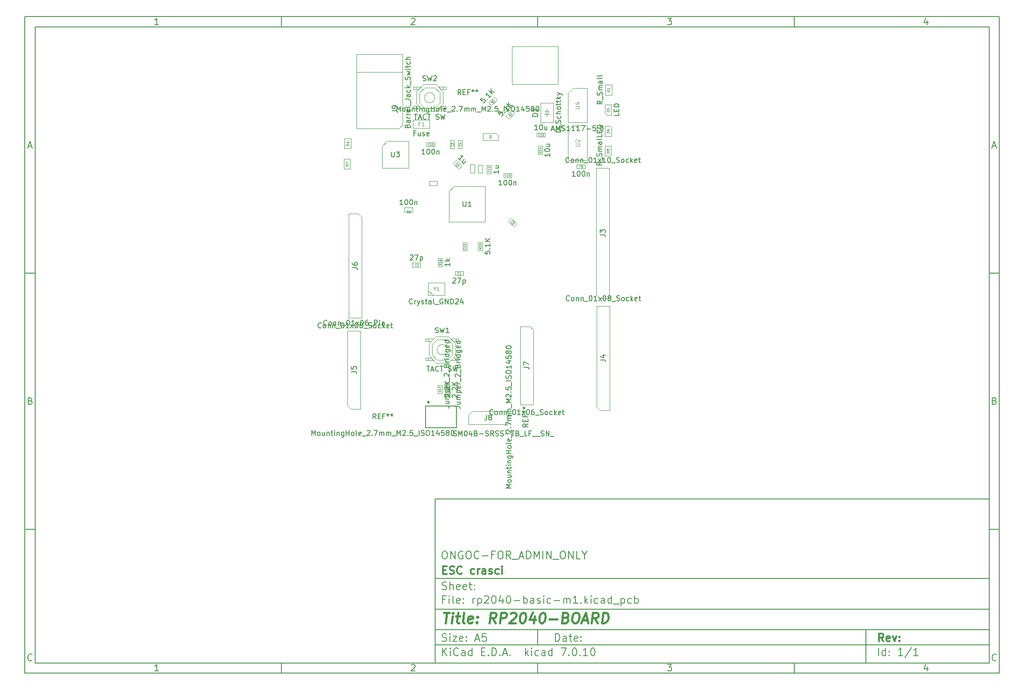
<source format=gbr>
%TF.GenerationSoftware,KiCad,Pcbnew,7.0.10*%
%TF.CreationDate,2024-01-28T16:32:01+05:30*%
%TF.ProjectId,rp2040-basic-m1,72703230-3430-42d6-9261-7369632d6d31,rev?*%
%TF.SameCoordinates,Original*%
%TF.FileFunction,AssemblyDrawing,Top*%
%FSLAX46Y46*%
G04 Gerber Fmt 4.6, Leading zero omitted, Abs format (unit mm)*
G04 Created by KiCad (PCBNEW 7.0.10) date 2024-01-28 16:32:01*
%MOMM*%
%LPD*%
G01*
G04 APERTURE LIST*
%ADD10C,0.100000*%
%ADD11C,0.150000*%
%ADD12C,0.300000*%
%ADD13C,0.400000*%
%ADD14C,0.060000*%
%ADD15C,0.120000*%
%ADD16C,0.080000*%
%ADD17C,0.050000*%
%ADD18C,0.105000*%
%ADD19C,0.127000*%
G04 APERTURE END LIST*
D10*
D11*
X90007200Y-104005800D02*
X198007200Y-104005800D01*
X198007200Y-136005800D01*
X90007200Y-136005800D01*
X90007200Y-104005800D01*
D10*
D11*
X10000000Y-10000000D02*
X200007200Y-10000000D01*
X200007200Y-138005800D01*
X10000000Y-138005800D01*
X10000000Y-10000000D01*
D10*
D11*
X12000000Y-12000000D02*
X198007200Y-12000000D01*
X198007200Y-136005800D01*
X12000000Y-136005800D01*
X12000000Y-12000000D01*
D10*
D11*
X60000000Y-12000000D02*
X60000000Y-10000000D01*
D10*
D11*
X110000000Y-12000000D02*
X110000000Y-10000000D01*
D10*
D11*
X160000000Y-12000000D02*
X160000000Y-10000000D01*
D10*
D11*
X36089160Y-11593604D02*
X35346303Y-11593604D01*
X35717731Y-11593604D02*
X35717731Y-10293604D01*
X35717731Y-10293604D02*
X35593922Y-10479319D01*
X35593922Y-10479319D02*
X35470112Y-10603128D01*
X35470112Y-10603128D02*
X35346303Y-10665033D01*
D10*
D11*
X85346303Y-10417414D02*
X85408207Y-10355509D01*
X85408207Y-10355509D02*
X85532017Y-10293604D01*
X85532017Y-10293604D02*
X85841541Y-10293604D01*
X85841541Y-10293604D02*
X85965350Y-10355509D01*
X85965350Y-10355509D02*
X86027255Y-10417414D01*
X86027255Y-10417414D02*
X86089160Y-10541223D01*
X86089160Y-10541223D02*
X86089160Y-10665033D01*
X86089160Y-10665033D02*
X86027255Y-10850747D01*
X86027255Y-10850747D02*
X85284398Y-11593604D01*
X85284398Y-11593604D02*
X86089160Y-11593604D01*
D10*
D11*
X135284398Y-10293604D02*
X136089160Y-10293604D01*
X136089160Y-10293604D02*
X135655826Y-10788842D01*
X135655826Y-10788842D02*
X135841541Y-10788842D01*
X135841541Y-10788842D02*
X135965350Y-10850747D01*
X135965350Y-10850747D02*
X136027255Y-10912652D01*
X136027255Y-10912652D02*
X136089160Y-11036461D01*
X136089160Y-11036461D02*
X136089160Y-11345985D01*
X136089160Y-11345985D02*
X136027255Y-11469795D01*
X136027255Y-11469795D02*
X135965350Y-11531700D01*
X135965350Y-11531700D02*
X135841541Y-11593604D01*
X135841541Y-11593604D02*
X135470112Y-11593604D01*
X135470112Y-11593604D02*
X135346303Y-11531700D01*
X135346303Y-11531700D02*
X135284398Y-11469795D01*
D10*
D11*
X185965350Y-10726938D02*
X185965350Y-11593604D01*
X185655826Y-10231700D02*
X185346303Y-11160271D01*
X185346303Y-11160271D02*
X186151064Y-11160271D01*
D10*
D11*
X60000000Y-136005800D02*
X60000000Y-138005800D01*
D10*
D11*
X110000000Y-136005800D02*
X110000000Y-138005800D01*
D10*
D11*
X160000000Y-136005800D02*
X160000000Y-138005800D01*
D10*
D11*
X36089160Y-137599404D02*
X35346303Y-137599404D01*
X35717731Y-137599404D02*
X35717731Y-136299404D01*
X35717731Y-136299404D02*
X35593922Y-136485119D01*
X35593922Y-136485119D02*
X35470112Y-136608928D01*
X35470112Y-136608928D02*
X35346303Y-136670833D01*
D10*
D11*
X85346303Y-136423214D02*
X85408207Y-136361309D01*
X85408207Y-136361309D02*
X85532017Y-136299404D01*
X85532017Y-136299404D02*
X85841541Y-136299404D01*
X85841541Y-136299404D02*
X85965350Y-136361309D01*
X85965350Y-136361309D02*
X86027255Y-136423214D01*
X86027255Y-136423214D02*
X86089160Y-136547023D01*
X86089160Y-136547023D02*
X86089160Y-136670833D01*
X86089160Y-136670833D02*
X86027255Y-136856547D01*
X86027255Y-136856547D02*
X85284398Y-137599404D01*
X85284398Y-137599404D02*
X86089160Y-137599404D01*
D10*
D11*
X135284398Y-136299404D02*
X136089160Y-136299404D01*
X136089160Y-136299404D02*
X135655826Y-136794642D01*
X135655826Y-136794642D02*
X135841541Y-136794642D01*
X135841541Y-136794642D02*
X135965350Y-136856547D01*
X135965350Y-136856547D02*
X136027255Y-136918452D01*
X136027255Y-136918452D02*
X136089160Y-137042261D01*
X136089160Y-137042261D02*
X136089160Y-137351785D01*
X136089160Y-137351785D02*
X136027255Y-137475595D01*
X136027255Y-137475595D02*
X135965350Y-137537500D01*
X135965350Y-137537500D02*
X135841541Y-137599404D01*
X135841541Y-137599404D02*
X135470112Y-137599404D01*
X135470112Y-137599404D02*
X135346303Y-137537500D01*
X135346303Y-137537500D02*
X135284398Y-137475595D01*
D10*
D11*
X185965350Y-136732738D02*
X185965350Y-137599404D01*
X185655826Y-136237500D02*
X185346303Y-137166071D01*
X185346303Y-137166071D02*
X186151064Y-137166071D01*
D10*
D11*
X10000000Y-60000000D02*
X12000000Y-60000000D01*
D10*
D11*
X10000000Y-110000000D02*
X12000000Y-110000000D01*
D10*
D11*
X10690476Y-35222176D02*
X11309523Y-35222176D01*
X10566666Y-35593604D02*
X10999999Y-34293604D01*
X10999999Y-34293604D02*
X11433333Y-35593604D01*
D10*
D11*
X11092857Y-84912652D02*
X11278571Y-84974557D01*
X11278571Y-84974557D02*
X11340476Y-85036461D01*
X11340476Y-85036461D02*
X11402380Y-85160271D01*
X11402380Y-85160271D02*
X11402380Y-85345985D01*
X11402380Y-85345985D02*
X11340476Y-85469795D01*
X11340476Y-85469795D02*
X11278571Y-85531700D01*
X11278571Y-85531700D02*
X11154761Y-85593604D01*
X11154761Y-85593604D02*
X10659523Y-85593604D01*
X10659523Y-85593604D02*
X10659523Y-84293604D01*
X10659523Y-84293604D02*
X11092857Y-84293604D01*
X11092857Y-84293604D02*
X11216666Y-84355509D01*
X11216666Y-84355509D02*
X11278571Y-84417414D01*
X11278571Y-84417414D02*
X11340476Y-84541223D01*
X11340476Y-84541223D02*
X11340476Y-84665033D01*
X11340476Y-84665033D02*
X11278571Y-84788842D01*
X11278571Y-84788842D02*
X11216666Y-84850747D01*
X11216666Y-84850747D02*
X11092857Y-84912652D01*
X11092857Y-84912652D02*
X10659523Y-84912652D01*
D10*
D11*
X11402380Y-135469795D02*
X11340476Y-135531700D01*
X11340476Y-135531700D02*
X11154761Y-135593604D01*
X11154761Y-135593604D02*
X11030952Y-135593604D01*
X11030952Y-135593604D02*
X10845238Y-135531700D01*
X10845238Y-135531700D02*
X10721428Y-135407890D01*
X10721428Y-135407890D02*
X10659523Y-135284080D01*
X10659523Y-135284080D02*
X10597619Y-135036461D01*
X10597619Y-135036461D02*
X10597619Y-134850747D01*
X10597619Y-134850747D02*
X10659523Y-134603128D01*
X10659523Y-134603128D02*
X10721428Y-134479319D01*
X10721428Y-134479319D02*
X10845238Y-134355509D01*
X10845238Y-134355509D02*
X11030952Y-134293604D01*
X11030952Y-134293604D02*
X11154761Y-134293604D01*
X11154761Y-134293604D02*
X11340476Y-134355509D01*
X11340476Y-134355509D02*
X11402380Y-134417414D01*
D10*
D11*
X200007200Y-60000000D02*
X198007200Y-60000000D01*
D10*
D11*
X200007200Y-110000000D02*
X198007200Y-110000000D01*
D10*
D11*
X198697676Y-35222176D02*
X199316723Y-35222176D01*
X198573866Y-35593604D02*
X199007199Y-34293604D01*
X199007199Y-34293604D02*
X199440533Y-35593604D01*
D10*
D11*
X199100057Y-84912652D02*
X199285771Y-84974557D01*
X199285771Y-84974557D02*
X199347676Y-85036461D01*
X199347676Y-85036461D02*
X199409580Y-85160271D01*
X199409580Y-85160271D02*
X199409580Y-85345985D01*
X199409580Y-85345985D02*
X199347676Y-85469795D01*
X199347676Y-85469795D02*
X199285771Y-85531700D01*
X199285771Y-85531700D02*
X199161961Y-85593604D01*
X199161961Y-85593604D02*
X198666723Y-85593604D01*
X198666723Y-85593604D02*
X198666723Y-84293604D01*
X198666723Y-84293604D02*
X199100057Y-84293604D01*
X199100057Y-84293604D02*
X199223866Y-84355509D01*
X199223866Y-84355509D02*
X199285771Y-84417414D01*
X199285771Y-84417414D02*
X199347676Y-84541223D01*
X199347676Y-84541223D02*
X199347676Y-84665033D01*
X199347676Y-84665033D02*
X199285771Y-84788842D01*
X199285771Y-84788842D02*
X199223866Y-84850747D01*
X199223866Y-84850747D02*
X199100057Y-84912652D01*
X199100057Y-84912652D02*
X198666723Y-84912652D01*
D10*
D11*
X199409580Y-135469795D02*
X199347676Y-135531700D01*
X199347676Y-135531700D02*
X199161961Y-135593604D01*
X199161961Y-135593604D02*
X199038152Y-135593604D01*
X199038152Y-135593604D02*
X198852438Y-135531700D01*
X198852438Y-135531700D02*
X198728628Y-135407890D01*
X198728628Y-135407890D02*
X198666723Y-135284080D01*
X198666723Y-135284080D02*
X198604819Y-135036461D01*
X198604819Y-135036461D02*
X198604819Y-134850747D01*
X198604819Y-134850747D02*
X198666723Y-134603128D01*
X198666723Y-134603128D02*
X198728628Y-134479319D01*
X198728628Y-134479319D02*
X198852438Y-134355509D01*
X198852438Y-134355509D02*
X199038152Y-134293604D01*
X199038152Y-134293604D02*
X199161961Y-134293604D01*
X199161961Y-134293604D02*
X199347676Y-134355509D01*
X199347676Y-134355509D02*
X199409580Y-134417414D01*
D10*
D11*
X113463026Y-131791928D02*
X113463026Y-130291928D01*
X113463026Y-130291928D02*
X113820169Y-130291928D01*
X113820169Y-130291928D02*
X114034455Y-130363357D01*
X114034455Y-130363357D02*
X114177312Y-130506214D01*
X114177312Y-130506214D02*
X114248741Y-130649071D01*
X114248741Y-130649071D02*
X114320169Y-130934785D01*
X114320169Y-130934785D02*
X114320169Y-131149071D01*
X114320169Y-131149071D02*
X114248741Y-131434785D01*
X114248741Y-131434785D02*
X114177312Y-131577642D01*
X114177312Y-131577642D02*
X114034455Y-131720500D01*
X114034455Y-131720500D02*
X113820169Y-131791928D01*
X113820169Y-131791928D02*
X113463026Y-131791928D01*
X115605884Y-131791928D02*
X115605884Y-131006214D01*
X115605884Y-131006214D02*
X115534455Y-130863357D01*
X115534455Y-130863357D02*
X115391598Y-130791928D01*
X115391598Y-130791928D02*
X115105884Y-130791928D01*
X115105884Y-130791928D02*
X114963026Y-130863357D01*
X115605884Y-131720500D02*
X115463026Y-131791928D01*
X115463026Y-131791928D02*
X115105884Y-131791928D01*
X115105884Y-131791928D02*
X114963026Y-131720500D01*
X114963026Y-131720500D02*
X114891598Y-131577642D01*
X114891598Y-131577642D02*
X114891598Y-131434785D01*
X114891598Y-131434785D02*
X114963026Y-131291928D01*
X114963026Y-131291928D02*
X115105884Y-131220500D01*
X115105884Y-131220500D02*
X115463026Y-131220500D01*
X115463026Y-131220500D02*
X115605884Y-131149071D01*
X116105884Y-130791928D02*
X116677312Y-130791928D01*
X116320169Y-130291928D02*
X116320169Y-131577642D01*
X116320169Y-131577642D02*
X116391598Y-131720500D01*
X116391598Y-131720500D02*
X116534455Y-131791928D01*
X116534455Y-131791928D02*
X116677312Y-131791928D01*
X117748741Y-131720500D02*
X117605884Y-131791928D01*
X117605884Y-131791928D02*
X117320170Y-131791928D01*
X117320170Y-131791928D02*
X117177312Y-131720500D01*
X117177312Y-131720500D02*
X117105884Y-131577642D01*
X117105884Y-131577642D02*
X117105884Y-131006214D01*
X117105884Y-131006214D02*
X117177312Y-130863357D01*
X117177312Y-130863357D02*
X117320170Y-130791928D01*
X117320170Y-130791928D02*
X117605884Y-130791928D01*
X117605884Y-130791928D02*
X117748741Y-130863357D01*
X117748741Y-130863357D02*
X117820170Y-131006214D01*
X117820170Y-131006214D02*
X117820170Y-131149071D01*
X117820170Y-131149071D02*
X117105884Y-131291928D01*
X118463026Y-131649071D02*
X118534455Y-131720500D01*
X118534455Y-131720500D02*
X118463026Y-131791928D01*
X118463026Y-131791928D02*
X118391598Y-131720500D01*
X118391598Y-131720500D02*
X118463026Y-131649071D01*
X118463026Y-131649071D02*
X118463026Y-131791928D01*
X118463026Y-130863357D02*
X118534455Y-130934785D01*
X118534455Y-130934785D02*
X118463026Y-131006214D01*
X118463026Y-131006214D02*
X118391598Y-130934785D01*
X118391598Y-130934785D02*
X118463026Y-130863357D01*
X118463026Y-130863357D02*
X118463026Y-131006214D01*
D10*
D11*
X90007200Y-132505800D02*
X198007200Y-132505800D01*
D10*
D11*
X91463026Y-134591928D02*
X91463026Y-133091928D01*
X92320169Y-134591928D02*
X91677312Y-133734785D01*
X92320169Y-133091928D02*
X91463026Y-133949071D01*
X92963026Y-134591928D02*
X92963026Y-133591928D01*
X92963026Y-133091928D02*
X92891598Y-133163357D01*
X92891598Y-133163357D02*
X92963026Y-133234785D01*
X92963026Y-133234785D02*
X93034455Y-133163357D01*
X93034455Y-133163357D02*
X92963026Y-133091928D01*
X92963026Y-133091928D02*
X92963026Y-133234785D01*
X94534455Y-134449071D02*
X94463027Y-134520500D01*
X94463027Y-134520500D02*
X94248741Y-134591928D01*
X94248741Y-134591928D02*
X94105884Y-134591928D01*
X94105884Y-134591928D02*
X93891598Y-134520500D01*
X93891598Y-134520500D02*
X93748741Y-134377642D01*
X93748741Y-134377642D02*
X93677312Y-134234785D01*
X93677312Y-134234785D02*
X93605884Y-133949071D01*
X93605884Y-133949071D02*
X93605884Y-133734785D01*
X93605884Y-133734785D02*
X93677312Y-133449071D01*
X93677312Y-133449071D02*
X93748741Y-133306214D01*
X93748741Y-133306214D02*
X93891598Y-133163357D01*
X93891598Y-133163357D02*
X94105884Y-133091928D01*
X94105884Y-133091928D02*
X94248741Y-133091928D01*
X94248741Y-133091928D02*
X94463027Y-133163357D01*
X94463027Y-133163357D02*
X94534455Y-133234785D01*
X95820170Y-134591928D02*
X95820170Y-133806214D01*
X95820170Y-133806214D02*
X95748741Y-133663357D01*
X95748741Y-133663357D02*
X95605884Y-133591928D01*
X95605884Y-133591928D02*
X95320170Y-133591928D01*
X95320170Y-133591928D02*
X95177312Y-133663357D01*
X95820170Y-134520500D02*
X95677312Y-134591928D01*
X95677312Y-134591928D02*
X95320170Y-134591928D01*
X95320170Y-134591928D02*
X95177312Y-134520500D01*
X95177312Y-134520500D02*
X95105884Y-134377642D01*
X95105884Y-134377642D02*
X95105884Y-134234785D01*
X95105884Y-134234785D02*
X95177312Y-134091928D01*
X95177312Y-134091928D02*
X95320170Y-134020500D01*
X95320170Y-134020500D02*
X95677312Y-134020500D01*
X95677312Y-134020500D02*
X95820170Y-133949071D01*
X97177313Y-134591928D02*
X97177313Y-133091928D01*
X97177313Y-134520500D02*
X97034455Y-134591928D01*
X97034455Y-134591928D02*
X96748741Y-134591928D01*
X96748741Y-134591928D02*
X96605884Y-134520500D01*
X96605884Y-134520500D02*
X96534455Y-134449071D01*
X96534455Y-134449071D02*
X96463027Y-134306214D01*
X96463027Y-134306214D02*
X96463027Y-133877642D01*
X96463027Y-133877642D02*
X96534455Y-133734785D01*
X96534455Y-133734785D02*
X96605884Y-133663357D01*
X96605884Y-133663357D02*
X96748741Y-133591928D01*
X96748741Y-133591928D02*
X97034455Y-133591928D01*
X97034455Y-133591928D02*
X97177313Y-133663357D01*
X99034455Y-133806214D02*
X99534455Y-133806214D01*
X99748741Y-134591928D02*
X99034455Y-134591928D01*
X99034455Y-134591928D02*
X99034455Y-133091928D01*
X99034455Y-133091928D02*
X99748741Y-133091928D01*
X100391598Y-134449071D02*
X100463027Y-134520500D01*
X100463027Y-134520500D02*
X100391598Y-134591928D01*
X100391598Y-134591928D02*
X100320170Y-134520500D01*
X100320170Y-134520500D02*
X100391598Y-134449071D01*
X100391598Y-134449071D02*
X100391598Y-134591928D01*
X101105884Y-134591928D02*
X101105884Y-133091928D01*
X101105884Y-133091928D02*
X101463027Y-133091928D01*
X101463027Y-133091928D02*
X101677313Y-133163357D01*
X101677313Y-133163357D02*
X101820170Y-133306214D01*
X101820170Y-133306214D02*
X101891599Y-133449071D01*
X101891599Y-133449071D02*
X101963027Y-133734785D01*
X101963027Y-133734785D02*
X101963027Y-133949071D01*
X101963027Y-133949071D02*
X101891599Y-134234785D01*
X101891599Y-134234785D02*
X101820170Y-134377642D01*
X101820170Y-134377642D02*
X101677313Y-134520500D01*
X101677313Y-134520500D02*
X101463027Y-134591928D01*
X101463027Y-134591928D02*
X101105884Y-134591928D01*
X102605884Y-134449071D02*
X102677313Y-134520500D01*
X102677313Y-134520500D02*
X102605884Y-134591928D01*
X102605884Y-134591928D02*
X102534456Y-134520500D01*
X102534456Y-134520500D02*
X102605884Y-134449071D01*
X102605884Y-134449071D02*
X102605884Y-134591928D01*
X103248742Y-134163357D02*
X103963028Y-134163357D01*
X103105885Y-134591928D02*
X103605885Y-133091928D01*
X103605885Y-133091928D02*
X104105885Y-134591928D01*
X104605884Y-134449071D02*
X104677313Y-134520500D01*
X104677313Y-134520500D02*
X104605884Y-134591928D01*
X104605884Y-134591928D02*
X104534456Y-134520500D01*
X104534456Y-134520500D02*
X104605884Y-134449071D01*
X104605884Y-134449071D02*
X104605884Y-134591928D01*
X107605884Y-134591928D02*
X107605884Y-133091928D01*
X107748742Y-134020500D02*
X108177313Y-134591928D01*
X108177313Y-133591928D02*
X107605884Y-134163357D01*
X108820170Y-134591928D02*
X108820170Y-133591928D01*
X108820170Y-133091928D02*
X108748742Y-133163357D01*
X108748742Y-133163357D02*
X108820170Y-133234785D01*
X108820170Y-133234785D02*
X108891599Y-133163357D01*
X108891599Y-133163357D02*
X108820170Y-133091928D01*
X108820170Y-133091928D02*
X108820170Y-133234785D01*
X110177314Y-134520500D02*
X110034456Y-134591928D01*
X110034456Y-134591928D02*
X109748742Y-134591928D01*
X109748742Y-134591928D02*
X109605885Y-134520500D01*
X109605885Y-134520500D02*
X109534456Y-134449071D01*
X109534456Y-134449071D02*
X109463028Y-134306214D01*
X109463028Y-134306214D02*
X109463028Y-133877642D01*
X109463028Y-133877642D02*
X109534456Y-133734785D01*
X109534456Y-133734785D02*
X109605885Y-133663357D01*
X109605885Y-133663357D02*
X109748742Y-133591928D01*
X109748742Y-133591928D02*
X110034456Y-133591928D01*
X110034456Y-133591928D02*
X110177314Y-133663357D01*
X111463028Y-134591928D02*
X111463028Y-133806214D01*
X111463028Y-133806214D02*
X111391599Y-133663357D01*
X111391599Y-133663357D02*
X111248742Y-133591928D01*
X111248742Y-133591928D02*
X110963028Y-133591928D01*
X110963028Y-133591928D02*
X110820170Y-133663357D01*
X111463028Y-134520500D02*
X111320170Y-134591928D01*
X111320170Y-134591928D02*
X110963028Y-134591928D01*
X110963028Y-134591928D02*
X110820170Y-134520500D01*
X110820170Y-134520500D02*
X110748742Y-134377642D01*
X110748742Y-134377642D02*
X110748742Y-134234785D01*
X110748742Y-134234785D02*
X110820170Y-134091928D01*
X110820170Y-134091928D02*
X110963028Y-134020500D01*
X110963028Y-134020500D02*
X111320170Y-134020500D01*
X111320170Y-134020500D02*
X111463028Y-133949071D01*
X112820171Y-134591928D02*
X112820171Y-133091928D01*
X112820171Y-134520500D02*
X112677313Y-134591928D01*
X112677313Y-134591928D02*
X112391599Y-134591928D01*
X112391599Y-134591928D02*
X112248742Y-134520500D01*
X112248742Y-134520500D02*
X112177313Y-134449071D01*
X112177313Y-134449071D02*
X112105885Y-134306214D01*
X112105885Y-134306214D02*
X112105885Y-133877642D01*
X112105885Y-133877642D02*
X112177313Y-133734785D01*
X112177313Y-133734785D02*
X112248742Y-133663357D01*
X112248742Y-133663357D02*
X112391599Y-133591928D01*
X112391599Y-133591928D02*
X112677313Y-133591928D01*
X112677313Y-133591928D02*
X112820171Y-133663357D01*
X114534456Y-133091928D02*
X115534456Y-133091928D01*
X115534456Y-133091928D02*
X114891599Y-134591928D01*
X116105884Y-134449071D02*
X116177313Y-134520500D01*
X116177313Y-134520500D02*
X116105884Y-134591928D01*
X116105884Y-134591928D02*
X116034456Y-134520500D01*
X116034456Y-134520500D02*
X116105884Y-134449071D01*
X116105884Y-134449071D02*
X116105884Y-134591928D01*
X117105885Y-133091928D02*
X117248742Y-133091928D01*
X117248742Y-133091928D02*
X117391599Y-133163357D01*
X117391599Y-133163357D02*
X117463028Y-133234785D01*
X117463028Y-133234785D02*
X117534456Y-133377642D01*
X117534456Y-133377642D02*
X117605885Y-133663357D01*
X117605885Y-133663357D02*
X117605885Y-134020500D01*
X117605885Y-134020500D02*
X117534456Y-134306214D01*
X117534456Y-134306214D02*
X117463028Y-134449071D01*
X117463028Y-134449071D02*
X117391599Y-134520500D01*
X117391599Y-134520500D02*
X117248742Y-134591928D01*
X117248742Y-134591928D02*
X117105885Y-134591928D01*
X117105885Y-134591928D02*
X116963028Y-134520500D01*
X116963028Y-134520500D02*
X116891599Y-134449071D01*
X116891599Y-134449071D02*
X116820170Y-134306214D01*
X116820170Y-134306214D02*
X116748742Y-134020500D01*
X116748742Y-134020500D02*
X116748742Y-133663357D01*
X116748742Y-133663357D02*
X116820170Y-133377642D01*
X116820170Y-133377642D02*
X116891599Y-133234785D01*
X116891599Y-133234785D02*
X116963028Y-133163357D01*
X116963028Y-133163357D02*
X117105885Y-133091928D01*
X118248741Y-134449071D02*
X118320170Y-134520500D01*
X118320170Y-134520500D02*
X118248741Y-134591928D01*
X118248741Y-134591928D02*
X118177313Y-134520500D01*
X118177313Y-134520500D02*
X118248741Y-134449071D01*
X118248741Y-134449071D02*
X118248741Y-134591928D01*
X119748742Y-134591928D02*
X118891599Y-134591928D01*
X119320170Y-134591928D02*
X119320170Y-133091928D01*
X119320170Y-133091928D02*
X119177313Y-133306214D01*
X119177313Y-133306214D02*
X119034456Y-133449071D01*
X119034456Y-133449071D02*
X118891599Y-133520500D01*
X120677313Y-133091928D02*
X120820170Y-133091928D01*
X120820170Y-133091928D02*
X120963027Y-133163357D01*
X120963027Y-133163357D02*
X121034456Y-133234785D01*
X121034456Y-133234785D02*
X121105884Y-133377642D01*
X121105884Y-133377642D02*
X121177313Y-133663357D01*
X121177313Y-133663357D02*
X121177313Y-134020500D01*
X121177313Y-134020500D02*
X121105884Y-134306214D01*
X121105884Y-134306214D02*
X121034456Y-134449071D01*
X121034456Y-134449071D02*
X120963027Y-134520500D01*
X120963027Y-134520500D02*
X120820170Y-134591928D01*
X120820170Y-134591928D02*
X120677313Y-134591928D01*
X120677313Y-134591928D02*
X120534456Y-134520500D01*
X120534456Y-134520500D02*
X120463027Y-134449071D01*
X120463027Y-134449071D02*
X120391598Y-134306214D01*
X120391598Y-134306214D02*
X120320170Y-134020500D01*
X120320170Y-134020500D02*
X120320170Y-133663357D01*
X120320170Y-133663357D02*
X120391598Y-133377642D01*
X120391598Y-133377642D02*
X120463027Y-133234785D01*
X120463027Y-133234785D02*
X120534456Y-133163357D01*
X120534456Y-133163357D02*
X120677313Y-133091928D01*
D10*
D11*
X90007200Y-129505800D02*
X198007200Y-129505800D01*
D10*
D12*
X177418853Y-131784128D02*
X176918853Y-131069842D01*
X176561710Y-131784128D02*
X176561710Y-130284128D01*
X176561710Y-130284128D02*
X177133139Y-130284128D01*
X177133139Y-130284128D02*
X177275996Y-130355557D01*
X177275996Y-130355557D02*
X177347425Y-130426985D01*
X177347425Y-130426985D02*
X177418853Y-130569842D01*
X177418853Y-130569842D02*
X177418853Y-130784128D01*
X177418853Y-130784128D02*
X177347425Y-130926985D01*
X177347425Y-130926985D02*
X177275996Y-130998414D01*
X177275996Y-130998414D02*
X177133139Y-131069842D01*
X177133139Y-131069842D02*
X176561710Y-131069842D01*
X178633139Y-131712700D02*
X178490282Y-131784128D01*
X178490282Y-131784128D02*
X178204568Y-131784128D01*
X178204568Y-131784128D02*
X178061710Y-131712700D01*
X178061710Y-131712700D02*
X177990282Y-131569842D01*
X177990282Y-131569842D02*
X177990282Y-130998414D01*
X177990282Y-130998414D02*
X178061710Y-130855557D01*
X178061710Y-130855557D02*
X178204568Y-130784128D01*
X178204568Y-130784128D02*
X178490282Y-130784128D01*
X178490282Y-130784128D02*
X178633139Y-130855557D01*
X178633139Y-130855557D02*
X178704568Y-130998414D01*
X178704568Y-130998414D02*
X178704568Y-131141271D01*
X178704568Y-131141271D02*
X177990282Y-131284128D01*
X179204567Y-130784128D02*
X179561710Y-131784128D01*
X179561710Y-131784128D02*
X179918853Y-130784128D01*
X180490281Y-131641271D02*
X180561710Y-131712700D01*
X180561710Y-131712700D02*
X180490281Y-131784128D01*
X180490281Y-131784128D02*
X180418853Y-131712700D01*
X180418853Y-131712700D02*
X180490281Y-131641271D01*
X180490281Y-131641271D02*
X180490281Y-131784128D01*
X180490281Y-130855557D02*
X180561710Y-130926985D01*
X180561710Y-130926985D02*
X180490281Y-130998414D01*
X180490281Y-130998414D02*
X180418853Y-130926985D01*
X180418853Y-130926985D02*
X180490281Y-130855557D01*
X180490281Y-130855557D02*
X180490281Y-130998414D01*
D10*
D11*
X91391598Y-131720500D02*
X91605884Y-131791928D01*
X91605884Y-131791928D02*
X91963026Y-131791928D01*
X91963026Y-131791928D02*
X92105884Y-131720500D01*
X92105884Y-131720500D02*
X92177312Y-131649071D01*
X92177312Y-131649071D02*
X92248741Y-131506214D01*
X92248741Y-131506214D02*
X92248741Y-131363357D01*
X92248741Y-131363357D02*
X92177312Y-131220500D01*
X92177312Y-131220500D02*
X92105884Y-131149071D01*
X92105884Y-131149071D02*
X91963026Y-131077642D01*
X91963026Y-131077642D02*
X91677312Y-131006214D01*
X91677312Y-131006214D02*
X91534455Y-130934785D01*
X91534455Y-130934785D02*
X91463026Y-130863357D01*
X91463026Y-130863357D02*
X91391598Y-130720500D01*
X91391598Y-130720500D02*
X91391598Y-130577642D01*
X91391598Y-130577642D02*
X91463026Y-130434785D01*
X91463026Y-130434785D02*
X91534455Y-130363357D01*
X91534455Y-130363357D02*
X91677312Y-130291928D01*
X91677312Y-130291928D02*
X92034455Y-130291928D01*
X92034455Y-130291928D02*
X92248741Y-130363357D01*
X92891597Y-131791928D02*
X92891597Y-130791928D01*
X92891597Y-130291928D02*
X92820169Y-130363357D01*
X92820169Y-130363357D02*
X92891597Y-130434785D01*
X92891597Y-130434785D02*
X92963026Y-130363357D01*
X92963026Y-130363357D02*
X92891597Y-130291928D01*
X92891597Y-130291928D02*
X92891597Y-130434785D01*
X93463026Y-130791928D02*
X94248741Y-130791928D01*
X94248741Y-130791928D02*
X93463026Y-131791928D01*
X93463026Y-131791928D02*
X94248741Y-131791928D01*
X95391598Y-131720500D02*
X95248741Y-131791928D01*
X95248741Y-131791928D02*
X94963027Y-131791928D01*
X94963027Y-131791928D02*
X94820169Y-131720500D01*
X94820169Y-131720500D02*
X94748741Y-131577642D01*
X94748741Y-131577642D02*
X94748741Y-131006214D01*
X94748741Y-131006214D02*
X94820169Y-130863357D01*
X94820169Y-130863357D02*
X94963027Y-130791928D01*
X94963027Y-130791928D02*
X95248741Y-130791928D01*
X95248741Y-130791928D02*
X95391598Y-130863357D01*
X95391598Y-130863357D02*
X95463027Y-131006214D01*
X95463027Y-131006214D02*
X95463027Y-131149071D01*
X95463027Y-131149071D02*
X94748741Y-131291928D01*
X96105883Y-131649071D02*
X96177312Y-131720500D01*
X96177312Y-131720500D02*
X96105883Y-131791928D01*
X96105883Y-131791928D02*
X96034455Y-131720500D01*
X96034455Y-131720500D02*
X96105883Y-131649071D01*
X96105883Y-131649071D02*
X96105883Y-131791928D01*
X96105883Y-130863357D02*
X96177312Y-130934785D01*
X96177312Y-130934785D02*
X96105883Y-131006214D01*
X96105883Y-131006214D02*
X96034455Y-130934785D01*
X96034455Y-130934785D02*
X96105883Y-130863357D01*
X96105883Y-130863357D02*
X96105883Y-131006214D01*
X97891598Y-131363357D02*
X98605884Y-131363357D01*
X97748741Y-131791928D02*
X98248741Y-130291928D01*
X98248741Y-130291928D02*
X98748741Y-131791928D01*
X99963026Y-130291928D02*
X99248740Y-130291928D01*
X99248740Y-130291928D02*
X99177312Y-131006214D01*
X99177312Y-131006214D02*
X99248740Y-130934785D01*
X99248740Y-130934785D02*
X99391598Y-130863357D01*
X99391598Y-130863357D02*
X99748740Y-130863357D01*
X99748740Y-130863357D02*
X99891598Y-130934785D01*
X99891598Y-130934785D02*
X99963026Y-131006214D01*
X99963026Y-131006214D02*
X100034455Y-131149071D01*
X100034455Y-131149071D02*
X100034455Y-131506214D01*
X100034455Y-131506214D02*
X99963026Y-131649071D01*
X99963026Y-131649071D02*
X99891598Y-131720500D01*
X99891598Y-131720500D02*
X99748740Y-131791928D01*
X99748740Y-131791928D02*
X99391598Y-131791928D01*
X99391598Y-131791928D02*
X99248740Y-131720500D01*
X99248740Y-131720500D02*
X99177312Y-131649071D01*
D10*
D11*
X176463026Y-134591928D02*
X176463026Y-133091928D01*
X177820170Y-134591928D02*
X177820170Y-133091928D01*
X177820170Y-134520500D02*
X177677312Y-134591928D01*
X177677312Y-134591928D02*
X177391598Y-134591928D01*
X177391598Y-134591928D02*
X177248741Y-134520500D01*
X177248741Y-134520500D02*
X177177312Y-134449071D01*
X177177312Y-134449071D02*
X177105884Y-134306214D01*
X177105884Y-134306214D02*
X177105884Y-133877642D01*
X177105884Y-133877642D02*
X177177312Y-133734785D01*
X177177312Y-133734785D02*
X177248741Y-133663357D01*
X177248741Y-133663357D02*
X177391598Y-133591928D01*
X177391598Y-133591928D02*
X177677312Y-133591928D01*
X177677312Y-133591928D02*
X177820170Y-133663357D01*
X178534455Y-134449071D02*
X178605884Y-134520500D01*
X178605884Y-134520500D02*
X178534455Y-134591928D01*
X178534455Y-134591928D02*
X178463027Y-134520500D01*
X178463027Y-134520500D02*
X178534455Y-134449071D01*
X178534455Y-134449071D02*
X178534455Y-134591928D01*
X178534455Y-133663357D02*
X178605884Y-133734785D01*
X178605884Y-133734785D02*
X178534455Y-133806214D01*
X178534455Y-133806214D02*
X178463027Y-133734785D01*
X178463027Y-133734785D02*
X178534455Y-133663357D01*
X178534455Y-133663357D02*
X178534455Y-133806214D01*
X181177313Y-134591928D02*
X180320170Y-134591928D01*
X180748741Y-134591928D02*
X180748741Y-133091928D01*
X180748741Y-133091928D02*
X180605884Y-133306214D01*
X180605884Y-133306214D02*
X180463027Y-133449071D01*
X180463027Y-133449071D02*
X180320170Y-133520500D01*
X182891598Y-133020500D02*
X181605884Y-134949071D01*
X184177313Y-134591928D02*
X183320170Y-134591928D01*
X183748741Y-134591928D02*
X183748741Y-133091928D01*
X183748741Y-133091928D02*
X183605884Y-133306214D01*
X183605884Y-133306214D02*
X183463027Y-133449071D01*
X183463027Y-133449071D02*
X183320170Y-133520500D01*
D10*
D11*
X90007200Y-125505800D02*
X198007200Y-125505800D01*
D10*
D13*
X91698928Y-126210238D02*
X92841785Y-126210238D01*
X92020357Y-128210238D02*
X92270357Y-126210238D01*
X93258452Y-128210238D02*
X93425119Y-126876904D01*
X93508452Y-126210238D02*
X93401309Y-126305476D01*
X93401309Y-126305476D02*
X93484643Y-126400714D01*
X93484643Y-126400714D02*
X93591786Y-126305476D01*
X93591786Y-126305476D02*
X93508452Y-126210238D01*
X93508452Y-126210238D02*
X93484643Y-126400714D01*
X94091786Y-126876904D02*
X94853690Y-126876904D01*
X94460833Y-126210238D02*
X94246548Y-127924523D01*
X94246548Y-127924523D02*
X94317976Y-128115000D01*
X94317976Y-128115000D02*
X94496548Y-128210238D01*
X94496548Y-128210238D02*
X94687024Y-128210238D01*
X95639405Y-128210238D02*
X95460833Y-128115000D01*
X95460833Y-128115000D02*
X95389405Y-127924523D01*
X95389405Y-127924523D02*
X95603690Y-126210238D01*
X97175119Y-128115000D02*
X96972738Y-128210238D01*
X96972738Y-128210238D02*
X96591785Y-128210238D01*
X96591785Y-128210238D02*
X96413214Y-128115000D01*
X96413214Y-128115000D02*
X96341785Y-127924523D01*
X96341785Y-127924523D02*
X96437024Y-127162619D01*
X96437024Y-127162619D02*
X96556071Y-126972142D01*
X96556071Y-126972142D02*
X96758452Y-126876904D01*
X96758452Y-126876904D02*
X97139404Y-126876904D01*
X97139404Y-126876904D02*
X97317976Y-126972142D01*
X97317976Y-126972142D02*
X97389404Y-127162619D01*
X97389404Y-127162619D02*
X97365595Y-127353095D01*
X97365595Y-127353095D02*
X96389404Y-127543571D01*
X98139405Y-128019761D02*
X98222738Y-128115000D01*
X98222738Y-128115000D02*
X98115595Y-128210238D01*
X98115595Y-128210238D02*
X98032262Y-128115000D01*
X98032262Y-128115000D02*
X98139405Y-128019761D01*
X98139405Y-128019761D02*
X98115595Y-128210238D01*
X98270357Y-126972142D02*
X98353690Y-127067380D01*
X98353690Y-127067380D02*
X98246548Y-127162619D01*
X98246548Y-127162619D02*
X98163214Y-127067380D01*
X98163214Y-127067380D02*
X98270357Y-126972142D01*
X98270357Y-126972142D02*
X98246548Y-127162619D01*
X101734643Y-128210238D02*
X101187024Y-127257857D01*
X100591786Y-128210238D02*
X100841786Y-126210238D01*
X100841786Y-126210238D02*
X101603691Y-126210238D01*
X101603691Y-126210238D02*
X101782262Y-126305476D01*
X101782262Y-126305476D02*
X101865596Y-126400714D01*
X101865596Y-126400714D02*
X101937024Y-126591190D01*
X101937024Y-126591190D02*
X101901310Y-126876904D01*
X101901310Y-126876904D02*
X101782262Y-127067380D01*
X101782262Y-127067380D02*
X101675120Y-127162619D01*
X101675120Y-127162619D02*
X101472739Y-127257857D01*
X101472739Y-127257857D02*
X100710834Y-127257857D01*
X102591786Y-128210238D02*
X102841786Y-126210238D01*
X102841786Y-126210238D02*
X103603691Y-126210238D01*
X103603691Y-126210238D02*
X103782262Y-126305476D01*
X103782262Y-126305476D02*
X103865596Y-126400714D01*
X103865596Y-126400714D02*
X103937024Y-126591190D01*
X103937024Y-126591190D02*
X103901310Y-126876904D01*
X103901310Y-126876904D02*
X103782262Y-127067380D01*
X103782262Y-127067380D02*
X103675120Y-127162619D01*
X103675120Y-127162619D02*
X103472739Y-127257857D01*
X103472739Y-127257857D02*
X102710834Y-127257857D01*
X104722739Y-126400714D02*
X104829881Y-126305476D01*
X104829881Y-126305476D02*
X105032262Y-126210238D01*
X105032262Y-126210238D02*
X105508453Y-126210238D01*
X105508453Y-126210238D02*
X105687024Y-126305476D01*
X105687024Y-126305476D02*
X105770358Y-126400714D01*
X105770358Y-126400714D02*
X105841786Y-126591190D01*
X105841786Y-126591190D02*
X105817977Y-126781666D01*
X105817977Y-126781666D02*
X105687024Y-127067380D01*
X105687024Y-127067380D02*
X104401310Y-128210238D01*
X104401310Y-128210238D02*
X105639405Y-128210238D01*
X107127501Y-126210238D02*
X107317977Y-126210238D01*
X107317977Y-126210238D02*
X107496548Y-126305476D01*
X107496548Y-126305476D02*
X107579882Y-126400714D01*
X107579882Y-126400714D02*
X107651310Y-126591190D01*
X107651310Y-126591190D02*
X107698929Y-126972142D01*
X107698929Y-126972142D02*
X107639405Y-127448333D01*
X107639405Y-127448333D02*
X107496548Y-127829285D01*
X107496548Y-127829285D02*
X107377501Y-128019761D01*
X107377501Y-128019761D02*
X107270358Y-128115000D01*
X107270358Y-128115000D02*
X107067977Y-128210238D01*
X107067977Y-128210238D02*
X106877501Y-128210238D01*
X106877501Y-128210238D02*
X106698929Y-128115000D01*
X106698929Y-128115000D02*
X106615596Y-128019761D01*
X106615596Y-128019761D02*
X106544167Y-127829285D01*
X106544167Y-127829285D02*
X106496548Y-127448333D01*
X106496548Y-127448333D02*
X106556072Y-126972142D01*
X106556072Y-126972142D02*
X106698929Y-126591190D01*
X106698929Y-126591190D02*
X106817977Y-126400714D01*
X106817977Y-126400714D02*
X106925120Y-126305476D01*
X106925120Y-126305476D02*
X107127501Y-126210238D01*
X109425120Y-126876904D02*
X109258453Y-128210238D01*
X109044167Y-126115000D02*
X108389405Y-127543571D01*
X108389405Y-127543571D02*
X109627501Y-127543571D01*
X110937025Y-126210238D02*
X111127501Y-126210238D01*
X111127501Y-126210238D02*
X111306072Y-126305476D01*
X111306072Y-126305476D02*
X111389406Y-126400714D01*
X111389406Y-126400714D02*
X111460834Y-126591190D01*
X111460834Y-126591190D02*
X111508453Y-126972142D01*
X111508453Y-126972142D02*
X111448929Y-127448333D01*
X111448929Y-127448333D02*
X111306072Y-127829285D01*
X111306072Y-127829285D02*
X111187025Y-128019761D01*
X111187025Y-128019761D02*
X111079882Y-128115000D01*
X111079882Y-128115000D02*
X110877501Y-128210238D01*
X110877501Y-128210238D02*
X110687025Y-128210238D01*
X110687025Y-128210238D02*
X110508453Y-128115000D01*
X110508453Y-128115000D02*
X110425120Y-128019761D01*
X110425120Y-128019761D02*
X110353691Y-127829285D01*
X110353691Y-127829285D02*
X110306072Y-127448333D01*
X110306072Y-127448333D02*
X110365596Y-126972142D01*
X110365596Y-126972142D02*
X110508453Y-126591190D01*
X110508453Y-126591190D02*
X110627501Y-126400714D01*
X110627501Y-126400714D02*
X110734644Y-126305476D01*
X110734644Y-126305476D02*
X110937025Y-126210238D01*
X112306072Y-127448333D02*
X113829882Y-127448333D01*
X115484643Y-127162619D02*
X115758453Y-127257857D01*
X115758453Y-127257857D02*
X115841786Y-127353095D01*
X115841786Y-127353095D02*
X115913215Y-127543571D01*
X115913215Y-127543571D02*
X115877500Y-127829285D01*
X115877500Y-127829285D02*
X115758453Y-128019761D01*
X115758453Y-128019761D02*
X115651310Y-128115000D01*
X115651310Y-128115000D02*
X115448929Y-128210238D01*
X115448929Y-128210238D02*
X114687024Y-128210238D01*
X114687024Y-128210238D02*
X114937024Y-126210238D01*
X114937024Y-126210238D02*
X115603691Y-126210238D01*
X115603691Y-126210238D02*
X115782262Y-126305476D01*
X115782262Y-126305476D02*
X115865596Y-126400714D01*
X115865596Y-126400714D02*
X115937024Y-126591190D01*
X115937024Y-126591190D02*
X115913215Y-126781666D01*
X115913215Y-126781666D02*
X115794167Y-126972142D01*
X115794167Y-126972142D02*
X115687024Y-127067380D01*
X115687024Y-127067380D02*
X115484643Y-127162619D01*
X115484643Y-127162619D02*
X114817977Y-127162619D01*
X117317977Y-126210238D02*
X117698929Y-126210238D01*
X117698929Y-126210238D02*
X117877500Y-126305476D01*
X117877500Y-126305476D02*
X118044167Y-126495952D01*
X118044167Y-126495952D02*
X118091786Y-126876904D01*
X118091786Y-126876904D02*
X118008453Y-127543571D01*
X118008453Y-127543571D02*
X117865596Y-127924523D01*
X117865596Y-127924523D02*
X117651310Y-128115000D01*
X117651310Y-128115000D02*
X117448929Y-128210238D01*
X117448929Y-128210238D02*
X117067977Y-128210238D01*
X117067977Y-128210238D02*
X116889405Y-128115000D01*
X116889405Y-128115000D02*
X116722739Y-127924523D01*
X116722739Y-127924523D02*
X116675119Y-127543571D01*
X116675119Y-127543571D02*
X116758453Y-126876904D01*
X116758453Y-126876904D02*
X116901310Y-126495952D01*
X116901310Y-126495952D02*
X117115596Y-126305476D01*
X117115596Y-126305476D02*
X117317977Y-126210238D01*
X118758453Y-127638809D02*
X119710834Y-127638809D01*
X118496548Y-128210238D02*
X119413215Y-126210238D01*
X119413215Y-126210238D02*
X119829881Y-128210238D01*
X121639405Y-128210238D02*
X121091786Y-127257857D01*
X120496548Y-128210238D02*
X120746548Y-126210238D01*
X120746548Y-126210238D02*
X121508453Y-126210238D01*
X121508453Y-126210238D02*
X121687024Y-126305476D01*
X121687024Y-126305476D02*
X121770358Y-126400714D01*
X121770358Y-126400714D02*
X121841786Y-126591190D01*
X121841786Y-126591190D02*
X121806072Y-126876904D01*
X121806072Y-126876904D02*
X121687024Y-127067380D01*
X121687024Y-127067380D02*
X121579882Y-127162619D01*
X121579882Y-127162619D02*
X121377501Y-127257857D01*
X121377501Y-127257857D02*
X120615596Y-127257857D01*
X122496548Y-128210238D02*
X122746548Y-126210238D01*
X122746548Y-126210238D02*
X123222739Y-126210238D01*
X123222739Y-126210238D02*
X123496548Y-126305476D01*
X123496548Y-126305476D02*
X123663215Y-126495952D01*
X123663215Y-126495952D02*
X123734643Y-126686428D01*
X123734643Y-126686428D02*
X123782263Y-127067380D01*
X123782263Y-127067380D02*
X123746548Y-127353095D01*
X123746548Y-127353095D02*
X123603691Y-127734047D01*
X123603691Y-127734047D02*
X123484643Y-127924523D01*
X123484643Y-127924523D02*
X123270358Y-128115000D01*
X123270358Y-128115000D02*
X122972739Y-128210238D01*
X122972739Y-128210238D02*
X122496548Y-128210238D01*
D10*
D11*
X91963026Y-123606214D02*
X91463026Y-123606214D01*
X91463026Y-124391928D02*
X91463026Y-122891928D01*
X91463026Y-122891928D02*
X92177312Y-122891928D01*
X92748740Y-124391928D02*
X92748740Y-123391928D01*
X92748740Y-122891928D02*
X92677312Y-122963357D01*
X92677312Y-122963357D02*
X92748740Y-123034785D01*
X92748740Y-123034785D02*
X92820169Y-122963357D01*
X92820169Y-122963357D02*
X92748740Y-122891928D01*
X92748740Y-122891928D02*
X92748740Y-123034785D01*
X93677312Y-124391928D02*
X93534455Y-124320500D01*
X93534455Y-124320500D02*
X93463026Y-124177642D01*
X93463026Y-124177642D02*
X93463026Y-122891928D01*
X94820169Y-124320500D02*
X94677312Y-124391928D01*
X94677312Y-124391928D02*
X94391598Y-124391928D01*
X94391598Y-124391928D02*
X94248740Y-124320500D01*
X94248740Y-124320500D02*
X94177312Y-124177642D01*
X94177312Y-124177642D02*
X94177312Y-123606214D01*
X94177312Y-123606214D02*
X94248740Y-123463357D01*
X94248740Y-123463357D02*
X94391598Y-123391928D01*
X94391598Y-123391928D02*
X94677312Y-123391928D01*
X94677312Y-123391928D02*
X94820169Y-123463357D01*
X94820169Y-123463357D02*
X94891598Y-123606214D01*
X94891598Y-123606214D02*
X94891598Y-123749071D01*
X94891598Y-123749071D02*
X94177312Y-123891928D01*
X95534454Y-124249071D02*
X95605883Y-124320500D01*
X95605883Y-124320500D02*
X95534454Y-124391928D01*
X95534454Y-124391928D02*
X95463026Y-124320500D01*
X95463026Y-124320500D02*
X95534454Y-124249071D01*
X95534454Y-124249071D02*
X95534454Y-124391928D01*
X95534454Y-123463357D02*
X95605883Y-123534785D01*
X95605883Y-123534785D02*
X95534454Y-123606214D01*
X95534454Y-123606214D02*
X95463026Y-123534785D01*
X95463026Y-123534785D02*
X95534454Y-123463357D01*
X95534454Y-123463357D02*
X95534454Y-123606214D01*
X97391597Y-124391928D02*
X97391597Y-123391928D01*
X97391597Y-123677642D02*
X97463026Y-123534785D01*
X97463026Y-123534785D02*
X97534455Y-123463357D01*
X97534455Y-123463357D02*
X97677312Y-123391928D01*
X97677312Y-123391928D02*
X97820169Y-123391928D01*
X98320168Y-123391928D02*
X98320168Y-124891928D01*
X98320168Y-123463357D02*
X98463026Y-123391928D01*
X98463026Y-123391928D02*
X98748740Y-123391928D01*
X98748740Y-123391928D02*
X98891597Y-123463357D01*
X98891597Y-123463357D02*
X98963026Y-123534785D01*
X98963026Y-123534785D02*
X99034454Y-123677642D01*
X99034454Y-123677642D02*
X99034454Y-124106214D01*
X99034454Y-124106214D02*
X98963026Y-124249071D01*
X98963026Y-124249071D02*
X98891597Y-124320500D01*
X98891597Y-124320500D02*
X98748740Y-124391928D01*
X98748740Y-124391928D02*
X98463026Y-124391928D01*
X98463026Y-124391928D02*
X98320168Y-124320500D01*
X99605883Y-123034785D02*
X99677311Y-122963357D01*
X99677311Y-122963357D02*
X99820169Y-122891928D01*
X99820169Y-122891928D02*
X100177311Y-122891928D01*
X100177311Y-122891928D02*
X100320169Y-122963357D01*
X100320169Y-122963357D02*
X100391597Y-123034785D01*
X100391597Y-123034785D02*
X100463026Y-123177642D01*
X100463026Y-123177642D02*
X100463026Y-123320500D01*
X100463026Y-123320500D02*
X100391597Y-123534785D01*
X100391597Y-123534785D02*
X99534454Y-124391928D01*
X99534454Y-124391928D02*
X100463026Y-124391928D01*
X101391597Y-122891928D02*
X101534454Y-122891928D01*
X101534454Y-122891928D02*
X101677311Y-122963357D01*
X101677311Y-122963357D02*
X101748740Y-123034785D01*
X101748740Y-123034785D02*
X101820168Y-123177642D01*
X101820168Y-123177642D02*
X101891597Y-123463357D01*
X101891597Y-123463357D02*
X101891597Y-123820500D01*
X101891597Y-123820500D02*
X101820168Y-124106214D01*
X101820168Y-124106214D02*
X101748740Y-124249071D01*
X101748740Y-124249071D02*
X101677311Y-124320500D01*
X101677311Y-124320500D02*
X101534454Y-124391928D01*
X101534454Y-124391928D02*
X101391597Y-124391928D01*
X101391597Y-124391928D02*
X101248740Y-124320500D01*
X101248740Y-124320500D02*
X101177311Y-124249071D01*
X101177311Y-124249071D02*
X101105882Y-124106214D01*
X101105882Y-124106214D02*
X101034454Y-123820500D01*
X101034454Y-123820500D02*
X101034454Y-123463357D01*
X101034454Y-123463357D02*
X101105882Y-123177642D01*
X101105882Y-123177642D02*
X101177311Y-123034785D01*
X101177311Y-123034785D02*
X101248740Y-122963357D01*
X101248740Y-122963357D02*
X101391597Y-122891928D01*
X103177311Y-123391928D02*
X103177311Y-124391928D01*
X102820168Y-122820500D02*
X102463025Y-123891928D01*
X102463025Y-123891928D02*
X103391596Y-123891928D01*
X104248739Y-122891928D02*
X104391596Y-122891928D01*
X104391596Y-122891928D02*
X104534453Y-122963357D01*
X104534453Y-122963357D02*
X104605882Y-123034785D01*
X104605882Y-123034785D02*
X104677310Y-123177642D01*
X104677310Y-123177642D02*
X104748739Y-123463357D01*
X104748739Y-123463357D02*
X104748739Y-123820500D01*
X104748739Y-123820500D02*
X104677310Y-124106214D01*
X104677310Y-124106214D02*
X104605882Y-124249071D01*
X104605882Y-124249071D02*
X104534453Y-124320500D01*
X104534453Y-124320500D02*
X104391596Y-124391928D01*
X104391596Y-124391928D02*
X104248739Y-124391928D01*
X104248739Y-124391928D02*
X104105882Y-124320500D01*
X104105882Y-124320500D02*
X104034453Y-124249071D01*
X104034453Y-124249071D02*
X103963024Y-124106214D01*
X103963024Y-124106214D02*
X103891596Y-123820500D01*
X103891596Y-123820500D02*
X103891596Y-123463357D01*
X103891596Y-123463357D02*
X103963024Y-123177642D01*
X103963024Y-123177642D02*
X104034453Y-123034785D01*
X104034453Y-123034785D02*
X104105882Y-122963357D01*
X104105882Y-122963357D02*
X104248739Y-122891928D01*
X105391595Y-123820500D02*
X106534453Y-123820500D01*
X107248738Y-124391928D02*
X107248738Y-122891928D01*
X107248738Y-123463357D02*
X107391596Y-123391928D01*
X107391596Y-123391928D02*
X107677310Y-123391928D01*
X107677310Y-123391928D02*
X107820167Y-123463357D01*
X107820167Y-123463357D02*
X107891596Y-123534785D01*
X107891596Y-123534785D02*
X107963024Y-123677642D01*
X107963024Y-123677642D02*
X107963024Y-124106214D01*
X107963024Y-124106214D02*
X107891596Y-124249071D01*
X107891596Y-124249071D02*
X107820167Y-124320500D01*
X107820167Y-124320500D02*
X107677310Y-124391928D01*
X107677310Y-124391928D02*
X107391596Y-124391928D01*
X107391596Y-124391928D02*
X107248738Y-124320500D01*
X109248739Y-124391928D02*
X109248739Y-123606214D01*
X109248739Y-123606214D02*
X109177310Y-123463357D01*
X109177310Y-123463357D02*
X109034453Y-123391928D01*
X109034453Y-123391928D02*
X108748739Y-123391928D01*
X108748739Y-123391928D02*
X108605881Y-123463357D01*
X109248739Y-124320500D02*
X109105881Y-124391928D01*
X109105881Y-124391928D02*
X108748739Y-124391928D01*
X108748739Y-124391928D02*
X108605881Y-124320500D01*
X108605881Y-124320500D02*
X108534453Y-124177642D01*
X108534453Y-124177642D02*
X108534453Y-124034785D01*
X108534453Y-124034785D02*
X108605881Y-123891928D01*
X108605881Y-123891928D02*
X108748739Y-123820500D01*
X108748739Y-123820500D02*
X109105881Y-123820500D01*
X109105881Y-123820500D02*
X109248739Y-123749071D01*
X109891596Y-124320500D02*
X110034453Y-124391928D01*
X110034453Y-124391928D02*
X110320167Y-124391928D01*
X110320167Y-124391928D02*
X110463024Y-124320500D01*
X110463024Y-124320500D02*
X110534453Y-124177642D01*
X110534453Y-124177642D02*
X110534453Y-124106214D01*
X110534453Y-124106214D02*
X110463024Y-123963357D01*
X110463024Y-123963357D02*
X110320167Y-123891928D01*
X110320167Y-123891928D02*
X110105882Y-123891928D01*
X110105882Y-123891928D02*
X109963024Y-123820500D01*
X109963024Y-123820500D02*
X109891596Y-123677642D01*
X109891596Y-123677642D02*
X109891596Y-123606214D01*
X109891596Y-123606214D02*
X109963024Y-123463357D01*
X109963024Y-123463357D02*
X110105882Y-123391928D01*
X110105882Y-123391928D02*
X110320167Y-123391928D01*
X110320167Y-123391928D02*
X110463024Y-123463357D01*
X111177310Y-124391928D02*
X111177310Y-123391928D01*
X111177310Y-122891928D02*
X111105882Y-122963357D01*
X111105882Y-122963357D02*
X111177310Y-123034785D01*
X111177310Y-123034785D02*
X111248739Y-122963357D01*
X111248739Y-122963357D02*
X111177310Y-122891928D01*
X111177310Y-122891928D02*
X111177310Y-123034785D01*
X112534454Y-124320500D02*
X112391596Y-124391928D01*
X112391596Y-124391928D02*
X112105882Y-124391928D01*
X112105882Y-124391928D02*
X111963025Y-124320500D01*
X111963025Y-124320500D02*
X111891596Y-124249071D01*
X111891596Y-124249071D02*
X111820168Y-124106214D01*
X111820168Y-124106214D02*
X111820168Y-123677642D01*
X111820168Y-123677642D02*
X111891596Y-123534785D01*
X111891596Y-123534785D02*
X111963025Y-123463357D01*
X111963025Y-123463357D02*
X112105882Y-123391928D01*
X112105882Y-123391928D02*
X112391596Y-123391928D01*
X112391596Y-123391928D02*
X112534454Y-123463357D01*
X113177310Y-123820500D02*
X114320168Y-123820500D01*
X115034453Y-124391928D02*
X115034453Y-123391928D01*
X115034453Y-123534785D02*
X115105882Y-123463357D01*
X115105882Y-123463357D02*
X115248739Y-123391928D01*
X115248739Y-123391928D02*
X115463025Y-123391928D01*
X115463025Y-123391928D02*
X115605882Y-123463357D01*
X115605882Y-123463357D02*
X115677311Y-123606214D01*
X115677311Y-123606214D02*
X115677311Y-124391928D01*
X115677311Y-123606214D02*
X115748739Y-123463357D01*
X115748739Y-123463357D02*
X115891596Y-123391928D01*
X115891596Y-123391928D02*
X116105882Y-123391928D01*
X116105882Y-123391928D02*
X116248739Y-123463357D01*
X116248739Y-123463357D02*
X116320168Y-123606214D01*
X116320168Y-123606214D02*
X116320168Y-124391928D01*
X117820168Y-124391928D02*
X116963025Y-124391928D01*
X117391596Y-124391928D02*
X117391596Y-122891928D01*
X117391596Y-122891928D02*
X117248739Y-123106214D01*
X117248739Y-123106214D02*
X117105882Y-123249071D01*
X117105882Y-123249071D02*
X116963025Y-123320500D01*
X118463024Y-124249071D02*
X118534453Y-124320500D01*
X118534453Y-124320500D02*
X118463024Y-124391928D01*
X118463024Y-124391928D02*
X118391596Y-124320500D01*
X118391596Y-124320500D02*
X118463024Y-124249071D01*
X118463024Y-124249071D02*
X118463024Y-124391928D01*
X119177310Y-124391928D02*
X119177310Y-122891928D01*
X119320168Y-123820500D02*
X119748739Y-124391928D01*
X119748739Y-123391928D02*
X119177310Y-123963357D01*
X120391596Y-124391928D02*
X120391596Y-123391928D01*
X120391596Y-122891928D02*
X120320168Y-122963357D01*
X120320168Y-122963357D02*
X120391596Y-123034785D01*
X120391596Y-123034785D02*
X120463025Y-122963357D01*
X120463025Y-122963357D02*
X120391596Y-122891928D01*
X120391596Y-122891928D02*
X120391596Y-123034785D01*
X121748740Y-124320500D02*
X121605882Y-124391928D01*
X121605882Y-124391928D02*
X121320168Y-124391928D01*
X121320168Y-124391928D02*
X121177311Y-124320500D01*
X121177311Y-124320500D02*
X121105882Y-124249071D01*
X121105882Y-124249071D02*
X121034454Y-124106214D01*
X121034454Y-124106214D02*
X121034454Y-123677642D01*
X121034454Y-123677642D02*
X121105882Y-123534785D01*
X121105882Y-123534785D02*
X121177311Y-123463357D01*
X121177311Y-123463357D02*
X121320168Y-123391928D01*
X121320168Y-123391928D02*
X121605882Y-123391928D01*
X121605882Y-123391928D02*
X121748740Y-123463357D01*
X123034454Y-124391928D02*
X123034454Y-123606214D01*
X123034454Y-123606214D02*
X122963025Y-123463357D01*
X122963025Y-123463357D02*
X122820168Y-123391928D01*
X122820168Y-123391928D02*
X122534454Y-123391928D01*
X122534454Y-123391928D02*
X122391596Y-123463357D01*
X123034454Y-124320500D02*
X122891596Y-124391928D01*
X122891596Y-124391928D02*
X122534454Y-124391928D01*
X122534454Y-124391928D02*
X122391596Y-124320500D01*
X122391596Y-124320500D02*
X122320168Y-124177642D01*
X122320168Y-124177642D02*
X122320168Y-124034785D01*
X122320168Y-124034785D02*
X122391596Y-123891928D01*
X122391596Y-123891928D02*
X122534454Y-123820500D01*
X122534454Y-123820500D02*
X122891596Y-123820500D01*
X122891596Y-123820500D02*
X123034454Y-123749071D01*
X124391597Y-124391928D02*
X124391597Y-122891928D01*
X124391597Y-124320500D02*
X124248739Y-124391928D01*
X124248739Y-124391928D02*
X123963025Y-124391928D01*
X123963025Y-124391928D02*
X123820168Y-124320500D01*
X123820168Y-124320500D02*
X123748739Y-124249071D01*
X123748739Y-124249071D02*
X123677311Y-124106214D01*
X123677311Y-124106214D02*
X123677311Y-123677642D01*
X123677311Y-123677642D02*
X123748739Y-123534785D01*
X123748739Y-123534785D02*
X123820168Y-123463357D01*
X123820168Y-123463357D02*
X123963025Y-123391928D01*
X123963025Y-123391928D02*
X124248739Y-123391928D01*
X124248739Y-123391928D02*
X124391597Y-123463357D01*
X124748740Y-124534785D02*
X125891597Y-124534785D01*
X126248739Y-123391928D02*
X126248739Y-124891928D01*
X126248739Y-123463357D02*
X126391597Y-123391928D01*
X126391597Y-123391928D02*
X126677311Y-123391928D01*
X126677311Y-123391928D02*
X126820168Y-123463357D01*
X126820168Y-123463357D02*
X126891597Y-123534785D01*
X126891597Y-123534785D02*
X126963025Y-123677642D01*
X126963025Y-123677642D02*
X126963025Y-124106214D01*
X126963025Y-124106214D02*
X126891597Y-124249071D01*
X126891597Y-124249071D02*
X126820168Y-124320500D01*
X126820168Y-124320500D02*
X126677311Y-124391928D01*
X126677311Y-124391928D02*
X126391597Y-124391928D01*
X126391597Y-124391928D02*
X126248739Y-124320500D01*
X128248740Y-124320500D02*
X128105882Y-124391928D01*
X128105882Y-124391928D02*
X127820168Y-124391928D01*
X127820168Y-124391928D02*
X127677311Y-124320500D01*
X127677311Y-124320500D02*
X127605882Y-124249071D01*
X127605882Y-124249071D02*
X127534454Y-124106214D01*
X127534454Y-124106214D02*
X127534454Y-123677642D01*
X127534454Y-123677642D02*
X127605882Y-123534785D01*
X127605882Y-123534785D02*
X127677311Y-123463357D01*
X127677311Y-123463357D02*
X127820168Y-123391928D01*
X127820168Y-123391928D02*
X128105882Y-123391928D01*
X128105882Y-123391928D02*
X128248740Y-123463357D01*
X128891596Y-124391928D02*
X128891596Y-122891928D01*
X128891596Y-123463357D02*
X129034454Y-123391928D01*
X129034454Y-123391928D02*
X129320168Y-123391928D01*
X129320168Y-123391928D02*
X129463025Y-123463357D01*
X129463025Y-123463357D02*
X129534454Y-123534785D01*
X129534454Y-123534785D02*
X129605882Y-123677642D01*
X129605882Y-123677642D02*
X129605882Y-124106214D01*
X129605882Y-124106214D02*
X129534454Y-124249071D01*
X129534454Y-124249071D02*
X129463025Y-124320500D01*
X129463025Y-124320500D02*
X129320168Y-124391928D01*
X129320168Y-124391928D02*
X129034454Y-124391928D01*
X129034454Y-124391928D02*
X128891596Y-124320500D01*
D10*
D11*
X90007200Y-119505800D02*
X198007200Y-119505800D01*
D10*
D11*
X91391598Y-121620500D02*
X91605884Y-121691928D01*
X91605884Y-121691928D02*
X91963026Y-121691928D01*
X91963026Y-121691928D02*
X92105884Y-121620500D01*
X92105884Y-121620500D02*
X92177312Y-121549071D01*
X92177312Y-121549071D02*
X92248741Y-121406214D01*
X92248741Y-121406214D02*
X92248741Y-121263357D01*
X92248741Y-121263357D02*
X92177312Y-121120500D01*
X92177312Y-121120500D02*
X92105884Y-121049071D01*
X92105884Y-121049071D02*
X91963026Y-120977642D01*
X91963026Y-120977642D02*
X91677312Y-120906214D01*
X91677312Y-120906214D02*
X91534455Y-120834785D01*
X91534455Y-120834785D02*
X91463026Y-120763357D01*
X91463026Y-120763357D02*
X91391598Y-120620500D01*
X91391598Y-120620500D02*
X91391598Y-120477642D01*
X91391598Y-120477642D02*
X91463026Y-120334785D01*
X91463026Y-120334785D02*
X91534455Y-120263357D01*
X91534455Y-120263357D02*
X91677312Y-120191928D01*
X91677312Y-120191928D02*
X92034455Y-120191928D01*
X92034455Y-120191928D02*
X92248741Y-120263357D01*
X92891597Y-121691928D02*
X92891597Y-120191928D01*
X93534455Y-121691928D02*
X93534455Y-120906214D01*
X93534455Y-120906214D02*
X93463026Y-120763357D01*
X93463026Y-120763357D02*
X93320169Y-120691928D01*
X93320169Y-120691928D02*
X93105883Y-120691928D01*
X93105883Y-120691928D02*
X92963026Y-120763357D01*
X92963026Y-120763357D02*
X92891597Y-120834785D01*
X94820169Y-121620500D02*
X94677312Y-121691928D01*
X94677312Y-121691928D02*
X94391598Y-121691928D01*
X94391598Y-121691928D02*
X94248740Y-121620500D01*
X94248740Y-121620500D02*
X94177312Y-121477642D01*
X94177312Y-121477642D02*
X94177312Y-120906214D01*
X94177312Y-120906214D02*
X94248740Y-120763357D01*
X94248740Y-120763357D02*
X94391598Y-120691928D01*
X94391598Y-120691928D02*
X94677312Y-120691928D01*
X94677312Y-120691928D02*
X94820169Y-120763357D01*
X94820169Y-120763357D02*
X94891598Y-120906214D01*
X94891598Y-120906214D02*
X94891598Y-121049071D01*
X94891598Y-121049071D02*
X94177312Y-121191928D01*
X96105883Y-121620500D02*
X95963026Y-121691928D01*
X95963026Y-121691928D02*
X95677312Y-121691928D01*
X95677312Y-121691928D02*
X95534454Y-121620500D01*
X95534454Y-121620500D02*
X95463026Y-121477642D01*
X95463026Y-121477642D02*
X95463026Y-120906214D01*
X95463026Y-120906214D02*
X95534454Y-120763357D01*
X95534454Y-120763357D02*
X95677312Y-120691928D01*
X95677312Y-120691928D02*
X95963026Y-120691928D01*
X95963026Y-120691928D02*
X96105883Y-120763357D01*
X96105883Y-120763357D02*
X96177312Y-120906214D01*
X96177312Y-120906214D02*
X96177312Y-121049071D01*
X96177312Y-121049071D02*
X95463026Y-121191928D01*
X96605883Y-120691928D02*
X97177311Y-120691928D01*
X96820168Y-120191928D02*
X96820168Y-121477642D01*
X96820168Y-121477642D02*
X96891597Y-121620500D01*
X96891597Y-121620500D02*
X97034454Y-121691928D01*
X97034454Y-121691928D02*
X97177311Y-121691928D01*
X97677311Y-121549071D02*
X97748740Y-121620500D01*
X97748740Y-121620500D02*
X97677311Y-121691928D01*
X97677311Y-121691928D02*
X97605883Y-121620500D01*
X97605883Y-121620500D02*
X97677311Y-121549071D01*
X97677311Y-121549071D02*
X97677311Y-121691928D01*
X97677311Y-120763357D02*
X97748740Y-120834785D01*
X97748740Y-120834785D02*
X97677311Y-120906214D01*
X97677311Y-120906214D02*
X97605883Y-120834785D01*
X97605883Y-120834785D02*
X97677311Y-120763357D01*
X97677311Y-120763357D02*
X97677311Y-120906214D01*
D10*
D12*
X91561710Y-117898414D02*
X92061710Y-117898414D01*
X92275996Y-118684128D02*
X91561710Y-118684128D01*
X91561710Y-118684128D02*
X91561710Y-117184128D01*
X91561710Y-117184128D02*
X92275996Y-117184128D01*
X92847425Y-118612700D02*
X93061711Y-118684128D01*
X93061711Y-118684128D02*
X93418853Y-118684128D01*
X93418853Y-118684128D02*
X93561711Y-118612700D01*
X93561711Y-118612700D02*
X93633139Y-118541271D01*
X93633139Y-118541271D02*
X93704568Y-118398414D01*
X93704568Y-118398414D02*
X93704568Y-118255557D01*
X93704568Y-118255557D02*
X93633139Y-118112700D01*
X93633139Y-118112700D02*
X93561711Y-118041271D01*
X93561711Y-118041271D02*
X93418853Y-117969842D01*
X93418853Y-117969842D02*
X93133139Y-117898414D01*
X93133139Y-117898414D02*
X92990282Y-117826985D01*
X92990282Y-117826985D02*
X92918853Y-117755557D01*
X92918853Y-117755557D02*
X92847425Y-117612700D01*
X92847425Y-117612700D02*
X92847425Y-117469842D01*
X92847425Y-117469842D02*
X92918853Y-117326985D01*
X92918853Y-117326985D02*
X92990282Y-117255557D01*
X92990282Y-117255557D02*
X93133139Y-117184128D01*
X93133139Y-117184128D02*
X93490282Y-117184128D01*
X93490282Y-117184128D02*
X93704568Y-117255557D01*
X95204567Y-118541271D02*
X95133139Y-118612700D01*
X95133139Y-118612700D02*
X94918853Y-118684128D01*
X94918853Y-118684128D02*
X94775996Y-118684128D01*
X94775996Y-118684128D02*
X94561710Y-118612700D01*
X94561710Y-118612700D02*
X94418853Y-118469842D01*
X94418853Y-118469842D02*
X94347424Y-118326985D01*
X94347424Y-118326985D02*
X94275996Y-118041271D01*
X94275996Y-118041271D02*
X94275996Y-117826985D01*
X94275996Y-117826985D02*
X94347424Y-117541271D01*
X94347424Y-117541271D02*
X94418853Y-117398414D01*
X94418853Y-117398414D02*
X94561710Y-117255557D01*
X94561710Y-117255557D02*
X94775996Y-117184128D01*
X94775996Y-117184128D02*
X94918853Y-117184128D01*
X94918853Y-117184128D02*
X95133139Y-117255557D01*
X95133139Y-117255557D02*
X95204567Y-117326985D01*
X97633139Y-118612700D02*
X97490281Y-118684128D01*
X97490281Y-118684128D02*
X97204567Y-118684128D01*
X97204567Y-118684128D02*
X97061710Y-118612700D01*
X97061710Y-118612700D02*
X96990281Y-118541271D01*
X96990281Y-118541271D02*
X96918853Y-118398414D01*
X96918853Y-118398414D02*
X96918853Y-117969842D01*
X96918853Y-117969842D02*
X96990281Y-117826985D01*
X96990281Y-117826985D02*
X97061710Y-117755557D01*
X97061710Y-117755557D02*
X97204567Y-117684128D01*
X97204567Y-117684128D02*
X97490281Y-117684128D01*
X97490281Y-117684128D02*
X97633139Y-117755557D01*
X98275995Y-118684128D02*
X98275995Y-117684128D01*
X98275995Y-117969842D02*
X98347424Y-117826985D01*
X98347424Y-117826985D02*
X98418853Y-117755557D01*
X98418853Y-117755557D02*
X98561710Y-117684128D01*
X98561710Y-117684128D02*
X98704567Y-117684128D01*
X99847424Y-118684128D02*
X99847424Y-117898414D01*
X99847424Y-117898414D02*
X99775995Y-117755557D01*
X99775995Y-117755557D02*
X99633138Y-117684128D01*
X99633138Y-117684128D02*
X99347424Y-117684128D01*
X99347424Y-117684128D02*
X99204566Y-117755557D01*
X99847424Y-118612700D02*
X99704566Y-118684128D01*
X99704566Y-118684128D02*
X99347424Y-118684128D01*
X99347424Y-118684128D02*
X99204566Y-118612700D01*
X99204566Y-118612700D02*
X99133138Y-118469842D01*
X99133138Y-118469842D02*
X99133138Y-118326985D01*
X99133138Y-118326985D02*
X99204566Y-118184128D01*
X99204566Y-118184128D02*
X99347424Y-118112700D01*
X99347424Y-118112700D02*
X99704566Y-118112700D01*
X99704566Y-118112700D02*
X99847424Y-118041271D01*
X100490281Y-118612700D02*
X100633138Y-118684128D01*
X100633138Y-118684128D02*
X100918852Y-118684128D01*
X100918852Y-118684128D02*
X101061709Y-118612700D01*
X101061709Y-118612700D02*
X101133138Y-118469842D01*
X101133138Y-118469842D02*
X101133138Y-118398414D01*
X101133138Y-118398414D02*
X101061709Y-118255557D01*
X101061709Y-118255557D02*
X100918852Y-118184128D01*
X100918852Y-118184128D02*
X100704567Y-118184128D01*
X100704567Y-118184128D02*
X100561709Y-118112700D01*
X100561709Y-118112700D02*
X100490281Y-117969842D01*
X100490281Y-117969842D02*
X100490281Y-117898414D01*
X100490281Y-117898414D02*
X100561709Y-117755557D01*
X100561709Y-117755557D02*
X100704567Y-117684128D01*
X100704567Y-117684128D02*
X100918852Y-117684128D01*
X100918852Y-117684128D02*
X101061709Y-117755557D01*
X102418853Y-118612700D02*
X102275995Y-118684128D01*
X102275995Y-118684128D02*
X101990281Y-118684128D01*
X101990281Y-118684128D02*
X101847424Y-118612700D01*
X101847424Y-118612700D02*
X101775995Y-118541271D01*
X101775995Y-118541271D02*
X101704567Y-118398414D01*
X101704567Y-118398414D02*
X101704567Y-117969842D01*
X101704567Y-117969842D02*
X101775995Y-117826985D01*
X101775995Y-117826985D02*
X101847424Y-117755557D01*
X101847424Y-117755557D02*
X101990281Y-117684128D01*
X101990281Y-117684128D02*
X102275995Y-117684128D01*
X102275995Y-117684128D02*
X102418853Y-117755557D01*
X103061709Y-118684128D02*
X103061709Y-117684128D01*
X103061709Y-117184128D02*
X102990281Y-117255557D01*
X102990281Y-117255557D02*
X103061709Y-117326985D01*
X103061709Y-117326985D02*
X103133138Y-117255557D01*
X103133138Y-117255557D02*
X103061709Y-117184128D01*
X103061709Y-117184128D02*
X103061709Y-117326985D01*
D10*
D11*
X91748741Y-114191928D02*
X92034455Y-114191928D01*
X92034455Y-114191928D02*
X92177312Y-114263357D01*
X92177312Y-114263357D02*
X92320169Y-114406214D01*
X92320169Y-114406214D02*
X92391598Y-114691928D01*
X92391598Y-114691928D02*
X92391598Y-115191928D01*
X92391598Y-115191928D02*
X92320169Y-115477642D01*
X92320169Y-115477642D02*
X92177312Y-115620500D01*
X92177312Y-115620500D02*
X92034455Y-115691928D01*
X92034455Y-115691928D02*
X91748741Y-115691928D01*
X91748741Y-115691928D02*
X91605884Y-115620500D01*
X91605884Y-115620500D02*
X91463026Y-115477642D01*
X91463026Y-115477642D02*
X91391598Y-115191928D01*
X91391598Y-115191928D02*
X91391598Y-114691928D01*
X91391598Y-114691928D02*
X91463026Y-114406214D01*
X91463026Y-114406214D02*
X91605884Y-114263357D01*
X91605884Y-114263357D02*
X91748741Y-114191928D01*
X93034455Y-115691928D02*
X93034455Y-114191928D01*
X93034455Y-114191928D02*
X93891598Y-115691928D01*
X93891598Y-115691928D02*
X93891598Y-114191928D01*
X95391599Y-114263357D02*
X95248742Y-114191928D01*
X95248742Y-114191928D02*
X95034456Y-114191928D01*
X95034456Y-114191928D02*
X94820170Y-114263357D01*
X94820170Y-114263357D02*
X94677313Y-114406214D01*
X94677313Y-114406214D02*
X94605884Y-114549071D01*
X94605884Y-114549071D02*
X94534456Y-114834785D01*
X94534456Y-114834785D02*
X94534456Y-115049071D01*
X94534456Y-115049071D02*
X94605884Y-115334785D01*
X94605884Y-115334785D02*
X94677313Y-115477642D01*
X94677313Y-115477642D02*
X94820170Y-115620500D01*
X94820170Y-115620500D02*
X95034456Y-115691928D01*
X95034456Y-115691928D02*
X95177313Y-115691928D01*
X95177313Y-115691928D02*
X95391599Y-115620500D01*
X95391599Y-115620500D02*
X95463027Y-115549071D01*
X95463027Y-115549071D02*
X95463027Y-115049071D01*
X95463027Y-115049071D02*
X95177313Y-115049071D01*
X96391599Y-114191928D02*
X96677313Y-114191928D01*
X96677313Y-114191928D02*
X96820170Y-114263357D01*
X96820170Y-114263357D02*
X96963027Y-114406214D01*
X96963027Y-114406214D02*
X97034456Y-114691928D01*
X97034456Y-114691928D02*
X97034456Y-115191928D01*
X97034456Y-115191928D02*
X96963027Y-115477642D01*
X96963027Y-115477642D02*
X96820170Y-115620500D01*
X96820170Y-115620500D02*
X96677313Y-115691928D01*
X96677313Y-115691928D02*
X96391599Y-115691928D01*
X96391599Y-115691928D02*
X96248742Y-115620500D01*
X96248742Y-115620500D02*
X96105884Y-115477642D01*
X96105884Y-115477642D02*
X96034456Y-115191928D01*
X96034456Y-115191928D02*
X96034456Y-114691928D01*
X96034456Y-114691928D02*
X96105884Y-114406214D01*
X96105884Y-114406214D02*
X96248742Y-114263357D01*
X96248742Y-114263357D02*
X96391599Y-114191928D01*
X98534456Y-115549071D02*
X98463028Y-115620500D01*
X98463028Y-115620500D02*
X98248742Y-115691928D01*
X98248742Y-115691928D02*
X98105885Y-115691928D01*
X98105885Y-115691928D02*
X97891599Y-115620500D01*
X97891599Y-115620500D02*
X97748742Y-115477642D01*
X97748742Y-115477642D02*
X97677313Y-115334785D01*
X97677313Y-115334785D02*
X97605885Y-115049071D01*
X97605885Y-115049071D02*
X97605885Y-114834785D01*
X97605885Y-114834785D02*
X97677313Y-114549071D01*
X97677313Y-114549071D02*
X97748742Y-114406214D01*
X97748742Y-114406214D02*
X97891599Y-114263357D01*
X97891599Y-114263357D02*
X98105885Y-114191928D01*
X98105885Y-114191928D02*
X98248742Y-114191928D01*
X98248742Y-114191928D02*
X98463028Y-114263357D01*
X98463028Y-114263357D02*
X98534456Y-114334785D01*
X99177313Y-115120500D02*
X100320171Y-115120500D01*
X101534456Y-114906214D02*
X101034456Y-114906214D01*
X101034456Y-115691928D02*
X101034456Y-114191928D01*
X101034456Y-114191928D02*
X101748742Y-114191928D01*
X102605885Y-114191928D02*
X102891599Y-114191928D01*
X102891599Y-114191928D02*
X103034456Y-114263357D01*
X103034456Y-114263357D02*
X103177313Y-114406214D01*
X103177313Y-114406214D02*
X103248742Y-114691928D01*
X103248742Y-114691928D02*
X103248742Y-115191928D01*
X103248742Y-115191928D02*
X103177313Y-115477642D01*
X103177313Y-115477642D02*
X103034456Y-115620500D01*
X103034456Y-115620500D02*
X102891599Y-115691928D01*
X102891599Y-115691928D02*
X102605885Y-115691928D01*
X102605885Y-115691928D02*
X102463028Y-115620500D01*
X102463028Y-115620500D02*
X102320170Y-115477642D01*
X102320170Y-115477642D02*
X102248742Y-115191928D01*
X102248742Y-115191928D02*
X102248742Y-114691928D01*
X102248742Y-114691928D02*
X102320170Y-114406214D01*
X102320170Y-114406214D02*
X102463028Y-114263357D01*
X102463028Y-114263357D02*
X102605885Y-114191928D01*
X104748742Y-115691928D02*
X104248742Y-114977642D01*
X103891599Y-115691928D02*
X103891599Y-114191928D01*
X103891599Y-114191928D02*
X104463028Y-114191928D01*
X104463028Y-114191928D02*
X104605885Y-114263357D01*
X104605885Y-114263357D02*
X104677314Y-114334785D01*
X104677314Y-114334785D02*
X104748742Y-114477642D01*
X104748742Y-114477642D02*
X104748742Y-114691928D01*
X104748742Y-114691928D02*
X104677314Y-114834785D01*
X104677314Y-114834785D02*
X104605885Y-114906214D01*
X104605885Y-114906214D02*
X104463028Y-114977642D01*
X104463028Y-114977642D02*
X103891599Y-114977642D01*
X105034457Y-115834785D02*
X106177314Y-115834785D01*
X106463028Y-115263357D02*
X107177314Y-115263357D01*
X106320171Y-115691928D02*
X106820171Y-114191928D01*
X106820171Y-114191928D02*
X107320171Y-115691928D01*
X107820170Y-115691928D02*
X107820170Y-114191928D01*
X107820170Y-114191928D02*
X108177313Y-114191928D01*
X108177313Y-114191928D02*
X108391599Y-114263357D01*
X108391599Y-114263357D02*
X108534456Y-114406214D01*
X108534456Y-114406214D02*
X108605885Y-114549071D01*
X108605885Y-114549071D02*
X108677313Y-114834785D01*
X108677313Y-114834785D02*
X108677313Y-115049071D01*
X108677313Y-115049071D02*
X108605885Y-115334785D01*
X108605885Y-115334785D02*
X108534456Y-115477642D01*
X108534456Y-115477642D02*
X108391599Y-115620500D01*
X108391599Y-115620500D02*
X108177313Y-115691928D01*
X108177313Y-115691928D02*
X107820170Y-115691928D01*
X109320170Y-115691928D02*
X109320170Y-114191928D01*
X109320170Y-114191928D02*
X109820170Y-115263357D01*
X109820170Y-115263357D02*
X110320170Y-114191928D01*
X110320170Y-114191928D02*
X110320170Y-115691928D01*
X111034456Y-115691928D02*
X111034456Y-114191928D01*
X111748742Y-115691928D02*
X111748742Y-114191928D01*
X111748742Y-114191928D02*
X112605885Y-115691928D01*
X112605885Y-115691928D02*
X112605885Y-114191928D01*
X112963029Y-115834785D02*
X114105886Y-115834785D01*
X114748743Y-114191928D02*
X115034457Y-114191928D01*
X115034457Y-114191928D02*
X115177314Y-114263357D01*
X115177314Y-114263357D02*
X115320171Y-114406214D01*
X115320171Y-114406214D02*
X115391600Y-114691928D01*
X115391600Y-114691928D02*
X115391600Y-115191928D01*
X115391600Y-115191928D02*
X115320171Y-115477642D01*
X115320171Y-115477642D02*
X115177314Y-115620500D01*
X115177314Y-115620500D02*
X115034457Y-115691928D01*
X115034457Y-115691928D02*
X114748743Y-115691928D01*
X114748743Y-115691928D02*
X114605886Y-115620500D01*
X114605886Y-115620500D02*
X114463028Y-115477642D01*
X114463028Y-115477642D02*
X114391600Y-115191928D01*
X114391600Y-115191928D02*
X114391600Y-114691928D01*
X114391600Y-114691928D02*
X114463028Y-114406214D01*
X114463028Y-114406214D02*
X114605886Y-114263357D01*
X114605886Y-114263357D02*
X114748743Y-114191928D01*
X116034457Y-115691928D02*
X116034457Y-114191928D01*
X116034457Y-114191928D02*
X116891600Y-115691928D01*
X116891600Y-115691928D02*
X116891600Y-114191928D01*
X118320172Y-115691928D02*
X117605886Y-115691928D01*
X117605886Y-115691928D02*
X117605886Y-114191928D01*
X119105887Y-114977642D02*
X119105887Y-115691928D01*
X118605887Y-114191928D02*
X119105887Y-114977642D01*
X119105887Y-114977642D02*
X119605887Y-114191928D01*
D10*
D11*
D10*
D11*
D10*
D11*
D10*
D11*
X110007200Y-129505800D02*
X110007200Y-132505800D01*
D10*
D11*
X174007200Y-129505800D02*
X174007200Y-136005800D01*
X85926190Y-29015319D02*
X86497618Y-29015319D01*
X86211904Y-30015319D02*
X86211904Y-29015319D01*
X86783333Y-29729604D02*
X87259523Y-29729604D01*
X86688095Y-30015319D02*
X87021428Y-29015319D01*
X87021428Y-29015319D02*
X87354761Y-30015319D01*
X88259523Y-29920080D02*
X88211904Y-29967700D01*
X88211904Y-29967700D02*
X88069047Y-30015319D01*
X88069047Y-30015319D02*
X87973809Y-30015319D01*
X87973809Y-30015319D02*
X87830952Y-29967700D01*
X87830952Y-29967700D02*
X87735714Y-29872461D01*
X87735714Y-29872461D02*
X87688095Y-29777223D01*
X87688095Y-29777223D02*
X87640476Y-29586747D01*
X87640476Y-29586747D02*
X87640476Y-29443890D01*
X87640476Y-29443890D02*
X87688095Y-29253414D01*
X87688095Y-29253414D02*
X87735714Y-29158176D01*
X87735714Y-29158176D02*
X87830952Y-29062938D01*
X87830952Y-29062938D02*
X87973809Y-29015319D01*
X87973809Y-29015319D02*
X88069047Y-29015319D01*
X88069047Y-29015319D02*
X88211904Y-29062938D01*
X88211904Y-29062938D02*
X88259523Y-29110557D01*
X88545238Y-29015319D02*
X89116666Y-29015319D01*
X88830952Y-30015319D02*
X88830952Y-29015319D01*
X90164286Y-29967700D02*
X90307143Y-30015319D01*
X90307143Y-30015319D02*
X90545238Y-30015319D01*
X90545238Y-30015319D02*
X90640476Y-29967700D01*
X90640476Y-29967700D02*
X90688095Y-29920080D01*
X90688095Y-29920080D02*
X90735714Y-29824842D01*
X90735714Y-29824842D02*
X90735714Y-29729604D01*
X90735714Y-29729604D02*
X90688095Y-29634366D01*
X90688095Y-29634366D02*
X90640476Y-29586747D01*
X90640476Y-29586747D02*
X90545238Y-29539128D01*
X90545238Y-29539128D02*
X90354762Y-29491509D01*
X90354762Y-29491509D02*
X90259524Y-29443890D01*
X90259524Y-29443890D02*
X90211905Y-29396271D01*
X90211905Y-29396271D02*
X90164286Y-29301033D01*
X90164286Y-29301033D02*
X90164286Y-29205795D01*
X90164286Y-29205795D02*
X90211905Y-29110557D01*
X90211905Y-29110557D02*
X90259524Y-29062938D01*
X90259524Y-29062938D02*
X90354762Y-29015319D01*
X90354762Y-29015319D02*
X90592857Y-29015319D01*
X90592857Y-29015319D02*
X90735714Y-29062938D01*
X91069048Y-29015319D02*
X91307143Y-30015319D01*
X91307143Y-30015319D02*
X91497619Y-29301033D01*
X91497619Y-29301033D02*
X91688095Y-30015319D01*
X91688095Y-30015319D02*
X91926191Y-29015319D01*
X87616667Y-22467700D02*
X87759524Y-22515319D01*
X87759524Y-22515319D02*
X87997619Y-22515319D01*
X87997619Y-22515319D02*
X88092857Y-22467700D01*
X88092857Y-22467700D02*
X88140476Y-22420080D01*
X88140476Y-22420080D02*
X88188095Y-22324842D01*
X88188095Y-22324842D02*
X88188095Y-22229604D01*
X88188095Y-22229604D02*
X88140476Y-22134366D01*
X88140476Y-22134366D02*
X88092857Y-22086747D01*
X88092857Y-22086747D02*
X87997619Y-22039128D01*
X87997619Y-22039128D02*
X87807143Y-21991509D01*
X87807143Y-21991509D02*
X87711905Y-21943890D01*
X87711905Y-21943890D02*
X87664286Y-21896271D01*
X87664286Y-21896271D02*
X87616667Y-21801033D01*
X87616667Y-21801033D02*
X87616667Y-21705795D01*
X87616667Y-21705795D02*
X87664286Y-21610557D01*
X87664286Y-21610557D02*
X87711905Y-21562938D01*
X87711905Y-21562938D02*
X87807143Y-21515319D01*
X87807143Y-21515319D02*
X88045238Y-21515319D01*
X88045238Y-21515319D02*
X88188095Y-21562938D01*
X88521429Y-21515319D02*
X88759524Y-22515319D01*
X88759524Y-22515319D02*
X88950000Y-21801033D01*
X88950000Y-21801033D02*
X89140476Y-22515319D01*
X89140476Y-22515319D02*
X89378572Y-21515319D01*
X89711905Y-21610557D02*
X89759524Y-21562938D01*
X89759524Y-21562938D02*
X89854762Y-21515319D01*
X89854762Y-21515319D02*
X90092857Y-21515319D01*
X90092857Y-21515319D02*
X90188095Y-21562938D01*
X90188095Y-21562938D02*
X90235714Y-21610557D01*
X90235714Y-21610557D02*
X90283333Y-21705795D01*
X90283333Y-21705795D02*
X90283333Y-21801033D01*
X90283333Y-21801033D02*
X90235714Y-21943890D01*
X90235714Y-21943890D02*
X89664286Y-22515319D01*
X89664286Y-22515319D02*
X90283333Y-22515319D01*
X83710952Y-46664819D02*
X83139524Y-46664819D01*
X83425238Y-46664819D02*
X83425238Y-45664819D01*
X83425238Y-45664819D02*
X83330000Y-45807676D01*
X83330000Y-45807676D02*
X83234762Y-45902914D01*
X83234762Y-45902914D02*
X83139524Y-45950533D01*
X84330000Y-45664819D02*
X84425238Y-45664819D01*
X84425238Y-45664819D02*
X84520476Y-45712438D01*
X84520476Y-45712438D02*
X84568095Y-45760057D01*
X84568095Y-45760057D02*
X84615714Y-45855295D01*
X84615714Y-45855295D02*
X84663333Y-46045771D01*
X84663333Y-46045771D02*
X84663333Y-46283866D01*
X84663333Y-46283866D02*
X84615714Y-46474342D01*
X84615714Y-46474342D02*
X84568095Y-46569580D01*
X84568095Y-46569580D02*
X84520476Y-46617200D01*
X84520476Y-46617200D02*
X84425238Y-46664819D01*
X84425238Y-46664819D02*
X84330000Y-46664819D01*
X84330000Y-46664819D02*
X84234762Y-46617200D01*
X84234762Y-46617200D02*
X84187143Y-46569580D01*
X84187143Y-46569580D02*
X84139524Y-46474342D01*
X84139524Y-46474342D02*
X84091905Y-46283866D01*
X84091905Y-46283866D02*
X84091905Y-46045771D01*
X84091905Y-46045771D02*
X84139524Y-45855295D01*
X84139524Y-45855295D02*
X84187143Y-45760057D01*
X84187143Y-45760057D02*
X84234762Y-45712438D01*
X84234762Y-45712438D02*
X84330000Y-45664819D01*
X85282381Y-45664819D02*
X85377619Y-45664819D01*
X85377619Y-45664819D02*
X85472857Y-45712438D01*
X85472857Y-45712438D02*
X85520476Y-45760057D01*
X85520476Y-45760057D02*
X85568095Y-45855295D01*
X85568095Y-45855295D02*
X85615714Y-46045771D01*
X85615714Y-46045771D02*
X85615714Y-46283866D01*
X85615714Y-46283866D02*
X85568095Y-46474342D01*
X85568095Y-46474342D02*
X85520476Y-46569580D01*
X85520476Y-46569580D02*
X85472857Y-46617200D01*
X85472857Y-46617200D02*
X85377619Y-46664819D01*
X85377619Y-46664819D02*
X85282381Y-46664819D01*
X85282381Y-46664819D02*
X85187143Y-46617200D01*
X85187143Y-46617200D02*
X85139524Y-46569580D01*
X85139524Y-46569580D02*
X85091905Y-46474342D01*
X85091905Y-46474342D02*
X85044286Y-46283866D01*
X85044286Y-46283866D02*
X85044286Y-46045771D01*
X85044286Y-46045771D02*
X85091905Y-45855295D01*
X85091905Y-45855295D02*
X85139524Y-45760057D01*
X85139524Y-45760057D02*
X85187143Y-45712438D01*
X85187143Y-45712438D02*
X85282381Y-45664819D01*
X86044286Y-45998152D02*
X86044286Y-46664819D01*
X86044286Y-46093390D02*
X86091905Y-46045771D01*
X86091905Y-46045771D02*
X86187143Y-45998152D01*
X86187143Y-45998152D02*
X86330000Y-45998152D01*
X86330000Y-45998152D02*
X86425238Y-46045771D01*
X86425238Y-46045771D02*
X86472857Y-46141009D01*
X86472857Y-46141009D02*
X86472857Y-46664819D01*
D14*
X84763333Y-48183832D02*
X84744285Y-48202880D01*
X84744285Y-48202880D02*
X84687143Y-48221927D01*
X84687143Y-48221927D02*
X84649047Y-48221927D01*
X84649047Y-48221927D02*
X84591904Y-48202880D01*
X84591904Y-48202880D02*
X84553809Y-48164784D01*
X84553809Y-48164784D02*
X84534762Y-48126689D01*
X84534762Y-48126689D02*
X84515714Y-48050499D01*
X84515714Y-48050499D02*
X84515714Y-47993356D01*
X84515714Y-47993356D02*
X84534762Y-47917165D01*
X84534762Y-47917165D02*
X84553809Y-47879070D01*
X84553809Y-47879070D02*
X84591904Y-47840975D01*
X84591904Y-47840975D02*
X84649047Y-47821927D01*
X84649047Y-47821927D02*
X84687143Y-47821927D01*
X84687143Y-47821927D02*
X84744285Y-47840975D01*
X84744285Y-47840975D02*
X84763333Y-47860022D01*
X85106190Y-47821927D02*
X85030000Y-47821927D01*
X85030000Y-47821927D02*
X84991904Y-47840975D01*
X84991904Y-47840975D02*
X84972857Y-47860022D01*
X84972857Y-47860022D02*
X84934762Y-47917165D01*
X84934762Y-47917165D02*
X84915714Y-47993356D01*
X84915714Y-47993356D02*
X84915714Y-48145737D01*
X84915714Y-48145737D02*
X84934762Y-48183832D01*
X84934762Y-48183832D02*
X84953809Y-48202880D01*
X84953809Y-48202880D02*
X84991904Y-48221927D01*
X84991904Y-48221927D02*
X85068095Y-48221927D01*
X85068095Y-48221927D02*
X85106190Y-48202880D01*
X85106190Y-48202880D02*
X85125238Y-48183832D01*
X85125238Y-48183832D02*
X85144285Y-48145737D01*
X85144285Y-48145737D02*
X85144285Y-48050499D01*
X85144285Y-48050499D02*
X85125238Y-48012403D01*
X85125238Y-48012403D02*
X85106190Y-47993356D01*
X85106190Y-47993356D02*
X85068095Y-47974308D01*
X85068095Y-47974308D02*
X84991904Y-47974308D01*
X84991904Y-47974308D02*
X84953809Y-47993356D01*
X84953809Y-47993356D02*
X84934762Y-48012403D01*
X84934762Y-48012403D02*
X84915714Y-48050499D01*
D15*
X117363855Y-35209523D02*
X118011474Y-35209523D01*
X118011474Y-35209523D02*
X118087664Y-35171428D01*
X118087664Y-35171428D02*
X118125760Y-35133333D01*
X118125760Y-35133333D02*
X118163855Y-35057142D01*
X118163855Y-35057142D02*
X118163855Y-34904761D01*
X118163855Y-34904761D02*
X118125760Y-34828571D01*
X118125760Y-34828571D02*
X118087664Y-34790476D01*
X118087664Y-34790476D02*
X118011474Y-34752380D01*
X118011474Y-34752380D02*
X117363855Y-34752380D01*
X117440045Y-34409524D02*
X117401950Y-34371428D01*
X117401950Y-34371428D02*
X117363855Y-34295238D01*
X117363855Y-34295238D02*
X117363855Y-34104762D01*
X117363855Y-34104762D02*
X117401950Y-34028571D01*
X117401950Y-34028571D02*
X117440045Y-33990476D01*
X117440045Y-33990476D02*
X117516236Y-33952381D01*
X117516236Y-33952381D02*
X117592426Y-33952381D01*
X117592426Y-33952381D02*
X117706712Y-33990476D01*
X117706712Y-33990476D02*
X118163855Y-34447619D01*
X118163855Y-34447619D02*
X118163855Y-33952381D01*
D11*
X101254760Y-87510080D02*
X101207141Y-87557700D01*
X101207141Y-87557700D02*
X101064284Y-87605319D01*
X101064284Y-87605319D02*
X100969046Y-87605319D01*
X100969046Y-87605319D02*
X100826189Y-87557700D01*
X100826189Y-87557700D02*
X100730951Y-87462461D01*
X100730951Y-87462461D02*
X100683332Y-87367223D01*
X100683332Y-87367223D02*
X100635713Y-87176747D01*
X100635713Y-87176747D02*
X100635713Y-87033890D01*
X100635713Y-87033890D02*
X100683332Y-86843414D01*
X100683332Y-86843414D02*
X100730951Y-86748176D01*
X100730951Y-86748176D02*
X100826189Y-86652938D01*
X100826189Y-86652938D02*
X100969046Y-86605319D01*
X100969046Y-86605319D02*
X101064284Y-86605319D01*
X101064284Y-86605319D02*
X101207141Y-86652938D01*
X101207141Y-86652938D02*
X101254760Y-86700557D01*
X101826189Y-87605319D02*
X101730951Y-87557700D01*
X101730951Y-87557700D02*
X101683332Y-87510080D01*
X101683332Y-87510080D02*
X101635713Y-87414842D01*
X101635713Y-87414842D02*
X101635713Y-87129128D01*
X101635713Y-87129128D02*
X101683332Y-87033890D01*
X101683332Y-87033890D02*
X101730951Y-86986271D01*
X101730951Y-86986271D02*
X101826189Y-86938652D01*
X101826189Y-86938652D02*
X101969046Y-86938652D01*
X101969046Y-86938652D02*
X102064284Y-86986271D01*
X102064284Y-86986271D02*
X102111903Y-87033890D01*
X102111903Y-87033890D02*
X102159522Y-87129128D01*
X102159522Y-87129128D02*
X102159522Y-87414842D01*
X102159522Y-87414842D02*
X102111903Y-87510080D01*
X102111903Y-87510080D02*
X102064284Y-87557700D01*
X102064284Y-87557700D02*
X101969046Y-87605319D01*
X101969046Y-87605319D02*
X101826189Y-87605319D01*
X102588094Y-86938652D02*
X102588094Y-87605319D01*
X102588094Y-87033890D02*
X102635713Y-86986271D01*
X102635713Y-86986271D02*
X102730951Y-86938652D01*
X102730951Y-86938652D02*
X102873808Y-86938652D01*
X102873808Y-86938652D02*
X102969046Y-86986271D01*
X102969046Y-86986271D02*
X103016665Y-87081509D01*
X103016665Y-87081509D02*
X103016665Y-87605319D01*
X103492856Y-86938652D02*
X103492856Y-87605319D01*
X103492856Y-87033890D02*
X103540475Y-86986271D01*
X103540475Y-86986271D02*
X103635713Y-86938652D01*
X103635713Y-86938652D02*
X103778570Y-86938652D01*
X103778570Y-86938652D02*
X103873808Y-86986271D01*
X103873808Y-86986271D02*
X103921427Y-87081509D01*
X103921427Y-87081509D02*
X103921427Y-87605319D01*
X104159523Y-87700557D02*
X104921427Y-87700557D01*
X105349999Y-86605319D02*
X105445237Y-86605319D01*
X105445237Y-86605319D02*
X105540475Y-86652938D01*
X105540475Y-86652938D02*
X105588094Y-86700557D01*
X105588094Y-86700557D02*
X105635713Y-86795795D01*
X105635713Y-86795795D02*
X105683332Y-86986271D01*
X105683332Y-86986271D02*
X105683332Y-87224366D01*
X105683332Y-87224366D02*
X105635713Y-87414842D01*
X105635713Y-87414842D02*
X105588094Y-87510080D01*
X105588094Y-87510080D02*
X105540475Y-87557700D01*
X105540475Y-87557700D02*
X105445237Y-87605319D01*
X105445237Y-87605319D02*
X105349999Y-87605319D01*
X105349999Y-87605319D02*
X105254761Y-87557700D01*
X105254761Y-87557700D02*
X105207142Y-87510080D01*
X105207142Y-87510080D02*
X105159523Y-87414842D01*
X105159523Y-87414842D02*
X105111904Y-87224366D01*
X105111904Y-87224366D02*
X105111904Y-86986271D01*
X105111904Y-86986271D02*
X105159523Y-86795795D01*
X105159523Y-86795795D02*
X105207142Y-86700557D01*
X105207142Y-86700557D02*
X105254761Y-86652938D01*
X105254761Y-86652938D02*
X105349999Y-86605319D01*
X106635713Y-87605319D02*
X106064285Y-87605319D01*
X106349999Y-87605319D02*
X106349999Y-86605319D01*
X106349999Y-86605319D02*
X106254761Y-86748176D01*
X106254761Y-86748176D02*
X106159523Y-86843414D01*
X106159523Y-86843414D02*
X106064285Y-86891033D01*
X106969047Y-87605319D02*
X107492856Y-86938652D01*
X106969047Y-86938652D02*
X107492856Y-87605319D01*
X108064285Y-86605319D02*
X108159523Y-86605319D01*
X108159523Y-86605319D02*
X108254761Y-86652938D01*
X108254761Y-86652938D02*
X108302380Y-86700557D01*
X108302380Y-86700557D02*
X108349999Y-86795795D01*
X108349999Y-86795795D02*
X108397618Y-86986271D01*
X108397618Y-86986271D02*
X108397618Y-87224366D01*
X108397618Y-87224366D02*
X108349999Y-87414842D01*
X108349999Y-87414842D02*
X108302380Y-87510080D01*
X108302380Y-87510080D02*
X108254761Y-87557700D01*
X108254761Y-87557700D02*
X108159523Y-87605319D01*
X108159523Y-87605319D02*
X108064285Y-87605319D01*
X108064285Y-87605319D02*
X107969047Y-87557700D01*
X107969047Y-87557700D02*
X107921428Y-87510080D01*
X107921428Y-87510080D02*
X107873809Y-87414842D01*
X107873809Y-87414842D02*
X107826190Y-87224366D01*
X107826190Y-87224366D02*
X107826190Y-86986271D01*
X107826190Y-86986271D02*
X107873809Y-86795795D01*
X107873809Y-86795795D02*
X107921428Y-86700557D01*
X107921428Y-86700557D02*
X107969047Y-86652938D01*
X107969047Y-86652938D02*
X108064285Y-86605319D01*
X109254761Y-86605319D02*
X109064285Y-86605319D01*
X109064285Y-86605319D02*
X108969047Y-86652938D01*
X108969047Y-86652938D02*
X108921428Y-86700557D01*
X108921428Y-86700557D02*
X108826190Y-86843414D01*
X108826190Y-86843414D02*
X108778571Y-87033890D01*
X108778571Y-87033890D02*
X108778571Y-87414842D01*
X108778571Y-87414842D02*
X108826190Y-87510080D01*
X108826190Y-87510080D02*
X108873809Y-87557700D01*
X108873809Y-87557700D02*
X108969047Y-87605319D01*
X108969047Y-87605319D02*
X109159523Y-87605319D01*
X109159523Y-87605319D02*
X109254761Y-87557700D01*
X109254761Y-87557700D02*
X109302380Y-87510080D01*
X109302380Y-87510080D02*
X109349999Y-87414842D01*
X109349999Y-87414842D02*
X109349999Y-87176747D01*
X109349999Y-87176747D02*
X109302380Y-87081509D01*
X109302380Y-87081509D02*
X109254761Y-87033890D01*
X109254761Y-87033890D02*
X109159523Y-86986271D01*
X109159523Y-86986271D02*
X108969047Y-86986271D01*
X108969047Y-86986271D02*
X108873809Y-87033890D01*
X108873809Y-87033890D02*
X108826190Y-87081509D01*
X108826190Y-87081509D02*
X108778571Y-87176747D01*
X109540476Y-87700557D02*
X110302380Y-87700557D01*
X110492857Y-87557700D02*
X110635714Y-87605319D01*
X110635714Y-87605319D02*
X110873809Y-87605319D01*
X110873809Y-87605319D02*
X110969047Y-87557700D01*
X110969047Y-87557700D02*
X111016666Y-87510080D01*
X111016666Y-87510080D02*
X111064285Y-87414842D01*
X111064285Y-87414842D02*
X111064285Y-87319604D01*
X111064285Y-87319604D02*
X111016666Y-87224366D01*
X111016666Y-87224366D02*
X110969047Y-87176747D01*
X110969047Y-87176747D02*
X110873809Y-87129128D01*
X110873809Y-87129128D02*
X110683333Y-87081509D01*
X110683333Y-87081509D02*
X110588095Y-87033890D01*
X110588095Y-87033890D02*
X110540476Y-86986271D01*
X110540476Y-86986271D02*
X110492857Y-86891033D01*
X110492857Y-86891033D02*
X110492857Y-86795795D01*
X110492857Y-86795795D02*
X110540476Y-86700557D01*
X110540476Y-86700557D02*
X110588095Y-86652938D01*
X110588095Y-86652938D02*
X110683333Y-86605319D01*
X110683333Y-86605319D02*
X110921428Y-86605319D01*
X110921428Y-86605319D02*
X111064285Y-86652938D01*
X111635714Y-87605319D02*
X111540476Y-87557700D01*
X111540476Y-87557700D02*
X111492857Y-87510080D01*
X111492857Y-87510080D02*
X111445238Y-87414842D01*
X111445238Y-87414842D02*
X111445238Y-87129128D01*
X111445238Y-87129128D02*
X111492857Y-87033890D01*
X111492857Y-87033890D02*
X111540476Y-86986271D01*
X111540476Y-86986271D02*
X111635714Y-86938652D01*
X111635714Y-86938652D02*
X111778571Y-86938652D01*
X111778571Y-86938652D02*
X111873809Y-86986271D01*
X111873809Y-86986271D02*
X111921428Y-87033890D01*
X111921428Y-87033890D02*
X111969047Y-87129128D01*
X111969047Y-87129128D02*
X111969047Y-87414842D01*
X111969047Y-87414842D02*
X111921428Y-87510080D01*
X111921428Y-87510080D02*
X111873809Y-87557700D01*
X111873809Y-87557700D02*
X111778571Y-87605319D01*
X111778571Y-87605319D02*
X111635714Y-87605319D01*
X112826190Y-87557700D02*
X112730952Y-87605319D01*
X112730952Y-87605319D02*
X112540476Y-87605319D01*
X112540476Y-87605319D02*
X112445238Y-87557700D01*
X112445238Y-87557700D02*
X112397619Y-87510080D01*
X112397619Y-87510080D02*
X112350000Y-87414842D01*
X112350000Y-87414842D02*
X112350000Y-87129128D01*
X112350000Y-87129128D02*
X112397619Y-87033890D01*
X112397619Y-87033890D02*
X112445238Y-86986271D01*
X112445238Y-86986271D02*
X112540476Y-86938652D01*
X112540476Y-86938652D02*
X112730952Y-86938652D01*
X112730952Y-86938652D02*
X112826190Y-86986271D01*
X113254762Y-87605319D02*
X113254762Y-86605319D01*
X113350000Y-87224366D02*
X113635714Y-87605319D01*
X113635714Y-86938652D02*
X113254762Y-87319604D01*
X114445238Y-87557700D02*
X114350000Y-87605319D01*
X114350000Y-87605319D02*
X114159524Y-87605319D01*
X114159524Y-87605319D02*
X114064286Y-87557700D01*
X114064286Y-87557700D02*
X114016667Y-87462461D01*
X114016667Y-87462461D02*
X114016667Y-87081509D01*
X114016667Y-87081509D02*
X114064286Y-86986271D01*
X114064286Y-86986271D02*
X114159524Y-86938652D01*
X114159524Y-86938652D02*
X114350000Y-86938652D01*
X114350000Y-86938652D02*
X114445238Y-86986271D01*
X114445238Y-86986271D02*
X114492857Y-87081509D01*
X114492857Y-87081509D02*
X114492857Y-87176747D01*
X114492857Y-87176747D02*
X114016667Y-87271985D01*
X114778572Y-86938652D02*
X115159524Y-86938652D01*
X114921429Y-86605319D02*
X114921429Y-87462461D01*
X114921429Y-87462461D02*
X114969048Y-87557700D01*
X114969048Y-87557700D02*
X115064286Y-87605319D01*
X115064286Y-87605319D02*
X115159524Y-87605319D01*
X107304819Y-78363833D02*
X108019104Y-78363833D01*
X108019104Y-78363833D02*
X108161961Y-78411452D01*
X108161961Y-78411452D02*
X108257200Y-78506690D01*
X108257200Y-78506690D02*
X108304819Y-78649547D01*
X108304819Y-78649547D02*
X108304819Y-78744785D01*
X107304819Y-77982880D02*
X107304819Y-77316214D01*
X107304819Y-77316214D02*
X108304819Y-77744785D01*
X82536667Y-28465319D02*
X82536667Y-27465319D01*
X82536667Y-27465319D02*
X82870000Y-28179604D01*
X82870000Y-28179604D02*
X83203333Y-27465319D01*
X83203333Y-27465319D02*
X83203333Y-28465319D01*
X83822381Y-28465319D02*
X83727143Y-28417700D01*
X83727143Y-28417700D02*
X83679524Y-28370080D01*
X83679524Y-28370080D02*
X83631905Y-28274842D01*
X83631905Y-28274842D02*
X83631905Y-27989128D01*
X83631905Y-27989128D02*
X83679524Y-27893890D01*
X83679524Y-27893890D02*
X83727143Y-27846271D01*
X83727143Y-27846271D02*
X83822381Y-27798652D01*
X83822381Y-27798652D02*
X83965238Y-27798652D01*
X83965238Y-27798652D02*
X84060476Y-27846271D01*
X84060476Y-27846271D02*
X84108095Y-27893890D01*
X84108095Y-27893890D02*
X84155714Y-27989128D01*
X84155714Y-27989128D02*
X84155714Y-28274842D01*
X84155714Y-28274842D02*
X84108095Y-28370080D01*
X84108095Y-28370080D02*
X84060476Y-28417700D01*
X84060476Y-28417700D02*
X83965238Y-28465319D01*
X83965238Y-28465319D02*
X83822381Y-28465319D01*
X85012857Y-27798652D02*
X85012857Y-28465319D01*
X84584286Y-27798652D02*
X84584286Y-28322461D01*
X84584286Y-28322461D02*
X84631905Y-28417700D01*
X84631905Y-28417700D02*
X84727143Y-28465319D01*
X84727143Y-28465319D02*
X84870000Y-28465319D01*
X84870000Y-28465319D02*
X84965238Y-28417700D01*
X84965238Y-28417700D02*
X85012857Y-28370080D01*
X85489048Y-27798652D02*
X85489048Y-28465319D01*
X85489048Y-27893890D02*
X85536667Y-27846271D01*
X85536667Y-27846271D02*
X85631905Y-27798652D01*
X85631905Y-27798652D02*
X85774762Y-27798652D01*
X85774762Y-27798652D02*
X85870000Y-27846271D01*
X85870000Y-27846271D02*
X85917619Y-27941509D01*
X85917619Y-27941509D02*
X85917619Y-28465319D01*
X86250953Y-27798652D02*
X86631905Y-27798652D01*
X86393810Y-27465319D02*
X86393810Y-28322461D01*
X86393810Y-28322461D02*
X86441429Y-28417700D01*
X86441429Y-28417700D02*
X86536667Y-28465319D01*
X86536667Y-28465319D02*
X86631905Y-28465319D01*
X86965239Y-28465319D02*
X86965239Y-27798652D01*
X86965239Y-27465319D02*
X86917620Y-27512938D01*
X86917620Y-27512938D02*
X86965239Y-27560557D01*
X86965239Y-27560557D02*
X87012858Y-27512938D01*
X87012858Y-27512938D02*
X86965239Y-27465319D01*
X86965239Y-27465319D02*
X86965239Y-27560557D01*
X87441429Y-27798652D02*
X87441429Y-28465319D01*
X87441429Y-27893890D02*
X87489048Y-27846271D01*
X87489048Y-27846271D02*
X87584286Y-27798652D01*
X87584286Y-27798652D02*
X87727143Y-27798652D01*
X87727143Y-27798652D02*
X87822381Y-27846271D01*
X87822381Y-27846271D02*
X87870000Y-27941509D01*
X87870000Y-27941509D02*
X87870000Y-28465319D01*
X88774762Y-27798652D02*
X88774762Y-28608176D01*
X88774762Y-28608176D02*
X88727143Y-28703414D01*
X88727143Y-28703414D02*
X88679524Y-28751033D01*
X88679524Y-28751033D02*
X88584286Y-28798652D01*
X88584286Y-28798652D02*
X88441429Y-28798652D01*
X88441429Y-28798652D02*
X88346191Y-28751033D01*
X88774762Y-28417700D02*
X88679524Y-28465319D01*
X88679524Y-28465319D02*
X88489048Y-28465319D01*
X88489048Y-28465319D02*
X88393810Y-28417700D01*
X88393810Y-28417700D02*
X88346191Y-28370080D01*
X88346191Y-28370080D02*
X88298572Y-28274842D01*
X88298572Y-28274842D02*
X88298572Y-27989128D01*
X88298572Y-27989128D02*
X88346191Y-27893890D01*
X88346191Y-27893890D02*
X88393810Y-27846271D01*
X88393810Y-27846271D02*
X88489048Y-27798652D01*
X88489048Y-27798652D02*
X88679524Y-27798652D01*
X88679524Y-27798652D02*
X88774762Y-27846271D01*
X89250953Y-28465319D02*
X89250953Y-27465319D01*
X89250953Y-27941509D02*
X89822381Y-27941509D01*
X89822381Y-28465319D02*
X89822381Y-27465319D01*
X90441429Y-28465319D02*
X90346191Y-28417700D01*
X90346191Y-28417700D02*
X90298572Y-28370080D01*
X90298572Y-28370080D02*
X90250953Y-28274842D01*
X90250953Y-28274842D02*
X90250953Y-27989128D01*
X90250953Y-27989128D02*
X90298572Y-27893890D01*
X90298572Y-27893890D02*
X90346191Y-27846271D01*
X90346191Y-27846271D02*
X90441429Y-27798652D01*
X90441429Y-27798652D02*
X90584286Y-27798652D01*
X90584286Y-27798652D02*
X90679524Y-27846271D01*
X90679524Y-27846271D02*
X90727143Y-27893890D01*
X90727143Y-27893890D02*
X90774762Y-27989128D01*
X90774762Y-27989128D02*
X90774762Y-28274842D01*
X90774762Y-28274842D02*
X90727143Y-28370080D01*
X90727143Y-28370080D02*
X90679524Y-28417700D01*
X90679524Y-28417700D02*
X90584286Y-28465319D01*
X90584286Y-28465319D02*
X90441429Y-28465319D01*
X91346191Y-28465319D02*
X91250953Y-28417700D01*
X91250953Y-28417700D02*
X91203334Y-28322461D01*
X91203334Y-28322461D02*
X91203334Y-27465319D01*
X92108096Y-28417700D02*
X92012858Y-28465319D01*
X92012858Y-28465319D02*
X91822382Y-28465319D01*
X91822382Y-28465319D02*
X91727144Y-28417700D01*
X91727144Y-28417700D02*
X91679525Y-28322461D01*
X91679525Y-28322461D02*
X91679525Y-27941509D01*
X91679525Y-27941509D02*
X91727144Y-27846271D01*
X91727144Y-27846271D02*
X91822382Y-27798652D01*
X91822382Y-27798652D02*
X92012858Y-27798652D01*
X92012858Y-27798652D02*
X92108096Y-27846271D01*
X92108096Y-27846271D02*
X92155715Y-27941509D01*
X92155715Y-27941509D02*
X92155715Y-28036747D01*
X92155715Y-28036747D02*
X91679525Y-28131985D01*
X92346192Y-28560557D02*
X93108096Y-28560557D01*
X93298573Y-27560557D02*
X93346192Y-27512938D01*
X93346192Y-27512938D02*
X93441430Y-27465319D01*
X93441430Y-27465319D02*
X93679525Y-27465319D01*
X93679525Y-27465319D02*
X93774763Y-27512938D01*
X93774763Y-27512938D02*
X93822382Y-27560557D01*
X93822382Y-27560557D02*
X93870001Y-27655795D01*
X93870001Y-27655795D02*
X93870001Y-27751033D01*
X93870001Y-27751033D02*
X93822382Y-27893890D01*
X93822382Y-27893890D02*
X93250954Y-28465319D01*
X93250954Y-28465319D02*
X93870001Y-28465319D01*
X94298573Y-28370080D02*
X94346192Y-28417700D01*
X94346192Y-28417700D02*
X94298573Y-28465319D01*
X94298573Y-28465319D02*
X94250954Y-28417700D01*
X94250954Y-28417700D02*
X94298573Y-28370080D01*
X94298573Y-28370080D02*
X94298573Y-28465319D01*
X94679525Y-27465319D02*
X95346191Y-27465319D01*
X95346191Y-27465319D02*
X94917620Y-28465319D01*
X95727144Y-28465319D02*
X95727144Y-27798652D01*
X95727144Y-27893890D02*
X95774763Y-27846271D01*
X95774763Y-27846271D02*
X95870001Y-27798652D01*
X95870001Y-27798652D02*
X96012858Y-27798652D01*
X96012858Y-27798652D02*
X96108096Y-27846271D01*
X96108096Y-27846271D02*
X96155715Y-27941509D01*
X96155715Y-27941509D02*
X96155715Y-28465319D01*
X96155715Y-27941509D02*
X96203334Y-27846271D01*
X96203334Y-27846271D02*
X96298572Y-27798652D01*
X96298572Y-27798652D02*
X96441429Y-27798652D01*
X96441429Y-27798652D02*
X96536668Y-27846271D01*
X96536668Y-27846271D02*
X96584287Y-27941509D01*
X96584287Y-27941509D02*
X96584287Y-28465319D01*
X97060477Y-28465319D02*
X97060477Y-27798652D01*
X97060477Y-27893890D02*
X97108096Y-27846271D01*
X97108096Y-27846271D02*
X97203334Y-27798652D01*
X97203334Y-27798652D02*
X97346191Y-27798652D01*
X97346191Y-27798652D02*
X97441429Y-27846271D01*
X97441429Y-27846271D02*
X97489048Y-27941509D01*
X97489048Y-27941509D02*
X97489048Y-28465319D01*
X97489048Y-27941509D02*
X97536667Y-27846271D01*
X97536667Y-27846271D02*
X97631905Y-27798652D01*
X97631905Y-27798652D02*
X97774762Y-27798652D01*
X97774762Y-27798652D02*
X97870001Y-27846271D01*
X97870001Y-27846271D02*
X97917620Y-27941509D01*
X97917620Y-27941509D02*
X97917620Y-28465319D01*
X98155715Y-28560557D02*
X98917619Y-28560557D01*
X99155715Y-28465319D02*
X99155715Y-27465319D01*
X99155715Y-27465319D02*
X99489048Y-28179604D01*
X99489048Y-28179604D02*
X99822381Y-27465319D01*
X99822381Y-27465319D02*
X99822381Y-28465319D01*
X100250953Y-27560557D02*
X100298572Y-27512938D01*
X100298572Y-27512938D02*
X100393810Y-27465319D01*
X100393810Y-27465319D02*
X100631905Y-27465319D01*
X100631905Y-27465319D02*
X100727143Y-27512938D01*
X100727143Y-27512938D02*
X100774762Y-27560557D01*
X100774762Y-27560557D02*
X100822381Y-27655795D01*
X100822381Y-27655795D02*
X100822381Y-27751033D01*
X100822381Y-27751033D02*
X100774762Y-27893890D01*
X100774762Y-27893890D02*
X100203334Y-28465319D01*
X100203334Y-28465319D02*
X100822381Y-28465319D01*
X101250953Y-28370080D02*
X101298572Y-28417700D01*
X101298572Y-28417700D02*
X101250953Y-28465319D01*
X101250953Y-28465319D02*
X101203334Y-28417700D01*
X101203334Y-28417700D02*
X101250953Y-28370080D01*
X101250953Y-28370080D02*
X101250953Y-28465319D01*
X102203333Y-27465319D02*
X101727143Y-27465319D01*
X101727143Y-27465319D02*
X101679524Y-27941509D01*
X101679524Y-27941509D02*
X101727143Y-27893890D01*
X101727143Y-27893890D02*
X101822381Y-27846271D01*
X101822381Y-27846271D02*
X102060476Y-27846271D01*
X102060476Y-27846271D02*
X102155714Y-27893890D01*
X102155714Y-27893890D02*
X102203333Y-27941509D01*
X102203333Y-27941509D02*
X102250952Y-28036747D01*
X102250952Y-28036747D02*
X102250952Y-28274842D01*
X102250952Y-28274842D02*
X102203333Y-28370080D01*
X102203333Y-28370080D02*
X102155714Y-28417700D01*
X102155714Y-28417700D02*
X102060476Y-28465319D01*
X102060476Y-28465319D02*
X101822381Y-28465319D01*
X101822381Y-28465319D02*
X101727143Y-28417700D01*
X101727143Y-28417700D02*
X101679524Y-28370080D01*
X102441429Y-28560557D02*
X103203333Y-28560557D01*
X103441429Y-28465319D02*
X103441429Y-27465319D01*
X103870000Y-28417700D02*
X104012857Y-28465319D01*
X104012857Y-28465319D02*
X104250952Y-28465319D01*
X104250952Y-28465319D02*
X104346190Y-28417700D01*
X104346190Y-28417700D02*
X104393809Y-28370080D01*
X104393809Y-28370080D02*
X104441428Y-28274842D01*
X104441428Y-28274842D02*
X104441428Y-28179604D01*
X104441428Y-28179604D02*
X104393809Y-28084366D01*
X104393809Y-28084366D02*
X104346190Y-28036747D01*
X104346190Y-28036747D02*
X104250952Y-27989128D01*
X104250952Y-27989128D02*
X104060476Y-27941509D01*
X104060476Y-27941509D02*
X103965238Y-27893890D01*
X103965238Y-27893890D02*
X103917619Y-27846271D01*
X103917619Y-27846271D02*
X103870000Y-27751033D01*
X103870000Y-27751033D02*
X103870000Y-27655795D01*
X103870000Y-27655795D02*
X103917619Y-27560557D01*
X103917619Y-27560557D02*
X103965238Y-27512938D01*
X103965238Y-27512938D02*
X104060476Y-27465319D01*
X104060476Y-27465319D02*
X104298571Y-27465319D01*
X104298571Y-27465319D02*
X104441428Y-27512938D01*
X105060476Y-27465319D02*
X105250952Y-27465319D01*
X105250952Y-27465319D02*
X105346190Y-27512938D01*
X105346190Y-27512938D02*
X105441428Y-27608176D01*
X105441428Y-27608176D02*
X105489047Y-27798652D01*
X105489047Y-27798652D02*
X105489047Y-28131985D01*
X105489047Y-28131985D02*
X105441428Y-28322461D01*
X105441428Y-28322461D02*
X105346190Y-28417700D01*
X105346190Y-28417700D02*
X105250952Y-28465319D01*
X105250952Y-28465319D02*
X105060476Y-28465319D01*
X105060476Y-28465319D02*
X104965238Y-28417700D01*
X104965238Y-28417700D02*
X104870000Y-28322461D01*
X104870000Y-28322461D02*
X104822381Y-28131985D01*
X104822381Y-28131985D02*
X104822381Y-27798652D01*
X104822381Y-27798652D02*
X104870000Y-27608176D01*
X104870000Y-27608176D02*
X104965238Y-27512938D01*
X104965238Y-27512938D02*
X105060476Y-27465319D01*
X106441428Y-28465319D02*
X105870000Y-28465319D01*
X106155714Y-28465319D02*
X106155714Y-27465319D01*
X106155714Y-27465319D02*
X106060476Y-27608176D01*
X106060476Y-27608176D02*
X105965238Y-27703414D01*
X105965238Y-27703414D02*
X105870000Y-27751033D01*
X107298571Y-27798652D02*
X107298571Y-28465319D01*
X107060476Y-27417700D02*
X106822381Y-28131985D01*
X106822381Y-28131985D02*
X107441428Y-28131985D01*
X108298571Y-27465319D02*
X107822381Y-27465319D01*
X107822381Y-27465319D02*
X107774762Y-27941509D01*
X107774762Y-27941509D02*
X107822381Y-27893890D01*
X107822381Y-27893890D02*
X107917619Y-27846271D01*
X107917619Y-27846271D02*
X108155714Y-27846271D01*
X108155714Y-27846271D02*
X108250952Y-27893890D01*
X108250952Y-27893890D02*
X108298571Y-27941509D01*
X108298571Y-27941509D02*
X108346190Y-28036747D01*
X108346190Y-28036747D02*
X108346190Y-28274842D01*
X108346190Y-28274842D02*
X108298571Y-28370080D01*
X108298571Y-28370080D02*
X108250952Y-28417700D01*
X108250952Y-28417700D02*
X108155714Y-28465319D01*
X108155714Y-28465319D02*
X107917619Y-28465319D01*
X107917619Y-28465319D02*
X107822381Y-28417700D01*
X107822381Y-28417700D02*
X107774762Y-28370080D01*
X108917619Y-27893890D02*
X108822381Y-27846271D01*
X108822381Y-27846271D02*
X108774762Y-27798652D01*
X108774762Y-27798652D02*
X108727143Y-27703414D01*
X108727143Y-27703414D02*
X108727143Y-27655795D01*
X108727143Y-27655795D02*
X108774762Y-27560557D01*
X108774762Y-27560557D02*
X108822381Y-27512938D01*
X108822381Y-27512938D02*
X108917619Y-27465319D01*
X108917619Y-27465319D02*
X109108095Y-27465319D01*
X109108095Y-27465319D02*
X109203333Y-27512938D01*
X109203333Y-27512938D02*
X109250952Y-27560557D01*
X109250952Y-27560557D02*
X109298571Y-27655795D01*
X109298571Y-27655795D02*
X109298571Y-27703414D01*
X109298571Y-27703414D02*
X109250952Y-27798652D01*
X109250952Y-27798652D02*
X109203333Y-27846271D01*
X109203333Y-27846271D02*
X109108095Y-27893890D01*
X109108095Y-27893890D02*
X108917619Y-27893890D01*
X108917619Y-27893890D02*
X108822381Y-27941509D01*
X108822381Y-27941509D02*
X108774762Y-27989128D01*
X108774762Y-27989128D02*
X108727143Y-28084366D01*
X108727143Y-28084366D02*
X108727143Y-28274842D01*
X108727143Y-28274842D02*
X108774762Y-28370080D01*
X108774762Y-28370080D02*
X108822381Y-28417700D01*
X108822381Y-28417700D02*
X108917619Y-28465319D01*
X108917619Y-28465319D02*
X109108095Y-28465319D01*
X109108095Y-28465319D02*
X109203333Y-28417700D01*
X109203333Y-28417700D02*
X109250952Y-28370080D01*
X109250952Y-28370080D02*
X109298571Y-28274842D01*
X109298571Y-28274842D02*
X109298571Y-28084366D01*
X109298571Y-28084366D02*
X109250952Y-27989128D01*
X109250952Y-27989128D02*
X109203333Y-27941509D01*
X109203333Y-27941509D02*
X109108095Y-27893890D01*
X109917619Y-27465319D02*
X110012857Y-27465319D01*
X110012857Y-27465319D02*
X110108095Y-27512938D01*
X110108095Y-27512938D02*
X110155714Y-27560557D01*
X110155714Y-27560557D02*
X110203333Y-27655795D01*
X110203333Y-27655795D02*
X110250952Y-27846271D01*
X110250952Y-27846271D02*
X110250952Y-28084366D01*
X110250952Y-28084366D02*
X110203333Y-28274842D01*
X110203333Y-28274842D02*
X110155714Y-28370080D01*
X110155714Y-28370080D02*
X110108095Y-28417700D01*
X110108095Y-28417700D02*
X110012857Y-28465319D01*
X110012857Y-28465319D02*
X109917619Y-28465319D01*
X109917619Y-28465319D02*
X109822381Y-28417700D01*
X109822381Y-28417700D02*
X109774762Y-28370080D01*
X109774762Y-28370080D02*
X109727143Y-28274842D01*
X109727143Y-28274842D02*
X109679524Y-28084366D01*
X109679524Y-28084366D02*
X109679524Y-27846271D01*
X109679524Y-27846271D02*
X109727143Y-27655795D01*
X109727143Y-27655795D02*
X109774762Y-27560557D01*
X109774762Y-27560557D02*
X109822381Y-27512938D01*
X109822381Y-27512938D02*
X109917619Y-27465319D01*
X95036666Y-25215319D02*
X94703333Y-24739128D01*
X94465238Y-25215319D02*
X94465238Y-24215319D01*
X94465238Y-24215319D02*
X94846190Y-24215319D01*
X94846190Y-24215319D02*
X94941428Y-24262938D01*
X94941428Y-24262938D02*
X94989047Y-24310557D01*
X94989047Y-24310557D02*
X95036666Y-24405795D01*
X95036666Y-24405795D02*
X95036666Y-24548652D01*
X95036666Y-24548652D02*
X94989047Y-24643890D01*
X94989047Y-24643890D02*
X94941428Y-24691509D01*
X94941428Y-24691509D02*
X94846190Y-24739128D01*
X94846190Y-24739128D02*
X94465238Y-24739128D01*
X95465238Y-24691509D02*
X95798571Y-24691509D01*
X95941428Y-25215319D02*
X95465238Y-25215319D01*
X95465238Y-25215319D02*
X95465238Y-24215319D01*
X95465238Y-24215319D02*
X95941428Y-24215319D01*
X96703333Y-24691509D02*
X96370000Y-24691509D01*
X96370000Y-25215319D02*
X96370000Y-24215319D01*
X96370000Y-24215319D02*
X96846190Y-24215319D01*
X97370000Y-24215319D02*
X97370000Y-24453414D01*
X97131905Y-24358176D02*
X97370000Y-24453414D01*
X97370000Y-24453414D02*
X97608095Y-24358176D01*
X97227143Y-24643890D02*
X97370000Y-24453414D01*
X97370000Y-24453414D02*
X97512857Y-24643890D01*
X98131905Y-24215319D02*
X98131905Y-24453414D01*
X97893810Y-24358176D02*
X98131905Y-24453414D01*
X98131905Y-24453414D02*
X98370000Y-24358176D01*
X97989048Y-24643890D02*
X98131905Y-24453414D01*
X98131905Y-24453414D02*
X98274762Y-24643890D01*
X68890475Y-70089580D02*
X68842856Y-70137200D01*
X68842856Y-70137200D02*
X68699999Y-70184819D01*
X68699999Y-70184819D02*
X68604761Y-70184819D01*
X68604761Y-70184819D02*
X68461904Y-70137200D01*
X68461904Y-70137200D02*
X68366666Y-70041961D01*
X68366666Y-70041961D02*
X68319047Y-69946723D01*
X68319047Y-69946723D02*
X68271428Y-69756247D01*
X68271428Y-69756247D02*
X68271428Y-69613390D01*
X68271428Y-69613390D02*
X68319047Y-69422914D01*
X68319047Y-69422914D02*
X68366666Y-69327676D01*
X68366666Y-69327676D02*
X68461904Y-69232438D01*
X68461904Y-69232438D02*
X68604761Y-69184819D01*
X68604761Y-69184819D02*
X68699999Y-69184819D01*
X68699999Y-69184819D02*
X68842856Y-69232438D01*
X68842856Y-69232438D02*
X68890475Y-69280057D01*
X69461904Y-70184819D02*
X69366666Y-70137200D01*
X69366666Y-70137200D02*
X69319047Y-70089580D01*
X69319047Y-70089580D02*
X69271428Y-69994342D01*
X69271428Y-69994342D02*
X69271428Y-69708628D01*
X69271428Y-69708628D02*
X69319047Y-69613390D01*
X69319047Y-69613390D02*
X69366666Y-69565771D01*
X69366666Y-69565771D02*
X69461904Y-69518152D01*
X69461904Y-69518152D02*
X69604761Y-69518152D01*
X69604761Y-69518152D02*
X69699999Y-69565771D01*
X69699999Y-69565771D02*
X69747618Y-69613390D01*
X69747618Y-69613390D02*
X69795237Y-69708628D01*
X69795237Y-69708628D02*
X69795237Y-69994342D01*
X69795237Y-69994342D02*
X69747618Y-70089580D01*
X69747618Y-70089580D02*
X69699999Y-70137200D01*
X69699999Y-70137200D02*
X69604761Y-70184819D01*
X69604761Y-70184819D02*
X69461904Y-70184819D01*
X70223809Y-69518152D02*
X70223809Y-70184819D01*
X70223809Y-69613390D02*
X70271428Y-69565771D01*
X70271428Y-69565771D02*
X70366666Y-69518152D01*
X70366666Y-69518152D02*
X70509523Y-69518152D01*
X70509523Y-69518152D02*
X70604761Y-69565771D01*
X70604761Y-69565771D02*
X70652380Y-69661009D01*
X70652380Y-69661009D02*
X70652380Y-70184819D01*
X71128571Y-69518152D02*
X71128571Y-70184819D01*
X71128571Y-69613390D02*
X71176190Y-69565771D01*
X71176190Y-69565771D02*
X71271428Y-69518152D01*
X71271428Y-69518152D02*
X71414285Y-69518152D01*
X71414285Y-69518152D02*
X71509523Y-69565771D01*
X71509523Y-69565771D02*
X71557142Y-69661009D01*
X71557142Y-69661009D02*
X71557142Y-70184819D01*
X71795238Y-70280057D02*
X72557142Y-70280057D01*
X72985714Y-69184819D02*
X73080952Y-69184819D01*
X73080952Y-69184819D02*
X73176190Y-69232438D01*
X73176190Y-69232438D02*
X73223809Y-69280057D01*
X73223809Y-69280057D02*
X73271428Y-69375295D01*
X73271428Y-69375295D02*
X73319047Y-69565771D01*
X73319047Y-69565771D02*
X73319047Y-69803866D01*
X73319047Y-69803866D02*
X73271428Y-69994342D01*
X73271428Y-69994342D02*
X73223809Y-70089580D01*
X73223809Y-70089580D02*
X73176190Y-70137200D01*
X73176190Y-70137200D02*
X73080952Y-70184819D01*
X73080952Y-70184819D02*
X72985714Y-70184819D01*
X72985714Y-70184819D02*
X72890476Y-70137200D01*
X72890476Y-70137200D02*
X72842857Y-70089580D01*
X72842857Y-70089580D02*
X72795238Y-69994342D01*
X72795238Y-69994342D02*
X72747619Y-69803866D01*
X72747619Y-69803866D02*
X72747619Y-69565771D01*
X72747619Y-69565771D02*
X72795238Y-69375295D01*
X72795238Y-69375295D02*
X72842857Y-69280057D01*
X72842857Y-69280057D02*
X72890476Y-69232438D01*
X72890476Y-69232438D02*
X72985714Y-69184819D01*
X74271428Y-70184819D02*
X73700000Y-70184819D01*
X73985714Y-70184819D02*
X73985714Y-69184819D01*
X73985714Y-69184819D02*
X73890476Y-69327676D01*
X73890476Y-69327676D02*
X73795238Y-69422914D01*
X73795238Y-69422914D02*
X73700000Y-69470533D01*
X74604762Y-70184819D02*
X75128571Y-69518152D01*
X74604762Y-69518152D02*
X75128571Y-70184819D01*
X75700000Y-69184819D02*
X75795238Y-69184819D01*
X75795238Y-69184819D02*
X75890476Y-69232438D01*
X75890476Y-69232438D02*
X75938095Y-69280057D01*
X75938095Y-69280057D02*
X75985714Y-69375295D01*
X75985714Y-69375295D02*
X76033333Y-69565771D01*
X76033333Y-69565771D02*
X76033333Y-69803866D01*
X76033333Y-69803866D02*
X75985714Y-69994342D01*
X75985714Y-69994342D02*
X75938095Y-70089580D01*
X75938095Y-70089580D02*
X75890476Y-70137200D01*
X75890476Y-70137200D02*
X75795238Y-70184819D01*
X75795238Y-70184819D02*
X75700000Y-70184819D01*
X75700000Y-70184819D02*
X75604762Y-70137200D01*
X75604762Y-70137200D02*
X75557143Y-70089580D01*
X75557143Y-70089580D02*
X75509524Y-69994342D01*
X75509524Y-69994342D02*
X75461905Y-69803866D01*
X75461905Y-69803866D02*
X75461905Y-69565771D01*
X75461905Y-69565771D02*
X75509524Y-69375295D01*
X75509524Y-69375295D02*
X75557143Y-69280057D01*
X75557143Y-69280057D02*
X75604762Y-69232438D01*
X75604762Y-69232438D02*
X75700000Y-69184819D01*
X76890476Y-69184819D02*
X76700000Y-69184819D01*
X76700000Y-69184819D02*
X76604762Y-69232438D01*
X76604762Y-69232438D02*
X76557143Y-69280057D01*
X76557143Y-69280057D02*
X76461905Y-69422914D01*
X76461905Y-69422914D02*
X76414286Y-69613390D01*
X76414286Y-69613390D02*
X76414286Y-69994342D01*
X76414286Y-69994342D02*
X76461905Y-70089580D01*
X76461905Y-70089580D02*
X76509524Y-70137200D01*
X76509524Y-70137200D02*
X76604762Y-70184819D01*
X76604762Y-70184819D02*
X76795238Y-70184819D01*
X76795238Y-70184819D02*
X76890476Y-70137200D01*
X76890476Y-70137200D02*
X76938095Y-70089580D01*
X76938095Y-70089580D02*
X76985714Y-69994342D01*
X76985714Y-69994342D02*
X76985714Y-69756247D01*
X76985714Y-69756247D02*
X76938095Y-69661009D01*
X76938095Y-69661009D02*
X76890476Y-69613390D01*
X76890476Y-69613390D02*
X76795238Y-69565771D01*
X76795238Y-69565771D02*
X76604762Y-69565771D01*
X76604762Y-69565771D02*
X76509524Y-69613390D01*
X76509524Y-69613390D02*
X76461905Y-69661009D01*
X76461905Y-69661009D02*
X76414286Y-69756247D01*
X77176191Y-70280057D02*
X77938095Y-70280057D01*
X78176191Y-70184819D02*
X78176191Y-69184819D01*
X78176191Y-69184819D02*
X78557143Y-69184819D01*
X78557143Y-69184819D02*
X78652381Y-69232438D01*
X78652381Y-69232438D02*
X78700000Y-69280057D01*
X78700000Y-69280057D02*
X78747619Y-69375295D01*
X78747619Y-69375295D02*
X78747619Y-69518152D01*
X78747619Y-69518152D02*
X78700000Y-69613390D01*
X78700000Y-69613390D02*
X78652381Y-69661009D01*
X78652381Y-69661009D02*
X78557143Y-69708628D01*
X78557143Y-69708628D02*
X78176191Y-69708628D01*
X79176191Y-70184819D02*
X79176191Y-69518152D01*
X79176191Y-69184819D02*
X79128572Y-69232438D01*
X79128572Y-69232438D02*
X79176191Y-69280057D01*
X79176191Y-69280057D02*
X79223810Y-69232438D01*
X79223810Y-69232438D02*
X79176191Y-69184819D01*
X79176191Y-69184819D02*
X79176191Y-69280057D01*
X79652381Y-69518152D02*
X79652381Y-70184819D01*
X79652381Y-69613390D02*
X79700000Y-69565771D01*
X79700000Y-69565771D02*
X79795238Y-69518152D01*
X79795238Y-69518152D02*
X79938095Y-69518152D01*
X79938095Y-69518152D02*
X80033333Y-69565771D01*
X80033333Y-69565771D02*
X80080952Y-69661009D01*
X80080952Y-69661009D02*
X80080952Y-70184819D01*
X73654819Y-79183333D02*
X74369104Y-79183333D01*
X74369104Y-79183333D02*
X74511961Y-79230952D01*
X74511961Y-79230952D02*
X74607200Y-79326190D01*
X74607200Y-79326190D02*
X74654819Y-79469047D01*
X74654819Y-79469047D02*
X74654819Y-79564285D01*
X73654819Y-78230952D02*
X73654819Y-78707142D01*
X73654819Y-78707142D02*
X74131009Y-78754761D01*
X74131009Y-78754761D02*
X74083390Y-78707142D01*
X74083390Y-78707142D02*
X74035771Y-78611904D01*
X74035771Y-78611904D02*
X74035771Y-78373809D01*
X74035771Y-78373809D02*
X74083390Y-78278571D01*
X74083390Y-78278571D02*
X74131009Y-78230952D01*
X74131009Y-78230952D02*
X74226247Y-78183333D01*
X74226247Y-78183333D02*
X74464342Y-78183333D01*
X74464342Y-78183333D02*
X74559580Y-78230952D01*
X74559580Y-78230952D02*
X74607200Y-78278571D01*
X74607200Y-78278571D02*
X74654819Y-78373809D01*
X74654819Y-78373809D02*
X74654819Y-78611904D01*
X74654819Y-78611904D02*
X74607200Y-78707142D01*
X74607200Y-78707142D02*
X74559580Y-78754761D01*
X67804760Y-70600080D02*
X67757141Y-70647700D01*
X67757141Y-70647700D02*
X67614284Y-70695319D01*
X67614284Y-70695319D02*
X67519046Y-70695319D01*
X67519046Y-70695319D02*
X67376189Y-70647700D01*
X67376189Y-70647700D02*
X67280951Y-70552461D01*
X67280951Y-70552461D02*
X67233332Y-70457223D01*
X67233332Y-70457223D02*
X67185713Y-70266747D01*
X67185713Y-70266747D02*
X67185713Y-70123890D01*
X67185713Y-70123890D02*
X67233332Y-69933414D01*
X67233332Y-69933414D02*
X67280951Y-69838176D01*
X67280951Y-69838176D02*
X67376189Y-69742938D01*
X67376189Y-69742938D02*
X67519046Y-69695319D01*
X67519046Y-69695319D02*
X67614284Y-69695319D01*
X67614284Y-69695319D02*
X67757141Y-69742938D01*
X67757141Y-69742938D02*
X67804760Y-69790557D01*
X68376189Y-70695319D02*
X68280951Y-70647700D01*
X68280951Y-70647700D02*
X68233332Y-70600080D01*
X68233332Y-70600080D02*
X68185713Y-70504842D01*
X68185713Y-70504842D02*
X68185713Y-70219128D01*
X68185713Y-70219128D02*
X68233332Y-70123890D01*
X68233332Y-70123890D02*
X68280951Y-70076271D01*
X68280951Y-70076271D02*
X68376189Y-70028652D01*
X68376189Y-70028652D02*
X68519046Y-70028652D01*
X68519046Y-70028652D02*
X68614284Y-70076271D01*
X68614284Y-70076271D02*
X68661903Y-70123890D01*
X68661903Y-70123890D02*
X68709522Y-70219128D01*
X68709522Y-70219128D02*
X68709522Y-70504842D01*
X68709522Y-70504842D02*
X68661903Y-70600080D01*
X68661903Y-70600080D02*
X68614284Y-70647700D01*
X68614284Y-70647700D02*
X68519046Y-70695319D01*
X68519046Y-70695319D02*
X68376189Y-70695319D01*
X69138094Y-70028652D02*
X69138094Y-70695319D01*
X69138094Y-70123890D02*
X69185713Y-70076271D01*
X69185713Y-70076271D02*
X69280951Y-70028652D01*
X69280951Y-70028652D02*
X69423808Y-70028652D01*
X69423808Y-70028652D02*
X69519046Y-70076271D01*
X69519046Y-70076271D02*
X69566665Y-70171509D01*
X69566665Y-70171509D02*
X69566665Y-70695319D01*
X70042856Y-70028652D02*
X70042856Y-70695319D01*
X70042856Y-70123890D02*
X70090475Y-70076271D01*
X70090475Y-70076271D02*
X70185713Y-70028652D01*
X70185713Y-70028652D02*
X70328570Y-70028652D01*
X70328570Y-70028652D02*
X70423808Y-70076271D01*
X70423808Y-70076271D02*
X70471427Y-70171509D01*
X70471427Y-70171509D02*
X70471427Y-70695319D01*
X70709523Y-70790557D02*
X71471427Y-70790557D01*
X71899999Y-69695319D02*
X71995237Y-69695319D01*
X71995237Y-69695319D02*
X72090475Y-69742938D01*
X72090475Y-69742938D02*
X72138094Y-69790557D01*
X72138094Y-69790557D02*
X72185713Y-69885795D01*
X72185713Y-69885795D02*
X72233332Y-70076271D01*
X72233332Y-70076271D02*
X72233332Y-70314366D01*
X72233332Y-70314366D02*
X72185713Y-70504842D01*
X72185713Y-70504842D02*
X72138094Y-70600080D01*
X72138094Y-70600080D02*
X72090475Y-70647700D01*
X72090475Y-70647700D02*
X71995237Y-70695319D01*
X71995237Y-70695319D02*
X71899999Y-70695319D01*
X71899999Y-70695319D02*
X71804761Y-70647700D01*
X71804761Y-70647700D02*
X71757142Y-70600080D01*
X71757142Y-70600080D02*
X71709523Y-70504842D01*
X71709523Y-70504842D02*
X71661904Y-70314366D01*
X71661904Y-70314366D02*
X71661904Y-70076271D01*
X71661904Y-70076271D02*
X71709523Y-69885795D01*
X71709523Y-69885795D02*
X71757142Y-69790557D01*
X71757142Y-69790557D02*
X71804761Y-69742938D01*
X71804761Y-69742938D02*
X71899999Y-69695319D01*
X73185713Y-70695319D02*
X72614285Y-70695319D01*
X72899999Y-70695319D02*
X72899999Y-69695319D01*
X72899999Y-69695319D02*
X72804761Y-69838176D01*
X72804761Y-69838176D02*
X72709523Y-69933414D01*
X72709523Y-69933414D02*
X72614285Y-69981033D01*
X73519047Y-70695319D02*
X74042856Y-70028652D01*
X73519047Y-70028652D02*
X74042856Y-70695319D01*
X74614285Y-69695319D02*
X74709523Y-69695319D01*
X74709523Y-69695319D02*
X74804761Y-69742938D01*
X74804761Y-69742938D02*
X74852380Y-69790557D01*
X74852380Y-69790557D02*
X74899999Y-69885795D01*
X74899999Y-69885795D02*
X74947618Y-70076271D01*
X74947618Y-70076271D02*
X74947618Y-70314366D01*
X74947618Y-70314366D02*
X74899999Y-70504842D01*
X74899999Y-70504842D02*
X74852380Y-70600080D01*
X74852380Y-70600080D02*
X74804761Y-70647700D01*
X74804761Y-70647700D02*
X74709523Y-70695319D01*
X74709523Y-70695319D02*
X74614285Y-70695319D01*
X74614285Y-70695319D02*
X74519047Y-70647700D01*
X74519047Y-70647700D02*
X74471428Y-70600080D01*
X74471428Y-70600080D02*
X74423809Y-70504842D01*
X74423809Y-70504842D02*
X74376190Y-70314366D01*
X74376190Y-70314366D02*
X74376190Y-70076271D01*
X74376190Y-70076271D02*
X74423809Y-69885795D01*
X74423809Y-69885795D02*
X74471428Y-69790557D01*
X74471428Y-69790557D02*
X74519047Y-69742938D01*
X74519047Y-69742938D02*
X74614285Y-69695319D01*
X75519047Y-70123890D02*
X75423809Y-70076271D01*
X75423809Y-70076271D02*
X75376190Y-70028652D01*
X75376190Y-70028652D02*
X75328571Y-69933414D01*
X75328571Y-69933414D02*
X75328571Y-69885795D01*
X75328571Y-69885795D02*
X75376190Y-69790557D01*
X75376190Y-69790557D02*
X75423809Y-69742938D01*
X75423809Y-69742938D02*
X75519047Y-69695319D01*
X75519047Y-69695319D02*
X75709523Y-69695319D01*
X75709523Y-69695319D02*
X75804761Y-69742938D01*
X75804761Y-69742938D02*
X75852380Y-69790557D01*
X75852380Y-69790557D02*
X75899999Y-69885795D01*
X75899999Y-69885795D02*
X75899999Y-69933414D01*
X75899999Y-69933414D02*
X75852380Y-70028652D01*
X75852380Y-70028652D02*
X75804761Y-70076271D01*
X75804761Y-70076271D02*
X75709523Y-70123890D01*
X75709523Y-70123890D02*
X75519047Y-70123890D01*
X75519047Y-70123890D02*
X75423809Y-70171509D01*
X75423809Y-70171509D02*
X75376190Y-70219128D01*
X75376190Y-70219128D02*
X75328571Y-70314366D01*
X75328571Y-70314366D02*
X75328571Y-70504842D01*
X75328571Y-70504842D02*
X75376190Y-70600080D01*
X75376190Y-70600080D02*
X75423809Y-70647700D01*
X75423809Y-70647700D02*
X75519047Y-70695319D01*
X75519047Y-70695319D02*
X75709523Y-70695319D01*
X75709523Y-70695319D02*
X75804761Y-70647700D01*
X75804761Y-70647700D02*
X75852380Y-70600080D01*
X75852380Y-70600080D02*
X75899999Y-70504842D01*
X75899999Y-70504842D02*
X75899999Y-70314366D01*
X75899999Y-70314366D02*
X75852380Y-70219128D01*
X75852380Y-70219128D02*
X75804761Y-70171509D01*
X75804761Y-70171509D02*
X75709523Y-70123890D01*
X76090476Y-70790557D02*
X76852380Y-70790557D01*
X77042857Y-70647700D02*
X77185714Y-70695319D01*
X77185714Y-70695319D02*
X77423809Y-70695319D01*
X77423809Y-70695319D02*
X77519047Y-70647700D01*
X77519047Y-70647700D02*
X77566666Y-70600080D01*
X77566666Y-70600080D02*
X77614285Y-70504842D01*
X77614285Y-70504842D02*
X77614285Y-70409604D01*
X77614285Y-70409604D02*
X77566666Y-70314366D01*
X77566666Y-70314366D02*
X77519047Y-70266747D01*
X77519047Y-70266747D02*
X77423809Y-70219128D01*
X77423809Y-70219128D02*
X77233333Y-70171509D01*
X77233333Y-70171509D02*
X77138095Y-70123890D01*
X77138095Y-70123890D02*
X77090476Y-70076271D01*
X77090476Y-70076271D02*
X77042857Y-69981033D01*
X77042857Y-69981033D02*
X77042857Y-69885795D01*
X77042857Y-69885795D02*
X77090476Y-69790557D01*
X77090476Y-69790557D02*
X77138095Y-69742938D01*
X77138095Y-69742938D02*
X77233333Y-69695319D01*
X77233333Y-69695319D02*
X77471428Y-69695319D01*
X77471428Y-69695319D02*
X77614285Y-69742938D01*
X78185714Y-70695319D02*
X78090476Y-70647700D01*
X78090476Y-70647700D02*
X78042857Y-70600080D01*
X78042857Y-70600080D02*
X77995238Y-70504842D01*
X77995238Y-70504842D02*
X77995238Y-70219128D01*
X77995238Y-70219128D02*
X78042857Y-70123890D01*
X78042857Y-70123890D02*
X78090476Y-70076271D01*
X78090476Y-70076271D02*
X78185714Y-70028652D01*
X78185714Y-70028652D02*
X78328571Y-70028652D01*
X78328571Y-70028652D02*
X78423809Y-70076271D01*
X78423809Y-70076271D02*
X78471428Y-70123890D01*
X78471428Y-70123890D02*
X78519047Y-70219128D01*
X78519047Y-70219128D02*
X78519047Y-70504842D01*
X78519047Y-70504842D02*
X78471428Y-70600080D01*
X78471428Y-70600080D02*
X78423809Y-70647700D01*
X78423809Y-70647700D02*
X78328571Y-70695319D01*
X78328571Y-70695319D02*
X78185714Y-70695319D01*
X79376190Y-70647700D02*
X79280952Y-70695319D01*
X79280952Y-70695319D02*
X79090476Y-70695319D01*
X79090476Y-70695319D02*
X78995238Y-70647700D01*
X78995238Y-70647700D02*
X78947619Y-70600080D01*
X78947619Y-70600080D02*
X78900000Y-70504842D01*
X78900000Y-70504842D02*
X78900000Y-70219128D01*
X78900000Y-70219128D02*
X78947619Y-70123890D01*
X78947619Y-70123890D02*
X78995238Y-70076271D01*
X78995238Y-70076271D02*
X79090476Y-70028652D01*
X79090476Y-70028652D02*
X79280952Y-70028652D01*
X79280952Y-70028652D02*
X79376190Y-70076271D01*
X79804762Y-70695319D02*
X79804762Y-69695319D01*
X79900000Y-70314366D02*
X80185714Y-70695319D01*
X80185714Y-70028652D02*
X79804762Y-70409604D01*
X80995238Y-70647700D02*
X80900000Y-70695319D01*
X80900000Y-70695319D02*
X80709524Y-70695319D01*
X80709524Y-70695319D02*
X80614286Y-70647700D01*
X80614286Y-70647700D02*
X80566667Y-70552461D01*
X80566667Y-70552461D02*
X80566667Y-70171509D01*
X80566667Y-70171509D02*
X80614286Y-70076271D01*
X80614286Y-70076271D02*
X80709524Y-70028652D01*
X80709524Y-70028652D02*
X80900000Y-70028652D01*
X80900000Y-70028652D02*
X80995238Y-70076271D01*
X80995238Y-70076271D02*
X81042857Y-70171509D01*
X81042857Y-70171509D02*
X81042857Y-70266747D01*
X81042857Y-70266747D02*
X80566667Y-70361985D01*
X81328572Y-70028652D02*
X81709524Y-70028652D01*
X81471429Y-69695319D02*
X81471429Y-70552461D01*
X81471429Y-70552461D02*
X81519048Y-70647700D01*
X81519048Y-70647700D02*
X81614286Y-70695319D01*
X81614286Y-70695319D02*
X81709524Y-70695319D01*
X73854819Y-58913833D02*
X74569104Y-58913833D01*
X74569104Y-58913833D02*
X74711961Y-58961452D01*
X74711961Y-58961452D02*
X74807200Y-59056690D01*
X74807200Y-59056690D02*
X74854819Y-59199547D01*
X74854819Y-59199547D02*
X74854819Y-59294785D01*
X73854819Y-58009071D02*
X73854819Y-58199547D01*
X73854819Y-58199547D02*
X73902438Y-58294785D01*
X73902438Y-58294785D02*
X73950057Y-58342404D01*
X73950057Y-58342404D02*
X74092914Y-58437642D01*
X74092914Y-58437642D02*
X74283390Y-58485261D01*
X74283390Y-58485261D02*
X74664342Y-58485261D01*
X74664342Y-58485261D02*
X74759580Y-58437642D01*
X74759580Y-58437642D02*
X74807200Y-58390023D01*
X74807200Y-58390023D02*
X74854819Y-58294785D01*
X74854819Y-58294785D02*
X74854819Y-58104309D01*
X74854819Y-58104309D02*
X74807200Y-58009071D01*
X74807200Y-58009071D02*
X74759580Y-57961452D01*
X74759580Y-57961452D02*
X74664342Y-57913833D01*
X74664342Y-57913833D02*
X74426247Y-57913833D01*
X74426247Y-57913833D02*
X74331009Y-57961452D01*
X74331009Y-57961452D02*
X74283390Y-58009071D01*
X74283390Y-58009071D02*
X74235771Y-58104309D01*
X74235771Y-58104309D02*
X74235771Y-58294785D01*
X74235771Y-58294785D02*
X74283390Y-58390023D01*
X74283390Y-58390023D02*
X74331009Y-58437642D01*
X74331009Y-58437642D02*
X74426247Y-58485261D01*
X122504819Y-38350976D02*
X122028628Y-38684309D01*
X122504819Y-38922404D02*
X121504819Y-38922404D01*
X121504819Y-38922404D02*
X121504819Y-38541452D01*
X121504819Y-38541452D02*
X121552438Y-38446214D01*
X121552438Y-38446214D02*
X121600057Y-38398595D01*
X121600057Y-38398595D02*
X121695295Y-38350976D01*
X121695295Y-38350976D02*
X121838152Y-38350976D01*
X121838152Y-38350976D02*
X121933390Y-38398595D01*
X121933390Y-38398595D02*
X121981009Y-38446214D01*
X121981009Y-38446214D02*
X122028628Y-38541452D01*
X122028628Y-38541452D02*
X122028628Y-38922404D01*
X122600057Y-38160500D02*
X122600057Y-37398595D01*
X122457200Y-37208118D02*
X122504819Y-37065261D01*
X122504819Y-37065261D02*
X122504819Y-36827166D01*
X122504819Y-36827166D02*
X122457200Y-36731928D01*
X122457200Y-36731928D02*
X122409580Y-36684309D01*
X122409580Y-36684309D02*
X122314342Y-36636690D01*
X122314342Y-36636690D02*
X122219104Y-36636690D01*
X122219104Y-36636690D02*
X122123866Y-36684309D01*
X122123866Y-36684309D02*
X122076247Y-36731928D01*
X122076247Y-36731928D02*
X122028628Y-36827166D01*
X122028628Y-36827166D02*
X121981009Y-37017642D01*
X121981009Y-37017642D02*
X121933390Y-37112880D01*
X121933390Y-37112880D02*
X121885771Y-37160499D01*
X121885771Y-37160499D02*
X121790533Y-37208118D01*
X121790533Y-37208118D02*
X121695295Y-37208118D01*
X121695295Y-37208118D02*
X121600057Y-37160499D01*
X121600057Y-37160499D02*
X121552438Y-37112880D01*
X121552438Y-37112880D02*
X121504819Y-37017642D01*
X121504819Y-37017642D02*
X121504819Y-36779547D01*
X121504819Y-36779547D02*
X121552438Y-36636690D01*
X122504819Y-36208118D02*
X121838152Y-36208118D01*
X121933390Y-36208118D02*
X121885771Y-36160499D01*
X121885771Y-36160499D02*
X121838152Y-36065261D01*
X121838152Y-36065261D02*
X121838152Y-35922404D01*
X121838152Y-35922404D02*
X121885771Y-35827166D01*
X121885771Y-35827166D02*
X121981009Y-35779547D01*
X121981009Y-35779547D02*
X122504819Y-35779547D01*
X121981009Y-35779547D02*
X121885771Y-35731928D01*
X121885771Y-35731928D02*
X121838152Y-35636690D01*
X121838152Y-35636690D02*
X121838152Y-35493833D01*
X121838152Y-35493833D02*
X121885771Y-35398594D01*
X121885771Y-35398594D02*
X121981009Y-35350975D01*
X121981009Y-35350975D02*
X122504819Y-35350975D01*
X122504819Y-34446214D02*
X121981009Y-34446214D01*
X121981009Y-34446214D02*
X121885771Y-34493833D01*
X121885771Y-34493833D02*
X121838152Y-34589071D01*
X121838152Y-34589071D02*
X121838152Y-34779547D01*
X121838152Y-34779547D02*
X121885771Y-34874785D01*
X122457200Y-34446214D02*
X122504819Y-34541452D01*
X122504819Y-34541452D02*
X122504819Y-34779547D01*
X122504819Y-34779547D02*
X122457200Y-34874785D01*
X122457200Y-34874785D02*
X122361961Y-34922404D01*
X122361961Y-34922404D02*
X122266723Y-34922404D01*
X122266723Y-34922404D02*
X122171485Y-34874785D01*
X122171485Y-34874785D02*
X122123866Y-34779547D01*
X122123866Y-34779547D02*
X122123866Y-34541452D01*
X122123866Y-34541452D02*
X122076247Y-34446214D01*
X122504819Y-33827166D02*
X122457200Y-33922404D01*
X122457200Y-33922404D02*
X122361961Y-33970023D01*
X122361961Y-33970023D02*
X121504819Y-33970023D01*
X122504819Y-33303356D02*
X122457200Y-33398594D01*
X122457200Y-33398594D02*
X122361961Y-33446213D01*
X122361961Y-33446213D02*
X121504819Y-33446213D01*
D16*
X123927149Y-36243833D02*
X123689054Y-36410499D01*
X123927149Y-36529547D02*
X123427149Y-36529547D01*
X123427149Y-36529547D02*
X123427149Y-36339071D01*
X123427149Y-36339071D02*
X123450959Y-36291452D01*
X123450959Y-36291452D02*
X123474768Y-36267642D01*
X123474768Y-36267642D02*
X123522387Y-36243833D01*
X123522387Y-36243833D02*
X123593816Y-36243833D01*
X123593816Y-36243833D02*
X123641435Y-36267642D01*
X123641435Y-36267642D02*
X123665244Y-36291452D01*
X123665244Y-36291452D02*
X123689054Y-36339071D01*
X123689054Y-36339071D02*
X123689054Y-36529547D01*
X123641435Y-35958118D02*
X123617625Y-36005737D01*
X123617625Y-36005737D02*
X123593816Y-36029547D01*
X123593816Y-36029547D02*
X123546197Y-36053356D01*
X123546197Y-36053356D02*
X123522387Y-36053356D01*
X123522387Y-36053356D02*
X123474768Y-36029547D01*
X123474768Y-36029547D02*
X123450959Y-36005737D01*
X123450959Y-36005737D02*
X123427149Y-35958118D01*
X123427149Y-35958118D02*
X123427149Y-35862880D01*
X123427149Y-35862880D02*
X123450959Y-35815261D01*
X123450959Y-35815261D02*
X123474768Y-35791452D01*
X123474768Y-35791452D02*
X123522387Y-35767642D01*
X123522387Y-35767642D02*
X123546197Y-35767642D01*
X123546197Y-35767642D02*
X123593816Y-35791452D01*
X123593816Y-35791452D02*
X123617625Y-35815261D01*
X123617625Y-35815261D02*
X123641435Y-35862880D01*
X123641435Y-35862880D02*
X123641435Y-35958118D01*
X123641435Y-35958118D02*
X123665244Y-36005737D01*
X123665244Y-36005737D02*
X123689054Y-36029547D01*
X123689054Y-36029547D02*
X123736673Y-36053356D01*
X123736673Y-36053356D02*
X123831911Y-36053356D01*
X123831911Y-36053356D02*
X123879530Y-36029547D01*
X123879530Y-36029547D02*
X123903340Y-36005737D01*
X123903340Y-36005737D02*
X123927149Y-35958118D01*
X123927149Y-35958118D02*
X123927149Y-35862880D01*
X123927149Y-35862880D02*
X123903340Y-35815261D01*
X123903340Y-35815261D02*
X123879530Y-35791452D01*
X123879530Y-35791452D02*
X123831911Y-35767642D01*
X123831911Y-35767642D02*
X123736673Y-35767642D01*
X123736673Y-35767642D02*
X123689054Y-35791452D01*
X123689054Y-35791452D02*
X123665244Y-35815261D01*
X123665244Y-35815261D02*
X123641435Y-35862880D01*
X73052149Y-38793833D02*
X72814054Y-38960499D01*
X73052149Y-39079547D02*
X72552149Y-39079547D01*
X72552149Y-39079547D02*
X72552149Y-38889071D01*
X72552149Y-38889071D02*
X72575959Y-38841452D01*
X72575959Y-38841452D02*
X72599768Y-38817642D01*
X72599768Y-38817642D02*
X72647387Y-38793833D01*
X72647387Y-38793833D02*
X72718816Y-38793833D01*
X72718816Y-38793833D02*
X72766435Y-38817642D01*
X72766435Y-38817642D02*
X72790244Y-38841452D01*
X72790244Y-38841452D02*
X72814054Y-38889071D01*
X72814054Y-38889071D02*
X72814054Y-39079547D01*
X72552149Y-38627166D02*
X72552149Y-38293833D01*
X72552149Y-38293833D02*
X73052149Y-38508118D01*
D11*
X94921706Y-38032591D02*
X94517645Y-37628530D01*
X94719676Y-37830561D02*
X95426782Y-37123454D01*
X95426782Y-37123454D02*
X95258424Y-37157126D01*
X95258424Y-37157126D02*
X95123737Y-37157126D01*
X95123737Y-37157126D02*
X95022721Y-37123454D01*
X95999202Y-38167278D02*
X95527798Y-38638683D01*
X95696156Y-37864233D02*
X95325767Y-38234622D01*
X95325767Y-38234622D02*
X95292095Y-38335637D01*
X95292095Y-38335637D02*
X95325767Y-38436652D01*
X95325767Y-38436652D02*
X95426782Y-38537668D01*
X95426782Y-38537668D02*
X95527798Y-38571339D01*
X95527798Y-38571339D02*
X95595141Y-38571339D01*
D14*
X94201154Y-38894564D02*
X94174217Y-38894564D01*
X94174217Y-38894564D02*
X94120342Y-38867627D01*
X94120342Y-38867627D02*
X94093405Y-38840689D01*
X94093405Y-38840689D02*
X94066467Y-38786814D01*
X94066467Y-38786814D02*
X94066467Y-38732940D01*
X94066467Y-38732940D02*
X94079936Y-38692534D01*
X94079936Y-38692534D02*
X94120342Y-38625190D01*
X94120342Y-38625190D02*
X94160748Y-38584784D01*
X94160748Y-38584784D02*
X94228092Y-38544378D01*
X94228092Y-38544378D02*
X94268498Y-38530909D01*
X94268498Y-38530909D02*
X94322373Y-38530909D01*
X94322373Y-38530909D02*
X94376247Y-38557847D01*
X94376247Y-38557847D02*
X94403185Y-38584784D01*
X94403185Y-38584784D02*
X94430122Y-38638659D01*
X94430122Y-38638659D02*
X94430122Y-38665596D01*
X94712965Y-38894564D02*
X94578278Y-38759877D01*
X94578278Y-38759877D02*
X94430122Y-38881095D01*
X94430122Y-38881095D02*
X94457060Y-38881095D01*
X94457060Y-38881095D02*
X94497466Y-38894564D01*
X94497466Y-38894564D02*
X94564809Y-38961908D01*
X94564809Y-38961908D02*
X94578278Y-39002314D01*
X94578278Y-39002314D02*
X94578278Y-39029251D01*
X94578278Y-39029251D02*
X94564809Y-39069657D01*
X94564809Y-39069657D02*
X94497466Y-39137001D01*
X94497466Y-39137001D02*
X94457060Y-39150469D01*
X94457060Y-39150469D02*
X94430122Y-39150469D01*
X94430122Y-39150469D02*
X94389716Y-39137001D01*
X94389716Y-39137001D02*
X94322373Y-39069657D01*
X94322373Y-39069657D02*
X94308904Y-39029251D01*
X94308904Y-39029251D02*
X94308904Y-39002314D01*
D11*
X92864819Y-58021547D02*
X92864819Y-58592975D01*
X92864819Y-58307261D02*
X91864819Y-58307261D01*
X91864819Y-58307261D02*
X92007676Y-58402499D01*
X92007676Y-58402499D02*
X92102914Y-58497737D01*
X92102914Y-58497737D02*
X92150533Y-58592975D01*
X92864819Y-57592975D02*
X91864819Y-57592975D01*
X92483866Y-57497737D02*
X92864819Y-57212023D01*
X92198152Y-57212023D02*
X92579104Y-57592975D01*
D14*
X91161927Y-58159642D02*
X90971451Y-58292975D01*
X91161927Y-58388213D02*
X90761927Y-58388213D01*
X90761927Y-58388213D02*
X90761927Y-58235832D01*
X90761927Y-58235832D02*
X90780975Y-58197737D01*
X90780975Y-58197737D02*
X90800022Y-58178690D01*
X90800022Y-58178690D02*
X90838118Y-58159642D01*
X90838118Y-58159642D02*
X90895260Y-58159642D01*
X90895260Y-58159642D02*
X90933356Y-58178690D01*
X90933356Y-58178690D02*
X90952403Y-58197737D01*
X90952403Y-58197737D02*
X90971451Y-58235832D01*
X90971451Y-58235832D02*
X90971451Y-58388213D01*
X91161927Y-57778690D02*
X91161927Y-58007261D01*
X91161927Y-57892975D02*
X90761927Y-57892975D01*
X90761927Y-57892975D02*
X90819070Y-57931071D01*
X90819070Y-57931071D02*
X90857165Y-57969166D01*
X90857165Y-57969166D02*
X90876213Y-58007261D01*
X90761927Y-57435833D02*
X90761927Y-57512023D01*
X90761927Y-57512023D02*
X90780975Y-57550119D01*
X90780975Y-57550119D02*
X90800022Y-57569166D01*
X90800022Y-57569166D02*
X90857165Y-57607261D01*
X90857165Y-57607261D02*
X90933356Y-57626309D01*
X90933356Y-57626309D02*
X91085737Y-57626309D01*
X91085737Y-57626309D02*
X91123832Y-57607261D01*
X91123832Y-57607261D02*
X91142880Y-57588214D01*
X91142880Y-57588214D02*
X91161927Y-57550119D01*
X91161927Y-57550119D02*
X91161927Y-57473928D01*
X91161927Y-57473928D02*
X91142880Y-57435833D01*
X91142880Y-57435833D02*
X91123832Y-57416785D01*
X91123832Y-57416785D02*
X91085737Y-57397738D01*
X91085737Y-57397738D02*
X90990499Y-57397738D01*
X90990499Y-57397738D02*
X90952403Y-57416785D01*
X90952403Y-57416785D02*
X90933356Y-57435833D01*
X90933356Y-57435833D02*
X90914308Y-57473928D01*
X90914308Y-57473928D02*
X90914308Y-57550119D01*
X90914308Y-57550119D02*
X90933356Y-57588214D01*
X90933356Y-57588214D02*
X90952403Y-57607261D01*
X90952403Y-57607261D02*
X90990499Y-57626309D01*
D11*
X116124760Y-38350080D02*
X116077141Y-38397700D01*
X116077141Y-38397700D02*
X115934284Y-38445319D01*
X115934284Y-38445319D02*
X115839046Y-38445319D01*
X115839046Y-38445319D02*
X115696189Y-38397700D01*
X115696189Y-38397700D02*
X115600951Y-38302461D01*
X115600951Y-38302461D02*
X115553332Y-38207223D01*
X115553332Y-38207223D02*
X115505713Y-38016747D01*
X115505713Y-38016747D02*
X115505713Y-37873890D01*
X115505713Y-37873890D02*
X115553332Y-37683414D01*
X115553332Y-37683414D02*
X115600951Y-37588176D01*
X115600951Y-37588176D02*
X115696189Y-37492938D01*
X115696189Y-37492938D02*
X115839046Y-37445319D01*
X115839046Y-37445319D02*
X115934284Y-37445319D01*
X115934284Y-37445319D02*
X116077141Y-37492938D01*
X116077141Y-37492938D02*
X116124760Y-37540557D01*
X116696189Y-38445319D02*
X116600951Y-38397700D01*
X116600951Y-38397700D02*
X116553332Y-38350080D01*
X116553332Y-38350080D02*
X116505713Y-38254842D01*
X116505713Y-38254842D02*
X116505713Y-37969128D01*
X116505713Y-37969128D02*
X116553332Y-37873890D01*
X116553332Y-37873890D02*
X116600951Y-37826271D01*
X116600951Y-37826271D02*
X116696189Y-37778652D01*
X116696189Y-37778652D02*
X116839046Y-37778652D01*
X116839046Y-37778652D02*
X116934284Y-37826271D01*
X116934284Y-37826271D02*
X116981903Y-37873890D01*
X116981903Y-37873890D02*
X117029522Y-37969128D01*
X117029522Y-37969128D02*
X117029522Y-38254842D01*
X117029522Y-38254842D02*
X116981903Y-38350080D01*
X116981903Y-38350080D02*
X116934284Y-38397700D01*
X116934284Y-38397700D02*
X116839046Y-38445319D01*
X116839046Y-38445319D02*
X116696189Y-38445319D01*
X117458094Y-37778652D02*
X117458094Y-38445319D01*
X117458094Y-37873890D02*
X117505713Y-37826271D01*
X117505713Y-37826271D02*
X117600951Y-37778652D01*
X117600951Y-37778652D02*
X117743808Y-37778652D01*
X117743808Y-37778652D02*
X117839046Y-37826271D01*
X117839046Y-37826271D02*
X117886665Y-37921509D01*
X117886665Y-37921509D02*
X117886665Y-38445319D01*
X118362856Y-37778652D02*
X118362856Y-38445319D01*
X118362856Y-37873890D02*
X118410475Y-37826271D01*
X118410475Y-37826271D02*
X118505713Y-37778652D01*
X118505713Y-37778652D02*
X118648570Y-37778652D01*
X118648570Y-37778652D02*
X118743808Y-37826271D01*
X118743808Y-37826271D02*
X118791427Y-37921509D01*
X118791427Y-37921509D02*
X118791427Y-38445319D01*
X119029523Y-38540557D02*
X119791427Y-38540557D01*
X120219999Y-37445319D02*
X120315237Y-37445319D01*
X120315237Y-37445319D02*
X120410475Y-37492938D01*
X120410475Y-37492938D02*
X120458094Y-37540557D01*
X120458094Y-37540557D02*
X120505713Y-37635795D01*
X120505713Y-37635795D02*
X120553332Y-37826271D01*
X120553332Y-37826271D02*
X120553332Y-38064366D01*
X120553332Y-38064366D02*
X120505713Y-38254842D01*
X120505713Y-38254842D02*
X120458094Y-38350080D01*
X120458094Y-38350080D02*
X120410475Y-38397700D01*
X120410475Y-38397700D02*
X120315237Y-38445319D01*
X120315237Y-38445319D02*
X120219999Y-38445319D01*
X120219999Y-38445319D02*
X120124761Y-38397700D01*
X120124761Y-38397700D02*
X120077142Y-38350080D01*
X120077142Y-38350080D02*
X120029523Y-38254842D01*
X120029523Y-38254842D02*
X119981904Y-38064366D01*
X119981904Y-38064366D02*
X119981904Y-37826271D01*
X119981904Y-37826271D02*
X120029523Y-37635795D01*
X120029523Y-37635795D02*
X120077142Y-37540557D01*
X120077142Y-37540557D02*
X120124761Y-37492938D01*
X120124761Y-37492938D02*
X120219999Y-37445319D01*
X121505713Y-38445319D02*
X120934285Y-38445319D01*
X121219999Y-38445319D02*
X121219999Y-37445319D01*
X121219999Y-37445319D02*
X121124761Y-37588176D01*
X121124761Y-37588176D02*
X121029523Y-37683414D01*
X121029523Y-37683414D02*
X120934285Y-37731033D01*
X121839047Y-38445319D02*
X122362856Y-37778652D01*
X121839047Y-37778652D02*
X122362856Y-38445319D01*
X123267618Y-38445319D02*
X122696190Y-38445319D01*
X122981904Y-38445319D02*
X122981904Y-37445319D01*
X122981904Y-37445319D02*
X122886666Y-37588176D01*
X122886666Y-37588176D02*
X122791428Y-37683414D01*
X122791428Y-37683414D02*
X122696190Y-37731033D01*
X123886666Y-37445319D02*
X123981904Y-37445319D01*
X123981904Y-37445319D02*
X124077142Y-37492938D01*
X124077142Y-37492938D02*
X124124761Y-37540557D01*
X124124761Y-37540557D02*
X124172380Y-37635795D01*
X124172380Y-37635795D02*
X124219999Y-37826271D01*
X124219999Y-37826271D02*
X124219999Y-38064366D01*
X124219999Y-38064366D02*
X124172380Y-38254842D01*
X124172380Y-38254842D02*
X124124761Y-38350080D01*
X124124761Y-38350080D02*
X124077142Y-38397700D01*
X124077142Y-38397700D02*
X123981904Y-38445319D01*
X123981904Y-38445319D02*
X123886666Y-38445319D01*
X123886666Y-38445319D02*
X123791428Y-38397700D01*
X123791428Y-38397700D02*
X123743809Y-38350080D01*
X123743809Y-38350080D02*
X123696190Y-38254842D01*
X123696190Y-38254842D02*
X123648571Y-38064366D01*
X123648571Y-38064366D02*
X123648571Y-37826271D01*
X123648571Y-37826271D02*
X123696190Y-37635795D01*
X123696190Y-37635795D02*
X123743809Y-37540557D01*
X123743809Y-37540557D02*
X123791428Y-37492938D01*
X123791428Y-37492938D02*
X123886666Y-37445319D01*
X124410476Y-38540557D02*
X125172380Y-38540557D01*
X125362857Y-38397700D02*
X125505714Y-38445319D01*
X125505714Y-38445319D02*
X125743809Y-38445319D01*
X125743809Y-38445319D02*
X125839047Y-38397700D01*
X125839047Y-38397700D02*
X125886666Y-38350080D01*
X125886666Y-38350080D02*
X125934285Y-38254842D01*
X125934285Y-38254842D02*
X125934285Y-38159604D01*
X125934285Y-38159604D02*
X125886666Y-38064366D01*
X125886666Y-38064366D02*
X125839047Y-38016747D01*
X125839047Y-38016747D02*
X125743809Y-37969128D01*
X125743809Y-37969128D02*
X125553333Y-37921509D01*
X125553333Y-37921509D02*
X125458095Y-37873890D01*
X125458095Y-37873890D02*
X125410476Y-37826271D01*
X125410476Y-37826271D02*
X125362857Y-37731033D01*
X125362857Y-37731033D02*
X125362857Y-37635795D01*
X125362857Y-37635795D02*
X125410476Y-37540557D01*
X125410476Y-37540557D02*
X125458095Y-37492938D01*
X125458095Y-37492938D02*
X125553333Y-37445319D01*
X125553333Y-37445319D02*
X125791428Y-37445319D01*
X125791428Y-37445319D02*
X125934285Y-37492938D01*
X126505714Y-38445319D02*
X126410476Y-38397700D01*
X126410476Y-38397700D02*
X126362857Y-38350080D01*
X126362857Y-38350080D02*
X126315238Y-38254842D01*
X126315238Y-38254842D02*
X126315238Y-37969128D01*
X126315238Y-37969128D02*
X126362857Y-37873890D01*
X126362857Y-37873890D02*
X126410476Y-37826271D01*
X126410476Y-37826271D02*
X126505714Y-37778652D01*
X126505714Y-37778652D02*
X126648571Y-37778652D01*
X126648571Y-37778652D02*
X126743809Y-37826271D01*
X126743809Y-37826271D02*
X126791428Y-37873890D01*
X126791428Y-37873890D02*
X126839047Y-37969128D01*
X126839047Y-37969128D02*
X126839047Y-38254842D01*
X126839047Y-38254842D02*
X126791428Y-38350080D01*
X126791428Y-38350080D02*
X126743809Y-38397700D01*
X126743809Y-38397700D02*
X126648571Y-38445319D01*
X126648571Y-38445319D02*
X126505714Y-38445319D01*
X127696190Y-38397700D02*
X127600952Y-38445319D01*
X127600952Y-38445319D02*
X127410476Y-38445319D01*
X127410476Y-38445319D02*
X127315238Y-38397700D01*
X127315238Y-38397700D02*
X127267619Y-38350080D01*
X127267619Y-38350080D02*
X127220000Y-38254842D01*
X127220000Y-38254842D02*
X127220000Y-37969128D01*
X127220000Y-37969128D02*
X127267619Y-37873890D01*
X127267619Y-37873890D02*
X127315238Y-37826271D01*
X127315238Y-37826271D02*
X127410476Y-37778652D01*
X127410476Y-37778652D02*
X127600952Y-37778652D01*
X127600952Y-37778652D02*
X127696190Y-37826271D01*
X128124762Y-38445319D02*
X128124762Y-37445319D01*
X128220000Y-38064366D02*
X128505714Y-38445319D01*
X128505714Y-37778652D02*
X128124762Y-38159604D01*
X129315238Y-38397700D02*
X129220000Y-38445319D01*
X129220000Y-38445319D02*
X129029524Y-38445319D01*
X129029524Y-38445319D02*
X128934286Y-38397700D01*
X128934286Y-38397700D02*
X128886667Y-38302461D01*
X128886667Y-38302461D02*
X128886667Y-37921509D01*
X128886667Y-37921509D02*
X128934286Y-37826271D01*
X128934286Y-37826271D02*
X129029524Y-37778652D01*
X129029524Y-37778652D02*
X129220000Y-37778652D01*
X129220000Y-37778652D02*
X129315238Y-37826271D01*
X129315238Y-37826271D02*
X129362857Y-37921509D01*
X129362857Y-37921509D02*
X129362857Y-38016747D01*
X129362857Y-38016747D02*
X128886667Y-38111985D01*
X129648572Y-37778652D02*
X130029524Y-37778652D01*
X129791429Y-37445319D02*
X129791429Y-38302461D01*
X129791429Y-38302461D02*
X129839048Y-38397700D01*
X129839048Y-38397700D02*
X129934286Y-38445319D01*
X129934286Y-38445319D02*
X130029524Y-38445319D01*
X122174819Y-52523833D02*
X122889104Y-52523833D01*
X122889104Y-52523833D02*
X123031961Y-52571452D01*
X123031961Y-52571452D02*
X123127200Y-52666690D01*
X123127200Y-52666690D02*
X123174819Y-52809547D01*
X123174819Y-52809547D02*
X123174819Y-52904785D01*
X122174819Y-52142880D02*
X122174819Y-51523833D01*
X122174819Y-51523833D02*
X122555771Y-51857166D01*
X122555771Y-51857166D02*
X122555771Y-51714309D01*
X122555771Y-51714309D02*
X122603390Y-51619071D01*
X122603390Y-51619071D02*
X122651009Y-51571452D01*
X122651009Y-51571452D02*
X122746247Y-51523833D01*
X122746247Y-51523833D02*
X122984342Y-51523833D01*
X122984342Y-51523833D02*
X123079580Y-51571452D01*
X123079580Y-51571452D02*
X123127200Y-51619071D01*
X123127200Y-51619071D02*
X123174819Y-51714309D01*
X123174819Y-51714309D02*
X123174819Y-52000023D01*
X123174819Y-52000023D02*
X123127200Y-52095261D01*
X123127200Y-52095261D02*
X123079580Y-52142880D01*
X93463214Y-61040057D02*
X93510833Y-60992438D01*
X93510833Y-60992438D02*
X93606071Y-60944819D01*
X93606071Y-60944819D02*
X93844166Y-60944819D01*
X93844166Y-60944819D02*
X93939404Y-60992438D01*
X93939404Y-60992438D02*
X93987023Y-61040057D01*
X93987023Y-61040057D02*
X94034642Y-61135295D01*
X94034642Y-61135295D02*
X94034642Y-61230533D01*
X94034642Y-61230533D02*
X93987023Y-61373390D01*
X93987023Y-61373390D02*
X93415595Y-61944819D01*
X93415595Y-61944819D02*
X94034642Y-61944819D01*
X94367976Y-60944819D02*
X95034642Y-60944819D01*
X95034642Y-60944819D02*
X94606071Y-61944819D01*
X95415595Y-61278152D02*
X95415595Y-62278152D01*
X95415595Y-61325771D02*
X95510833Y-61278152D01*
X95510833Y-61278152D02*
X95701309Y-61278152D01*
X95701309Y-61278152D02*
X95796547Y-61325771D01*
X95796547Y-61325771D02*
X95844166Y-61373390D01*
X95844166Y-61373390D02*
X95891785Y-61468628D01*
X95891785Y-61468628D02*
X95891785Y-61754342D01*
X95891785Y-61754342D02*
X95844166Y-61849580D01*
X95844166Y-61849580D02*
X95796547Y-61897200D01*
X95796547Y-61897200D02*
X95701309Y-61944819D01*
X95701309Y-61944819D02*
X95510833Y-61944819D01*
X95510833Y-61944819D02*
X95415595Y-61897200D01*
D14*
X94610833Y-60203832D02*
X94591785Y-60222880D01*
X94591785Y-60222880D02*
X94534643Y-60241927D01*
X94534643Y-60241927D02*
X94496547Y-60241927D01*
X94496547Y-60241927D02*
X94439404Y-60222880D01*
X94439404Y-60222880D02*
X94401309Y-60184784D01*
X94401309Y-60184784D02*
X94382262Y-60146689D01*
X94382262Y-60146689D02*
X94363214Y-60070499D01*
X94363214Y-60070499D02*
X94363214Y-60013356D01*
X94363214Y-60013356D02*
X94382262Y-59937165D01*
X94382262Y-59937165D02*
X94401309Y-59899070D01*
X94401309Y-59899070D02*
X94439404Y-59860975D01*
X94439404Y-59860975D02*
X94496547Y-59841927D01*
X94496547Y-59841927D02*
X94534643Y-59841927D01*
X94534643Y-59841927D02*
X94591785Y-59860975D01*
X94591785Y-59860975D02*
X94610833Y-59880022D01*
X94991785Y-60241927D02*
X94763214Y-60241927D01*
X94877500Y-60241927D02*
X94877500Y-59841927D01*
X94877500Y-59841927D02*
X94839404Y-59899070D01*
X94839404Y-59899070D02*
X94801309Y-59937165D01*
X94801309Y-59937165D02*
X94763214Y-59956213D01*
D17*
X100943438Y-33645190D02*
X100623438Y-33645190D01*
X100623438Y-33645190D02*
X100623438Y-33569000D01*
X100623438Y-33569000D02*
X100638676Y-33523285D01*
X100638676Y-33523285D02*
X100669152Y-33492809D01*
X100669152Y-33492809D02*
X100699628Y-33477571D01*
X100699628Y-33477571D02*
X100760580Y-33462333D01*
X100760580Y-33462333D02*
X100806295Y-33462333D01*
X100806295Y-33462333D02*
X100867247Y-33477571D01*
X100867247Y-33477571D02*
X100897723Y-33492809D01*
X100897723Y-33492809D02*
X100928200Y-33523285D01*
X100928200Y-33523285D02*
X100943438Y-33569000D01*
X100943438Y-33569000D02*
X100943438Y-33645190D01*
X100623438Y-33355666D02*
X100623438Y-33157571D01*
X100623438Y-33157571D02*
X100745342Y-33264238D01*
X100745342Y-33264238D02*
X100745342Y-33218523D01*
X100745342Y-33218523D02*
X100760580Y-33188047D01*
X100760580Y-33188047D02*
X100775819Y-33172809D01*
X100775819Y-33172809D02*
X100806295Y-33157571D01*
X100806295Y-33157571D02*
X100882485Y-33157571D01*
X100882485Y-33157571D02*
X100912961Y-33172809D01*
X100912961Y-33172809D02*
X100928200Y-33188047D01*
X100928200Y-33188047D02*
X100943438Y-33218523D01*
X100943438Y-33218523D02*
X100943438Y-33309952D01*
X100943438Y-33309952D02*
X100928200Y-33340428D01*
X100928200Y-33340428D02*
X100912961Y-33355666D01*
D11*
X85587141Y-65909580D02*
X85539522Y-65957200D01*
X85539522Y-65957200D02*
X85396665Y-66004819D01*
X85396665Y-66004819D02*
X85301427Y-66004819D01*
X85301427Y-66004819D02*
X85158570Y-65957200D01*
X85158570Y-65957200D02*
X85063332Y-65861961D01*
X85063332Y-65861961D02*
X85015713Y-65766723D01*
X85015713Y-65766723D02*
X84968094Y-65576247D01*
X84968094Y-65576247D02*
X84968094Y-65433390D01*
X84968094Y-65433390D02*
X85015713Y-65242914D01*
X85015713Y-65242914D02*
X85063332Y-65147676D01*
X85063332Y-65147676D02*
X85158570Y-65052438D01*
X85158570Y-65052438D02*
X85301427Y-65004819D01*
X85301427Y-65004819D02*
X85396665Y-65004819D01*
X85396665Y-65004819D02*
X85539522Y-65052438D01*
X85539522Y-65052438D02*
X85587141Y-65100057D01*
X86015713Y-66004819D02*
X86015713Y-65338152D01*
X86015713Y-65528628D02*
X86063332Y-65433390D01*
X86063332Y-65433390D02*
X86110951Y-65385771D01*
X86110951Y-65385771D02*
X86206189Y-65338152D01*
X86206189Y-65338152D02*
X86301427Y-65338152D01*
X86539523Y-65338152D02*
X86777618Y-66004819D01*
X87015713Y-65338152D02*
X86777618Y-66004819D01*
X86777618Y-66004819D02*
X86682380Y-66242914D01*
X86682380Y-66242914D02*
X86634761Y-66290533D01*
X86634761Y-66290533D02*
X86539523Y-66338152D01*
X87349047Y-65957200D02*
X87444285Y-66004819D01*
X87444285Y-66004819D02*
X87634761Y-66004819D01*
X87634761Y-66004819D02*
X87729999Y-65957200D01*
X87729999Y-65957200D02*
X87777618Y-65861961D01*
X87777618Y-65861961D02*
X87777618Y-65814342D01*
X87777618Y-65814342D02*
X87729999Y-65719104D01*
X87729999Y-65719104D02*
X87634761Y-65671485D01*
X87634761Y-65671485D02*
X87491904Y-65671485D01*
X87491904Y-65671485D02*
X87396666Y-65623866D01*
X87396666Y-65623866D02*
X87349047Y-65528628D01*
X87349047Y-65528628D02*
X87349047Y-65481009D01*
X87349047Y-65481009D02*
X87396666Y-65385771D01*
X87396666Y-65385771D02*
X87491904Y-65338152D01*
X87491904Y-65338152D02*
X87634761Y-65338152D01*
X87634761Y-65338152D02*
X87729999Y-65385771D01*
X88063333Y-65338152D02*
X88444285Y-65338152D01*
X88206190Y-65004819D02*
X88206190Y-65861961D01*
X88206190Y-65861961D02*
X88253809Y-65957200D01*
X88253809Y-65957200D02*
X88349047Y-66004819D01*
X88349047Y-66004819D02*
X88444285Y-66004819D01*
X89206190Y-66004819D02*
X89206190Y-65481009D01*
X89206190Y-65481009D02*
X89158571Y-65385771D01*
X89158571Y-65385771D02*
X89063333Y-65338152D01*
X89063333Y-65338152D02*
X88872857Y-65338152D01*
X88872857Y-65338152D02*
X88777619Y-65385771D01*
X89206190Y-65957200D02*
X89110952Y-66004819D01*
X89110952Y-66004819D02*
X88872857Y-66004819D01*
X88872857Y-66004819D02*
X88777619Y-65957200D01*
X88777619Y-65957200D02*
X88730000Y-65861961D01*
X88730000Y-65861961D02*
X88730000Y-65766723D01*
X88730000Y-65766723D02*
X88777619Y-65671485D01*
X88777619Y-65671485D02*
X88872857Y-65623866D01*
X88872857Y-65623866D02*
X89110952Y-65623866D01*
X89110952Y-65623866D02*
X89206190Y-65576247D01*
X89825238Y-66004819D02*
X89730000Y-65957200D01*
X89730000Y-65957200D02*
X89682381Y-65861961D01*
X89682381Y-65861961D02*
X89682381Y-65004819D01*
X89968096Y-66100057D02*
X90730000Y-66100057D01*
X91491905Y-65052438D02*
X91396667Y-65004819D01*
X91396667Y-65004819D02*
X91253810Y-65004819D01*
X91253810Y-65004819D02*
X91110953Y-65052438D01*
X91110953Y-65052438D02*
X91015715Y-65147676D01*
X91015715Y-65147676D02*
X90968096Y-65242914D01*
X90968096Y-65242914D02*
X90920477Y-65433390D01*
X90920477Y-65433390D02*
X90920477Y-65576247D01*
X90920477Y-65576247D02*
X90968096Y-65766723D01*
X90968096Y-65766723D02*
X91015715Y-65861961D01*
X91015715Y-65861961D02*
X91110953Y-65957200D01*
X91110953Y-65957200D02*
X91253810Y-66004819D01*
X91253810Y-66004819D02*
X91349048Y-66004819D01*
X91349048Y-66004819D02*
X91491905Y-65957200D01*
X91491905Y-65957200D02*
X91539524Y-65909580D01*
X91539524Y-65909580D02*
X91539524Y-65576247D01*
X91539524Y-65576247D02*
X91349048Y-65576247D01*
X91968096Y-66004819D02*
X91968096Y-65004819D01*
X91968096Y-65004819D02*
X92539524Y-66004819D01*
X92539524Y-66004819D02*
X92539524Y-65004819D01*
X93015715Y-66004819D02*
X93015715Y-65004819D01*
X93015715Y-65004819D02*
X93253810Y-65004819D01*
X93253810Y-65004819D02*
X93396667Y-65052438D01*
X93396667Y-65052438D02*
X93491905Y-65147676D01*
X93491905Y-65147676D02*
X93539524Y-65242914D01*
X93539524Y-65242914D02*
X93587143Y-65433390D01*
X93587143Y-65433390D02*
X93587143Y-65576247D01*
X93587143Y-65576247D02*
X93539524Y-65766723D01*
X93539524Y-65766723D02*
X93491905Y-65861961D01*
X93491905Y-65861961D02*
X93396667Y-65957200D01*
X93396667Y-65957200D02*
X93253810Y-66004819D01*
X93253810Y-66004819D02*
X93015715Y-66004819D01*
X93968096Y-65100057D02*
X94015715Y-65052438D01*
X94015715Y-65052438D02*
X94110953Y-65004819D01*
X94110953Y-65004819D02*
X94349048Y-65004819D01*
X94349048Y-65004819D02*
X94444286Y-65052438D01*
X94444286Y-65052438D02*
X94491905Y-65100057D01*
X94491905Y-65100057D02*
X94539524Y-65195295D01*
X94539524Y-65195295D02*
X94539524Y-65290533D01*
X94539524Y-65290533D02*
X94491905Y-65433390D01*
X94491905Y-65433390D02*
X93920477Y-66004819D01*
X93920477Y-66004819D02*
X94539524Y-66004819D01*
X95396667Y-65338152D02*
X95396667Y-66004819D01*
X95158572Y-64957200D02*
X94920477Y-65671485D01*
X94920477Y-65671485D02*
X95539524Y-65671485D01*
D18*
X89896667Y-63085040D02*
X89896667Y-63418373D01*
X89663333Y-62718373D02*
X89896667Y-63085040D01*
X89896667Y-63085040D02*
X90130000Y-62718373D01*
X90730000Y-63418373D02*
X90330000Y-63418373D01*
X90530000Y-63418373D02*
X90530000Y-62718373D01*
X90530000Y-62718373D02*
X90463333Y-62818373D01*
X90463333Y-62818373D02*
X90396667Y-62885040D01*
X90396667Y-62885040D02*
X90330000Y-62918373D01*
D11*
X86169642Y-32691009D02*
X85836309Y-32691009D01*
X85836309Y-33214819D02*
X85836309Y-32214819D01*
X85836309Y-32214819D02*
X86312499Y-32214819D01*
X87122023Y-32548152D02*
X87122023Y-33214819D01*
X86693452Y-32548152D02*
X86693452Y-33071961D01*
X86693452Y-33071961D02*
X86741071Y-33167200D01*
X86741071Y-33167200D02*
X86836309Y-33214819D01*
X86836309Y-33214819D02*
X86979166Y-33214819D01*
X86979166Y-33214819D02*
X87074404Y-33167200D01*
X87074404Y-33167200D02*
X87122023Y-33119580D01*
X87550595Y-33167200D02*
X87645833Y-33214819D01*
X87645833Y-33214819D02*
X87836309Y-33214819D01*
X87836309Y-33214819D02*
X87931547Y-33167200D01*
X87931547Y-33167200D02*
X87979166Y-33071961D01*
X87979166Y-33071961D02*
X87979166Y-33024342D01*
X87979166Y-33024342D02*
X87931547Y-32929104D01*
X87931547Y-32929104D02*
X87836309Y-32881485D01*
X87836309Y-32881485D02*
X87693452Y-32881485D01*
X87693452Y-32881485D02*
X87598214Y-32833866D01*
X87598214Y-32833866D02*
X87550595Y-32738628D01*
X87550595Y-32738628D02*
X87550595Y-32691009D01*
X87550595Y-32691009D02*
X87598214Y-32595771D01*
X87598214Y-32595771D02*
X87693452Y-32548152D01*
X87693452Y-32548152D02*
X87836309Y-32548152D01*
X87836309Y-32548152D02*
X87931547Y-32595771D01*
X88788690Y-33167200D02*
X88693452Y-33214819D01*
X88693452Y-33214819D02*
X88502976Y-33214819D01*
X88502976Y-33214819D02*
X88407738Y-33167200D01*
X88407738Y-33167200D02*
X88360119Y-33071961D01*
X88360119Y-33071961D02*
X88360119Y-32691009D01*
X88360119Y-32691009D02*
X88407738Y-32595771D01*
X88407738Y-32595771D02*
X88502976Y-32548152D01*
X88502976Y-32548152D02*
X88693452Y-32548152D01*
X88693452Y-32548152D02*
X88788690Y-32595771D01*
X88788690Y-32595771D02*
X88836309Y-32691009D01*
X88836309Y-32691009D02*
X88836309Y-32786247D01*
X88836309Y-32786247D02*
X88360119Y-32881485D01*
D15*
X87045833Y-30884807D02*
X86779167Y-30884807D01*
X86779167Y-31303855D02*
X86779167Y-30503855D01*
X86779167Y-30503855D02*
X87160119Y-30503855D01*
X87883928Y-31303855D02*
X87426785Y-31303855D01*
X87655357Y-31303855D02*
X87655357Y-30503855D01*
X87655357Y-30503855D02*
X87579166Y-30618140D01*
X87579166Y-30618140D02*
X87502976Y-30694331D01*
X87502976Y-30694331D02*
X87426785Y-30732426D01*
D11*
X88008452Y-36804819D02*
X87437024Y-36804819D01*
X87722738Y-36804819D02*
X87722738Y-35804819D01*
X87722738Y-35804819D02*
X87627500Y-35947676D01*
X87627500Y-35947676D02*
X87532262Y-36042914D01*
X87532262Y-36042914D02*
X87437024Y-36090533D01*
X88627500Y-35804819D02*
X88722738Y-35804819D01*
X88722738Y-35804819D02*
X88817976Y-35852438D01*
X88817976Y-35852438D02*
X88865595Y-35900057D01*
X88865595Y-35900057D02*
X88913214Y-35995295D01*
X88913214Y-35995295D02*
X88960833Y-36185771D01*
X88960833Y-36185771D02*
X88960833Y-36423866D01*
X88960833Y-36423866D02*
X88913214Y-36614342D01*
X88913214Y-36614342D02*
X88865595Y-36709580D01*
X88865595Y-36709580D02*
X88817976Y-36757200D01*
X88817976Y-36757200D02*
X88722738Y-36804819D01*
X88722738Y-36804819D02*
X88627500Y-36804819D01*
X88627500Y-36804819D02*
X88532262Y-36757200D01*
X88532262Y-36757200D02*
X88484643Y-36709580D01*
X88484643Y-36709580D02*
X88437024Y-36614342D01*
X88437024Y-36614342D02*
X88389405Y-36423866D01*
X88389405Y-36423866D02*
X88389405Y-36185771D01*
X88389405Y-36185771D02*
X88437024Y-35995295D01*
X88437024Y-35995295D02*
X88484643Y-35900057D01*
X88484643Y-35900057D02*
X88532262Y-35852438D01*
X88532262Y-35852438D02*
X88627500Y-35804819D01*
X89579881Y-35804819D02*
X89675119Y-35804819D01*
X89675119Y-35804819D02*
X89770357Y-35852438D01*
X89770357Y-35852438D02*
X89817976Y-35900057D01*
X89817976Y-35900057D02*
X89865595Y-35995295D01*
X89865595Y-35995295D02*
X89913214Y-36185771D01*
X89913214Y-36185771D02*
X89913214Y-36423866D01*
X89913214Y-36423866D02*
X89865595Y-36614342D01*
X89865595Y-36614342D02*
X89817976Y-36709580D01*
X89817976Y-36709580D02*
X89770357Y-36757200D01*
X89770357Y-36757200D02*
X89675119Y-36804819D01*
X89675119Y-36804819D02*
X89579881Y-36804819D01*
X89579881Y-36804819D02*
X89484643Y-36757200D01*
X89484643Y-36757200D02*
X89437024Y-36709580D01*
X89437024Y-36709580D02*
X89389405Y-36614342D01*
X89389405Y-36614342D02*
X89341786Y-36423866D01*
X89341786Y-36423866D02*
X89341786Y-36185771D01*
X89341786Y-36185771D02*
X89389405Y-35995295D01*
X89389405Y-35995295D02*
X89437024Y-35900057D01*
X89437024Y-35900057D02*
X89484643Y-35852438D01*
X89484643Y-35852438D02*
X89579881Y-35804819D01*
X90341786Y-36138152D02*
X90341786Y-36804819D01*
X90341786Y-36233390D02*
X90389405Y-36185771D01*
X90389405Y-36185771D02*
X90484643Y-36138152D01*
X90484643Y-36138152D02*
X90627500Y-36138152D01*
X90627500Y-36138152D02*
X90722738Y-36185771D01*
X90722738Y-36185771D02*
X90770357Y-36281009D01*
X90770357Y-36281009D02*
X90770357Y-36804819D01*
D14*
X88870357Y-35063832D02*
X88851309Y-35082880D01*
X88851309Y-35082880D02*
X88794167Y-35101927D01*
X88794167Y-35101927D02*
X88756071Y-35101927D01*
X88756071Y-35101927D02*
X88698928Y-35082880D01*
X88698928Y-35082880D02*
X88660833Y-35044784D01*
X88660833Y-35044784D02*
X88641786Y-35006689D01*
X88641786Y-35006689D02*
X88622738Y-34930499D01*
X88622738Y-34930499D02*
X88622738Y-34873356D01*
X88622738Y-34873356D02*
X88641786Y-34797165D01*
X88641786Y-34797165D02*
X88660833Y-34759070D01*
X88660833Y-34759070D02*
X88698928Y-34720975D01*
X88698928Y-34720975D02*
X88756071Y-34701927D01*
X88756071Y-34701927D02*
X88794167Y-34701927D01*
X88794167Y-34701927D02*
X88851309Y-34720975D01*
X88851309Y-34720975D02*
X88870357Y-34740022D01*
X89251309Y-35101927D02*
X89022738Y-35101927D01*
X89137024Y-35101927D02*
X89137024Y-34701927D01*
X89137024Y-34701927D02*
X89098928Y-34759070D01*
X89098928Y-34759070D02*
X89060833Y-34797165D01*
X89060833Y-34797165D02*
X89022738Y-34816213D01*
X89613214Y-34701927D02*
X89422738Y-34701927D01*
X89422738Y-34701927D02*
X89403690Y-34892403D01*
X89403690Y-34892403D02*
X89422738Y-34873356D01*
X89422738Y-34873356D02*
X89460833Y-34854308D01*
X89460833Y-34854308D02*
X89556071Y-34854308D01*
X89556071Y-34854308D02*
X89594166Y-34873356D01*
X89594166Y-34873356D02*
X89613214Y-34892403D01*
X89613214Y-34892403D02*
X89632261Y-34930499D01*
X89632261Y-34930499D02*
X89632261Y-35025737D01*
X89632261Y-35025737D02*
X89613214Y-35063832D01*
X89613214Y-35063832D02*
X89594166Y-35082880D01*
X89594166Y-35082880D02*
X89556071Y-35101927D01*
X89556071Y-35101927D02*
X89460833Y-35101927D01*
X89460833Y-35101927D02*
X89422738Y-35082880D01*
X89422738Y-35082880D02*
X89403690Y-35063832D01*
X93508132Y-34956666D02*
X93527180Y-34975714D01*
X93527180Y-34975714D02*
X93546227Y-35032856D01*
X93546227Y-35032856D02*
X93546227Y-35070952D01*
X93546227Y-35070952D02*
X93527180Y-35128095D01*
X93527180Y-35128095D02*
X93489084Y-35166190D01*
X93489084Y-35166190D02*
X93450989Y-35185237D01*
X93450989Y-35185237D02*
X93374799Y-35204285D01*
X93374799Y-35204285D02*
X93317656Y-35204285D01*
X93317656Y-35204285D02*
X93241465Y-35185237D01*
X93241465Y-35185237D02*
X93203370Y-35166190D01*
X93203370Y-35166190D02*
X93165275Y-35128095D01*
X93165275Y-35128095D02*
X93146227Y-35070952D01*
X93146227Y-35070952D02*
X93146227Y-35032856D01*
X93146227Y-35032856D02*
X93165275Y-34975714D01*
X93165275Y-34975714D02*
X93184322Y-34956666D01*
X93146227Y-34823333D02*
X93146227Y-34575714D01*
X93146227Y-34575714D02*
X93298608Y-34709047D01*
X93298608Y-34709047D02*
X93298608Y-34651904D01*
X93298608Y-34651904D02*
X93317656Y-34613809D01*
X93317656Y-34613809D02*
X93336703Y-34594761D01*
X93336703Y-34594761D02*
X93374799Y-34575714D01*
X93374799Y-34575714D02*
X93470037Y-34575714D01*
X93470037Y-34575714D02*
X93508132Y-34594761D01*
X93508132Y-34594761D02*
X93527180Y-34613809D01*
X93527180Y-34613809D02*
X93546227Y-34651904D01*
X93546227Y-34651904D02*
X93546227Y-34766190D01*
X93546227Y-34766190D02*
X93527180Y-34804285D01*
X93527180Y-34804285D02*
X93508132Y-34823333D01*
X104957154Y-50193064D02*
X104930217Y-50193064D01*
X104930217Y-50193064D02*
X104876342Y-50166127D01*
X104876342Y-50166127D02*
X104849405Y-50139189D01*
X104849405Y-50139189D02*
X104822467Y-50085314D01*
X104822467Y-50085314D02*
X104822467Y-50031440D01*
X104822467Y-50031440D02*
X104835936Y-49991034D01*
X104835936Y-49991034D02*
X104876342Y-49923690D01*
X104876342Y-49923690D02*
X104916748Y-49883284D01*
X104916748Y-49883284D02*
X104984092Y-49842878D01*
X104984092Y-49842878D02*
X105024498Y-49829409D01*
X105024498Y-49829409D02*
X105078373Y-49829409D01*
X105078373Y-49829409D02*
X105132247Y-49856347D01*
X105132247Y-49856347D02*
X105159185Y-49883284D01*
X105159185Y-49883284D02*
X105186122Y-49937159D01*
X105186122Y-49937159D02*
X105186122Y-49964096D01*
X105064904Y-50354688D02*
X105118779Y-50408563D01*
X105118779Y-50408563D02*
X105159185Y-50422032D01*
X105159185Y-50422032D02*
X105186122Y-50422032D01*
X105186122Y-50422032D02*
X105253466Y-50408563D01*
X105253466Y-50408563D02*
X105320809Y-50368157D01*
X105320809Y-50368157D02*
X105428559Y-50260408D01*
X105428559Y-50260408D02*
X105442028Y-50220001D01*
X105442028Y-50220001D02*
X105442028Y-50193064D01*
X105442028Y-50193064D02*
X105428559Y-50152658D01*
X105428559Y-50152658D02*
X105374684Y-50098783D01*
X105374684Y-50098783D02*
X105334278Y-50085314D01*
X105334278Y-50085314D02*
X105307341Y-50085314D01*
X105307341Y-50085314D02*
X105266934Y-50098783D01*
X105266934Y-50098783D02*
X105199591Y-50166127D01*
X105199591Y-50166127D02*
X105186122Y-50206533D01*
X105186122Y-50206533D02*
X105186122Y-50233470D01*
X105186122Y-50233470D02*
X105199591Y-50273876D01*
X105199591Y-50273876D02*
X105253466Y-50327751D01*
X105253466Y-50327751D02*
X105293872Y-50341220D01*
X105293872Y-50341220D02*
X105320809Y-50341220D01*
X105320809Y-50341220D02*
X105361215Y-50327751D01*
D11*
X112750000Y-31969104D02*
X113226190Y-31969104D01*
X112654762Y-32254819D02*
X112988095Y-31254819D01*
X112988095Y-31254819D02*
X113321428Y-32254819D01*
X113654762Y-32254819D02*
X113654762Y-31254819D01*
X113654762Y-31254819D02*
X113988095Y-31969104D01*
X113988095Y-31969104D02*
X114321428Y-31254819D01*
X114321428Y-31254819D02*
X114321428Y-32254819D01*
X114750000Y-32207200D02*
X114892857Y-32254819D01*
X114892857Y-32254819D02*
X115130952Y-32254819D01*
X115130952Y-32254819D02*
X115226190Y-32207200D01*
X115226190Y-32207200D02*
X115273809Y-32159580D01*
X115273809Y-32159580D02*
X115321428Y-32064342D01*
X115321428Y-32064342D02*
X115321428Y-31969104D01*
X115321428Y-31969104D02*
X115273809Y-31873866D01*
X115273809Y-31873866D02*
X115226190Y-31826247D01*
X115226190Y-31826247D02*
X115130952Y-31778628D01*
X115130952Y-31778628D02*
X114940476Y-31731009D01*
X114940476Y-31731009D02*
X114845238Y-31683390D01*
X114845238Y-31683390D02*
X114797619Y-31635771D01*
X114797619Y-31635771D02*
X114750000Y-31540533D01*
X114750000Y-31540533D02*
X114750000Y-31445295D01*
X114750000Y-31445295D02*
X114797619Y-31350057D01*
X114797619Y-31350057D02*
X114845238Y-31302438D01*
X114845238Y-31302438D02*
X114940476Y-31254819D01*
X114940476Y-31254819D02*
X115178571Y-31254819D01*
X115178571Y-31254819D02*
X115321428Y-31302438D01*
X116273809Y-32254819D02*
X115702381Y-32254819D01*
X115988095Y-32254819D02*
X115988095Y-31254819D01*
X115988095Y-31254819D02*
X115892857Y-31397676D01*
X115892857Y-31397676D02*
X115797619Y-31492914D01*
X115797619Y-31492914D02*
X115702381Y-31540533D01*
X117226190Y-32254819D02*
X116654762Y-32254819D01*
X116940476Y-32254819D02*
X116940476Y-31254819D01*
X116940476Y-31254819D02*
X116845238Y-31397676D01*
X116845238Y-31397676D02*
X116750000Y-31492914D01*
X116750000Y-31492914D02*
X116654762Y-31540533D01*
X118178571Y-32254819D02*
X117607143Y-32254819D01*
X117892857Y-32254819D02*
X117892857Y-31254819D01*
X117892857Y-31254819D02*
X117797619Y-31397676D01*
X117797619Y-31397676D02*
X117702381Y-31492914D01*
X117702381Y-31492914D02*
X117607143Y-31540533D01*
X118511905Y-31254819D02*
X119178571Y-31254819D01*
X119178571Y-31254819D02*
X118750000Y-32254819D01*
X119559524Y-31873866D02*
X120321429Y-31873866D01*
X121273809Y-31254819D02*
X120797619Y-31254819D01*
X120797619Y-31254819D02*
X120750000Y-31731009D01*
X120750000Y-31731009D02*
X120797619Y-31683390D01*
X120797619Y-31683390D02*
X120892857Y-31635771D01*
X120892857Y-31635771D02*
X121130952Y-31635771D01*
X121130952Y-31635771D02*
X121226190Y-31683390D01*
X121226190Y-31683390D02*
X121273809Y-31731009D01*
X121273809Y-31731009D02*
X121321428Y-31826247D01*
X121321428Y-31826247D02*
X121321428Y-32064342D01*
X121321428Y-32064342D02*
X121273809Y-32159580D01*
X121273809Y-32159580D02*
X121226190Y-32207200D01*
X121226190Y-32207200D02*
X121130952Y-32254819D01*
X121130952Y-32254819D02*
X120892857Y-32254819D01*
X120892857Y-32254819D02*
X120797619Y-32207200D01*
X120797619Y-32207200D02*
X120750000Y-32159580D01*
X121750000Y-32159580D02*
X121797619Y-32207200D01*
X121797619Y-32207200D02*
X121750000Y-32254819D01*
X121750000Y-32254819D02*
X121702381Y-32207200D01*
X121702381Y-32207200D02*
X121750000Y-32159580D01*
X121750000Y-32159580D02*
X121750000Y-32254819D01*
X122416666Y-31254819D02*
X122511904Y-31254819D01*
X122511904Y-31254819D02*
X122607142Y-31302438D01*
X122607142Y-31302438D02*
X122654761Y-31350057D01*
X122654761Y-31350057D02*
X122702380Y-31445295D01*
X122702380Y-31445295D02*
X122749999Y-31635771D01*
X122749999Y-31635771D02*
X122749999Y-31873866D01*
X122749999Y-31873866D02*
X122702380Y-32064342D01*
X122702380Y-32064342D02*
X122654761Y-32159580D01*
X122654761Y-32159580D02*
X122607142Y-32207200D01*
X122607142Y-32207200D02*
X122511904Y-32254819D01*
X122511904Y-32254819D02*
X122416666Y-32254819D01*
X122416666Y-32254819D02*
X122321428Y-32207200D01*
X122321428Y-32207200D02*
X122273809Y-32159580D01*
X122273809Y-32159580D02*
X122226190Y-32064342D01*
X122226190Y-32064342D02*
X122178571Y-31873866D01*
X122178571Y-31873866D02*
X122178571Y-31635771D01*
X122178571Y-31635771D02*
X122226190Y-31445295D01*
X122226190Y-31445295D02*
X122273809Y-31350057D01*
X122273809Y-31350057D02*
X122321428Y-31302438D01*
X122321428Y-31302438D02*
X122416666Y-31254819D01*
D15*
X117313855Y-27909523D02*
X117961474Y-27909523D01*
X117961474Y-27909523D02*
X118037664Y-27871428D01*
X118037664Y-27871428D02*
X118075760Y-27833333D01*
X118075760Y-27833333D02*
X118113855Y-27757142D01*
X118113855Y-27757142D02*
X118113855Y-27604761D01*
X118113855Y-27604761D02*
X118075760Y-27528571D01*
X118075760Y-27528571D02*
X118037664Y-27490476D01*
X118037664Y-27490476D02*
X117961474Y-27452380D01*
X117961474Y-27452380D02*
X117313855Y-27452380D01*
X117580521Y-26728571D02*
X118113855Y-26728571D01*
X117275760Y-26919047D02*
X117847188Y-27109524D01*
X117847188Y-27109524D02*
X117847188Y-26614285D01*
D11*
X93904819Y-86038095D02*
X94619104Y-86038095D01*
X94619104Y-86038095D02*
X94761961Y-86085714D01*
X94761961Y-86085714D02*
X94857200Y-86180952D01*
X94857200Y-86180952D02*
X94904819Y-86323809D01*
X94904819Y-86323809D02*
X94904819Y-86419047D01*
X94238152Y-85133333D02*
X94904819Y-85133333D01*
X94238152Y-85561904D02*
X94761961Y-85561904D01*
X94761961Y-85561904D02*
X94857200Y-85514285D01*
X94857200Y-85514285D02*
X94904819Y-85419047D01*
X94904819Y-85419047D02*
X94904819Y-85276190D01*
X94904819Y-85276190D02*
X94857200Y-85180952D01*
X94857200Y-85180952D02*
X94809580Y-85133333D01*
X94904819Y-84657142D02*
X94238152Y-84657142D01*
X94333390Y-84657142D02*
X94285771Y-84609523D01*
X94285771Y-84609523D02*
X94238152Y-84514285D01*
X94238152Y-84514285D02*
X94238152Y-84371428D01*
X94238152Y-84371428D02*
X94285771Y-84276190D01*
X94285771Y-84276190D02*
X94381009Y-84228571D01*
X94381009Y-84228571D02*
X94904819Y-84228571D01*
X94381009Y-84228571D02*
X94285771Y-84180952D01*
X94285771Y-84180952D02*
X94238152Y-84085714D01*
X94238152Y-84085714D02*
X94238152Y-83942857D01*
X94238152Y-83942857D02*
X94285771Y-83847618D01*
X94285771Y-83847618D02*
X94381009Y-83799999D01*
X94381009Y-83799999D02*
X94904819Y-83799999D01*
X94238152Y-83323809D02*
X95238152Y-83323809D01*
X94285771Y-83323809D02*
X94238152Y-83228571D01*
X94238152Y-83228571D02*
X94238152Y-83038095D01*
X94238152Y-83038095D02*
X94285771Y-82942857D01*
X94285771Y-82942857D02*
X94333390Y-82895238D01*
X94333390Y-82895238D02*
X94428628Y-82847619D01*
X94428628Y-82847619D02*
X94714342Y-82847619D01*
X94714342Y-82847619D02*
X94809580Y-82895238D01*
X94809580Y-82895238D02*
X94857200Y-82942857D01*
X94857200Y-82942857D02*
X94904819Y-83038095D01*
X94904819Y-83038095D02*
X94904819Y-83228571D01*
X94904819Y-83228571D02*
X94857200Y-83323809D01*
X94857200Y-82038095D02*
X94904819Y-82133333D01*
X94904819Y-82133333D02*
X94904819Y-82323809D01*
X94904819Y-82323809D02*
X94857200Y-82419047D01*
X94857200Y-82419047D02*
X94761961Y-82466666D01*
X94761961Y-82466666D02*
X94381009Y-82466666D01*
X94381009Y-82466666D02*
X94285771Y-82419047D01*
X94285771Y-82419047D02*
X94238152Y-82323809D01*
X94238152Y-82323809D02*
X94238152Y-82133333D01*
X94238152Y-82133333D02*
X94285771Y-82038095D01*
X94285771Y-82038095D02*
X94381009Y-81990476D01*
X94381009Y-81990476D02*
X94476247Y-81990476D01*
X94476247Y-81990476D02*
X94571485Y-82466666D01*
X94904819Y-81561904D02*
X94238152Y-81561904D01*
X94428628Y-81561904D02*
X94333390Y-81514285D01*
X94333390Y-81514285D02*
X94285771Y-81466666D01*
X94285771Y-81466666D02*
X94238152Y-81371428D01*
X94238152Y-81371428D02*
X94238152Y-81276190D01*
X95000057Y-81180952D02*
X95000057Y-80419047D01*
X94000057Y-80228570D02*
X93952438Y-80180951D01*
X93952438Y-80180951D02*
X93904819Y-80085713D01*
X93904819Y-80085713D02*
X93904819Y-79847618D01*
X93904819Y-79847618D02*
X93952438Y-79752380D01*
X93952438Y-79752380D02*
X94000057Y-79704761D01*
X94000057Y-79704761D02*
X94095295Y-79657142D01*
X94095295Y-79657142D02*
X94190533Y-79657142D01*
X94190533Y-79657142D02*
X94333390Y-79704761D01*
X94333390Y-79704761D02*
X94904819Y-80276189D01*
X94904819Y-80276189D02*
X94904819Y-79657142D01*
X95000057Y-79466666D02*
X95000057Y-78704761D01*
X94381009Y-78133332D02*
X94428628Y-77990475D01*
X94428628Y-77990475D02*
X94476247Y-77942856D01*
X94476247Y-77942856D02*
X94571485Y-77895237D01*
X94571485Y-77895237D02*
X94714342Y-77895237D01*
X94714342Y-77895237D02*
X94809580Y-77942856D01*
X94809580Y-77942856D02*
X94857200Y-77990475D01*
X94857200Y-77990475D02*
X94904819Y-78085713D01*
X94904819Y-78085713D02*
X94904819Y-78466665D01*
X94904819Y-78466665D02*
X93904819Y-78466665D01*
X93904819Y-78466665D02*
X93904819Y-78133332D01*
X93904819Y-78133332D02*
X93952438Y-78038094D01*
X93952438Y-78038094D02*
X94000057Y-77990475D01*
X94000057Y-77990475D02*
X94095295Y-77942856D01*
X94095295Y-77942856D02*
X94190533Y-77942856D01*
X94190533Y-77942856D02*
X94285771Y-77990475D01*
X94285771Y-77990475D02*
X94333390Y-78038094D01*
X94333390Y-78038094D02*
X94381009Y-78133332D01*
X94381009Y-78133332D02*
X94381009Y-78466665D01*
X94904819Y-77466665D02*
X94238152Y-77466665D01*
X94428628Y-77466665D02*
X94333390Y-77419046D01*
X94333390Y-77419046D02*
X94285771Y-77371427D01*
X94285771Y-77371427D02*
X94238152Y-77276189D01*
X94238152Y-77276189D02*
X94238152Y-77180951D01*
X94904819Y-76847617D02*
X94238152Y-76847617D01*
X93904819Y-76847617D02*
X93952438Y-76895236D01*
X93952438Y-76895236D02*
X94000057Y-76847617D01*
X94000057Y-76847617D02*
X93952438Y-76799998D01*
X93952438Y-76799998D02*
X93904819Y-76847617D01*
X93904819Y-76847617D02*
X94000057Y-76847617D01*
X94904819Y-75942856D02*
X93904819Y-75942856D01*
X94857200Y-75942856D02*
X94904819Y-76038094D01*
X94904819Y-76038094D02*
X94904819Y-76228570D01*
X94904819Y-76228570D02*
X94857200Y-76323808D01*
X94857200Y-76323808D02*
X94809580Y-76371427D01*
X94809580Y-76371427D02*
X94714342Y-76419046D01*
X94714342Y-76419046D02*
X94428628Y-76419046D01*
X94428628Y-76419046D02*
X94333390Y-76371427D01*
X94333390Y-76371427D02*
X94285771Y-76323808D01*
X94285771Y-76323808D02*
X94238152Y-76228570D01*
X94238152Y-76228570D02*
X94238152Y-76038094D01*
X94238152Y-76038094D02*
X94285771Y-75942856D01*
X94238152Y-75038094D02*
X95047676Y-75038094D01*
X95047676Y-75038094D02*
X95142914Y-75085713D01*
X95142914Y-75085713D02*
X95190533Y-75133332D01*
X95190533Y-75133332D02*
X95238152Y-75228570D01*
X95238152Y-75228570D02*
X95238152Y-75371427D01*
X95238152Y-75371427D02*
X95190533Y-75466665D01*
X94857200Y-75038094D02*
X94904819Y-75133332D01*
X94904819Y-75133332D02*
X94904819Y-75323808D01*
X94904819Y-75323808D02*
X94857200Y-75419046D01*
X94857200Y-75419046D02*
X94809580Y-75466665D01*
X94809580Y-75466665D02*
X94714342Y-75514284D01*
X94714342Y-75514284D02*
X94428628Y-75514284D01*
X94428628Y-75514284D02*
X94333390Y-75466665D01*
X94333390Y-75466665D02*
X94285771Y-75419046D01*
X94285771Y-75419046D02*
X94238152Y-75323808D01*
X94238152Y-75323808D02*
X94238152Y-75133332D01*
X94238152Y-75133332D02*
X94285771Y-75038094D01*
X94857200Y-74180951D02*
X94904819Y-74276189D01*
X94904819Y-74276189D02*
X94904819Y-74466665D01*
X94904819Y-74466665D02*
X94857200Y-74561903D01*
X94857200Y-74561903D02*
X94761961Y-74609522D01*
X94761961Y-74609522D02*
X94381009Y-74609522D01*
X94381009Y-74609522D02*
X94285771Y-74561903D01*
X94285771Y-74561903D02*
X94238152Y-74466665D01*
X94238152Y-74466665D02*
X94238152Y-74276189D01*
X94238152Y-74276189D02*
X94285771Y-74180951D01*
X94285771Y-74180951D02*
X94381009Y-74133332D01*
X94381009Y-74133332D02*
X94476247Y-74133332D01*
X94476247Y-74133332D02*
X94571485Y-74609522D01*
X94904819Y-73276189D02*
X93904819Y-73276189D01*
X94857200Y-73276189D02*
X94904819Y-73371427D01*
X94904819Y-73371427D02*
X94904819Y-73561903D01*
X94904819Y-73561903D02*
X94857200Y-73657141D01*
X94857200Y-73657141D02*
X94809580Y-73704760D01*
X94809580Y-73704760D02*
X94714342Y-73752379D01*
X94714342Y-73752379D02*
X94428628Y-73752379D01*
X94428628Y-73752379D02*
X94333390Y-73704760D01*
X94333390Y-73704760D02*
X94285771Y-73657141D01*
X94285771Y-73657141D02*
X94238152Y-73561903D01*
X94238152Y-73561903D02*
X94238152Y-73371427D01*
X94238152Y-73371427D02*
X94285771Y-73276189D01*
X93600596Y-91702986D02*
X93743534Y-91750632D01*
X93743534Y-91750632D02*
X93981764Y-91750632D01*
X93981764Y-91750632D02*
X94077056Y-91702986D01*
X94077056Y-91702986D02*
X94124702Y-91655339D01*
X94124702Y-91655339D02*
X94172348Y-91560047D01*
X94172348Y-91560047D02*
X94172348Y-91464755D01*
X94172348Y-91464755D02*
X94124702Y-91369463D01*
X94124702Y-91369463D02*
X94077056Y-91321817D01*
X94077056Y-91321817D02*
X93981764Y-91274171D01*
X93981764Y-91274171D02*
X93791180Y-91226525D01*
X93791180Y-91226525D02*
X93695888Y-91178879D01*
X93695888Y-91178879D02*
X93648242Y-91131233D01*
X93648242Y-91131233D02*
X93600596Y-91035941D01*
X93600596Y-91035941D02*
X93600596Y-90940649D01*
X93600596Y-90940649D02*
X93648242Y-90845357D01*
X93648242Y-90845357D02*
X93695888Y-90797711D01*
X93695888Y-90797711D02*
X93791180Y-90750065D01*
X93791180Y-90750065D02*
X94029410Y-90750065D01*
X94029410Y-90750065D02*
X94172348Y-90797711D01*
X94601163Y-91750632D02*
X94601163Y-90750065D01*
X94601163Y-90750065D02*
X94934685Y-91464755D01*
X94934685Y-91464755D02*
X95268207Y-90750065D01*
X95268207Y-90750065D02*
X95268207Y-91750632D01*
X95935252Y-90750065D02*
X96030544Y-90750065D01*
X96030544Y-90750065D02*
X96125836Y-90797711D01*
X96125836Y-90797711D02*
X96173482Y-90845357D01*
X96173482Y-90845357D02*
X96221128Y-90940649D01*
X96221128Y-90940649D02*
X96268774Y-91131233D01*
X96268774Y-91131233D02*
X96268774Y-91369463D01*
X96268774Y-91369463D02*
X96221128Y-91560047D01*
X96221128Y-91560047D02*
X96173482Y-91655339D01*
X96173482Y-91655339D02*
X96125836Y-91702986D01*
X96125836Y-91702986D02*
X96030544Y-91750632D01*
X96030544Y-91750632D02*
X95935252Y-91750632D01*
X95935252Y-91750632D02*
X95839960Y-91702986D01*
X95839960Y-91702986D02*
X95792314Y-91655339D01*
X95792314Y-91655339D02*
X95744668Y-91560047D01*
X95744668Y-91560047D02*
X95697022Y-91369463D01*
X95697022Y-91369463D02*
X95697022Y-91131233D01*
X95697022Y-91131233D02*
X95744668Y-90940649D01*
X95744668Y-90940649D02*
X95792314Y-90845357D01*
X95792314Y-90845357D02*
X95839960Y-90797711D01*
X95839960Y-90797711D02*
X95935252Y-90750065D01*
X97126403Y-91083587D02*
X97126403Y-91750632D01*
X96888173Y-90702419D02*
X96649943Y-91417109D01*
X96649943Y-91417109D02*
X97269341Y-91417109D01*
X97984032Y-91226525D02*
X98126970Y-91274171D01*
X98126970Y-91274171D02*
X98174616Y-91321817D01*
X98174616Y-91321817D02*
X98222262Y-91417109D01*
X98222262Y-91417109D02*
X98222262Y-91560047D01*
X98222262Y-91560047D02*
X98174616Y-91655339D01*
X98174616Y-91655339D02*
X98126970Y-91702986D01*
X98126970Y-91702986D02*
X98031678Y-91750632D01*
X98031678Y-91750632D02*
X97650510Y-91750632D01*
X97650510Y-91750632D02*
X97650510Y-90750065D01*
X97650510Y-90750065D02*
X97984032Y-90750065D01*
X97984032Y-90750065D02*
X98079324Y-90797711D01*
X98079324Y-90797711D02*
X98126970Y-90845357D01*
X98126970Y-90845357D02*
X98174616Y-90940649D01*
X98174616Y-90940649D02*
X98174616Y-91035941D01*
X98174616Y-91035941D02*
X98126970Y-91131233D01*
X98126970Y-91131233D02*
X98079324Y-91178879D01*
X98079324Y-91178879D02*
X97984032Y-91226525D01*
X97984032Y-91226525D02*
X97650510Y-91226525D01*
X98651077Y-91369463D02*
X99413414Y-91369463D01*
X99842228Y-91702986D02*
X99985166Y-91750632D01*
X99985166Y-91750632D02*
X100223396Y-91750632D01*
X100223396Y-91750632D02*
X100318688Y-91702986D01*
X100318688Y-91702986D02*
X100366334Y-91655339D01*
X100366334Y-91655339D02*
X100413980Y-91560047D01*
X100413980Y-91560047D02*
X100413980Y-91464755D01*
X100413980Y-91464755D02*
X100366334Y-91369463D01*
X100366334Y-91369463D02*
X100318688Y-91321817D01*
X100318688Y-91321817D02*
X100223396Y-91274171D01*
X100223396Y-91274171D02*
X100032812Y-91226525D01*
X100032812Y-91226525D02*
X99937520Y-91178879D01*
X99937520Y-91178879D02*
X99889874Y-91131233D01*
X99889874Y-91131233D02*
X99842228Y-91035941D01*
X99842228Y-91035941D02*
X99842228Y-90940649D01*
X99842228Y-90940649D02*
X99889874Y-90845357D01*
X99889874Y-90845357D02*
X99937520Y-90797711D01*
X99937520Y-90797711D02*
X100032812Y-90750065D01*
X100032812Y-90750065D02*
X100271042Y-90750065D01*
X100271042Y-90750065D02*
X100413980Y-90797711D01*
X101414547Y-91750632D02*
X101081025Y-91274171D01*
X100842795Y-91750632D02*
X100842795Y-90750065D01*
X100842795Y-90750065D02*
X101223963Y-90750065D01*
X101223963Y-90750065D02*
X101319255Y-90797711D01*
X101319255Y-90797711D02*
X101366901Y-90845357D01*
X101366901Y-90845357D02*
X101414547Y-90940649D01*
X101414547Y-90940649D02*
X101414547Y-91083587D01*
X101414547Y-91083587D02*
X101366901Y-91178879D01*
X101366901Y-91178879D02*
X101319255Y-91226525D01*
X101319255Y-91226525D02*
X101223963Y-91274171D01*
X101223963Y-91274171D02*
X100842795Y-91274171D01*
X101795716Y-91702986D02*
X101938654Y-91750632D01*
X101938654Y-91750632D02*
X102176884Y-91750632D01*
X102176884Y-91750632D02*
X102272176Y-91702986D01*
X102272176Y-91702986D02*
X102319822Y-91655339D01*
X102319822Y-91655339D02*
X102367468Y-91560047D01*
X102367468Y-91560047D02*
X102367468Y-91464755D01*
X102367468Y-91464755D02*
X102319822Y-91369463D01*
X102319822Y-91369463D02*
X102272176Y-91321817D01*
X102272176Y-91321817D02*
X102176884Y-91274171D01*
X102176884Y-91274171D02*
X101986300Y-91226525D01*
X101986300Y-91226525D02*
X101891008Y-91178879D01*
X101891008Y-91178879D02*
X101843362Y-91131233D01*
X101843362Y-91131233D02*
X101795716Y-91035941D01*
X101795716Y-91035941D02*
X101795716Y-90940649D01*
X101795716Y-90940649D02*
X101843362Y-90845357D01*
X101843362Y-90845357D02*
X101891008Y-90797711D01*
X101891008Y-90797711D02*
X101986300Y-90750065D01*
X101986300Y-90750065D02*
X102224530Y-90750065D01*
X102224530Y-90750065D02*
X102367468Y-90797711D01*
X102748637Y-91702986D02*
X102891575Y-91750632D01*
X102891575Y-91750632D02*
X103129805Y-91750632D01*
X103129805Y-91750632D02*
X103225097Y-91702986D01*
X103225097Y-91702986D02*
X103272743Y-91655339D01*
X103272743Y-91655339D02*
X103320389Y-91560047D01*
X103320389Y-91560047D02*
X103320389Y-91464755D01*
X103320389Y-91464755D02*
X103272743Y-91369463D01*
X103272743Y-91369463D02*
X103225097Y-91321817D01*
X103225097Y-91321817D02*
X103129805Y-91274171D01*
X103129805Y-91274171D02*
X102939221Y-91226525D01*
X102939221Y-91226525D02*
X102843929Y-91178879D01*
X102843929Y-91178879D02*
X102796283Y-91131233D01*
X102796283Y-91131233D02*
X102748637Y-91035941D01*
X102748637Y-91035941D02*
X102748637Y-90940649D01*
X102748637Y-90940649D02*
X102796283Y-90845357D01*
X102796283Y-90845357D02*
X102843929Y-90797711D01*
X102843929Y-90797711D02*
X102939221Y-90750065D01*
X102939221Y-90750065D02*
X103177451Y-90750065D01*
X103177451Y-90750065D02*
X103320389Y-90797711D01*
X103749204Y-91369463D02*
X104511541Y-91369463D01*
X104845063Y-90750065D02*
X105416815Y-90750065D01*
X105130939Y-91750632D02*
X105130939Y-90750065D01*
X106083860Y-91226525D02*
X106226798Y-91274171D01*
X106226798Y-91274171D02*
X106274444Y-91321817D01*
X106274444Y-91321817D02*
X106322090Y-91417109D01*
X106322090Y-91417109D02*
X106322090Y-91560047D01*
X106322090Y-91560047D02*
X106274444Y-91655339D01*
X106274444Y-91655339D02*
X106226798Y-91702986D01*
X106226798Y-91702986D02*
X106131506Y-91750632D01*
X106131506Y-91750632D02*
X105750338Y-91750632D01*
X105750338Y-91750632D02*
X105750338Y-90750065D01*
X105750338Y-90750065D02*
X106083860Y-90750065D01*
X106083860Y-90750065D02*
X106179152Y-90797711D01*
X106179152Y-90797711D02*
X106226798Y-90845357D01*
X106226798Y-90845357D02*
X106274444Y-90940649D01*
X106274444Y-90940649D02*
X106274444Y-91035941D01*
X106274444Y-91035941D02*
X106226798Y-91131233D01*
X106226798Y-91131233D02*
X106179152Y-91178879D01*
X106179152Y-91178879D02*
X106083860Y-91226525D01*
X106083860Y-91226525D02*
X105750338Y-91226525D01*
X106512675Y-91845924D02*
X107275011Y-91845924D01*
X107989702Y-91750632D02*
X107513242Y-91750632D01*
X107513242Y-91750632D02*
X107513242Y-90750065D01*
X108656747Y-91226525D02*
X108323225Y-91226525D01*
X108323225Y-91750632D02*
X108323225Y-90750065D01*
X108323225Y-90750065D02*
X108799685Y-90750065D01*
X108942624Y-91845924D02*
X109704960Y-91845924D01*
X109704961Y-91845924D02*
X110467297Y-91845924D01*
X110657882Y-91702986D02*
X110800820Y-91750632D01*
X110800820Y-91750632D02*
X111039050Y-91750632D01*
X111039050Y-91750632D02*
X111134342Y-91702986D01*
X111134342Y-91702986D02*
X111181988Y-91655339D01*
X111181988Y-91655339D02*
X111229634Y-91560047D01*
X111229634Y-91560047D02*
X111229634Y-91464755D01*
X111229634Y-91464755D02*
X111181988Y-91369463D01*
X111181988Y-91369463D02*
X111134342Y-91321817D01*
X111134342Y-91321817D02*
X111039050Y-91274171D01*
X111039050Y-91274171D02*
X110848466Y-91226525D01*
X110848466Y-91226525D02*
X110753174Y-91178879D01*
X110753174Y-91178879D02*
X110705528Y-91131233D01*
X110705528Y-91131233D02*
X110657882Y-91035941D01*
X110657882Y-91035941D02*
X110657882Y-90940649D01*
X110657882Y-90940649D02*
X110705528Y-90845357D01*
X110705528Y-90845357D02*
X110753174Y-90797711D01*
X110753174Y-90797711D02*
X110848466Y-90750065D01*
X110848466Y-90750065D02*
X111086696Y-90750065D01*
X111086696Y-90750065D02*
X111229634Y-90797711D01*
X111658449Y-91750632D02*
X111658449Y-90750065D01*
X111658449Y-90750065D02*
X112230201Y-91750632D01*
X112230201Y-91750632D02*
X112230201Y-90750065D01*
X112468432Y-91845924D02*
X113230768Y-91845924D01*
X112364819Y-36675357D02*
X112364819Y-37246785D01*
X112364819Y-36961071D02*
X111364819Y-36961071D01*
X111364819Y-36961071D02*
X111507676Y-37056309D01*
X111507676Y-37056309D02*
X111602914Y-37151547D01*
X111602914Y-37151547D02*
X111650533Y-37246785D01*
X111364819Y-36056309D02*
X111364819Y-35961071D01*
X111364819Y-35961071D02*
X111412438Y-35865833D01*
X111412438Y-35865833D02*
X111460057Y-35818214D01*
X111460057Y-35818214D02*
X111555295Y-35770595D01*
X111555295Y-35770595D02*
X111745771Y-35722976D01*
X111745771Y-35722976D02*
X111983866Y-35722976D01*
X111983866Y-35722976D02*
X112174342Y-35770595D01*
X112174342Y-35770595D02*
X112269580Y-35818214D01*
X112269580Y-35818214D02*
X112317200Y-35865833D01*
X112317200Y-35865833D02*
X112364819Y-35961071D01*
X112364819Y-35961071D02*
X112364819Y-36056309D01*
X112364819Y-36056309D02*
X112317200Y-36151547D01*
X112317200Y-36151547D02*
X112269580Y-36199166D01*
X112269580Y-36199166D02*
X112174342Y-36246785D01*
X112174342Y-36246785D02*
X111983866Y-36294404D01*
X111983866Y-36294404D02*
X111745771Y-36294404D01*
X111745771Y-36294404D02*
X111555295Y-36246785D01*
X111555295Y-36246785D02*
X111460057Y-36199166D01*
X111460057Y-36199166D02*
X111412438Y-36151547D01*
X111412438Y-36151547D02*
X111364819Y-36056309D01*
X111698152Y-34865833D02*
X112364819Y-34865833D01*
X111698152Y-35294404D02*
X112221961Y-35294404D01*
X112221961Y-35294404D02*
X112317200Y-35246785D01*
X112317200Y-35246785D02*
X112364819Y-35151547D01*
X112364819Y-35151547D02*
X112364819Y-35008690D01*
X112364819Y-35008690D02*
X112317200Y-34913452D01*
X112317200Y-34913452D02*
X112269580Y-34865833D01*
D14*
X110623832Y-36289642D02*
X110642880Y-36308690D01*
X110642880Y-36308690D02*
X110661927Y-36365832D01*
X110661927Y-36365832D02*
X110661927Y-36403928D01*
X110661927Y-36403928D02*
X110642880Y-36461071D01*
X110642880Y-36461071D02*
X110604784Y-36499166D01*
X110604784Y-36499166D02*
X110566689Y-36518213D01*
X110566689Y-36518213D02*
X110490499Y-36537261D01*
X110490499Y-36537261D02*
X110433356Y-36537261D01*
X110433356Y-36537261D02*
X110357165Y-36518213D01*
X110357165Y-36518213D02*
X110319070Y-36499166D01*
X110319070Y-36499166D02*
X110280975Y-36461071D01*
X110280975Y-36461071D02*
X110261927Y-36403928D01*
X110261927Y-36403928D02*
X110261927Y-36365832D01*
X110261927Y-36365832D02*
X110280975Y-36308690D01*
X110280975Y-36308690D02*
X110300022Y-36289642D01*
X110661927Y-35908690D02*
X110661927Y-36137261D01*
X110661927Y-36022975D02*
X110261927Y-36022975D01*
X110261927Y-36022975D02*
X110319070Y-36061071D01*
X110319070Y-36061071D02*
X110357165Y-36099166D01*
X110357165Y-36099166D02*
X110376213Y-36137261D01*
X110395260Y-35565833D02*
X110661927Y-35565833D01*
X110242880Y-35661071D02*
X110528594Y-35756309D01*
X110528594Y-35756309D02*
X110528594Y-35508690D01*
D11*
X125854819Y-28803357D02*
X125854819Y-29279547D01*
X125854819Y-29279547D02*
X124854819Y-29279547D01*
X125331009Y-28470023D02*
X125331009Y-28136690D01*
X125854819Y-27993833D02*
X125854819Y-28470023D01*
X125854819Y-28470023D02*
X124854819Y-28470023D01*
X124854819Y-28470023D02*
X124854819Y-27993833D01*
X125854819Y-27565261D02*
X124854819Y-27565261D01*
X124854819Y-27565261D02*
X124854819Y-27327166D01*
X124854819Y-27327166D02*
X124902438Y-27184309D01*
X124902438Y-27184309D02*
X124997676Y-27089071D01*
X124997676Y-27089071D02*
X125092914Y-27041452D01*
X125092914Y-27041452D02*
X125283390Y-26993833D01*
X125283390Y-26993833D02*
X125426247Y-26993833D01*
X125426247Y-26993833D02*
X125616723Y-27041452D01*
X125616723Y-27041452D02*
X125711961Y-27089071D01*
X125711961Y-27089071D02*
X125807200Y-27184309D01*
X125807200Y-27184309D02*
X125854819Y-27327166D01*
X125854819Y-27327166D02*
X125854819Y-27565261D01*
D16*
X123977149Y-28529547D02*
X123477149Y-28529547D01*
X123477149Y-28529547D02*
X123477149Y-28410499D01*
X123477149Y-28410499D02*
X123500959Y-28339071D01*
X123500959Y-28339071D02*
X123548578Y-28291452D01*
X123548578Y-28291452D02*
X123596197Y-28267642D01*
X123596197Y-28267642D02*
X123691435Y-28243833D01*
X123691435Y-28243833D02*
X123762863Y-28243833D01*
X123762863Y-28243833D02*
X123858101Y-28267642D01*
X123858101Y-28267642D02*
X123905720Y-28291452D01*
X123905720Y-28291452D02*
X123953340Y-28339071D01*
X123953340Y-28339071D02*
X123977149Y-28410499D01*
X123977149Y-28410499D02*
X123977149Y-28529547D01*
X123477149Y-27791452D02*
X123477149Y-28029547D01*
X123477149Y-28029547D02*
X123715244Y-28053356D01*
X123715244Y-28053356D02*
X123691435Y-28029547D01*
X123691435Y-28029547D02*
X123667625Y-27981928D01*
X123667625Y-27981928D02*
X123667625Y-27862880D01*
X123667625Y-27862880D02*
X123691435Y-27815261D01*
X123691435Y-27815261D02*
X123715244Y-27791452D01*
X123715244Y-27791452D02*
X123762863Y-27767642D01*
X123762863Y-27767642D02*
X123881911Y-27767642D01*
X123881911Y-27767642D02*
X123929530Y-27791452D01*
X123929530Y-27791452D02*
X123953340Y-27815261D01*
X123953340Y-27815261D02*
X123977149Y-27862880D01*
X123977149Y-27862880D02*
X123977149Y-27981928D01*
X123977149Y-27981928D02*
X123953340Y-28029547D01*
X123953340Y-28029547D02*
X123929530Y-28053356D01*
D11*
X102404819Y-39956666D02*
X102404819Y-40528094D01*
X102404819Y-40242380D02*
X101404819Y-40242380D01*
X101404819Y-40242380D02*
X101547676Y-40337618D01*
X101547676Y-40337618D02*
X101642914Y-40432856D01*
X101642914Y-40432856D02*
X101690533Y-40528094D01*
X101738152Y-39099523D02*
X102404819Y-39099523D01*
X101738152Y-39528094D02*
X102261961Y-39528094D01*
X102261961Y-39528094D02*
X102357200Y-39480475D01*
X102357200Y-39480475D02*
X102404819Y-39385237D01*
X102404819Y-39385237D02*
X102404819Y-39242380D01*
X102404819Y-39242380D02*
X102357200Y-39147142D01*
X102357200Y-39147142D02*
X102309580Y-39099523D01*
D14*
X100663832Y-40047142D02*
X100682880Y-40066190D01*
X100682880Y-40066190D02*
X100701927Y-40123332D01*
X100701927Y-40123332D02*
X100701927Y-40161428D01*
X100701927Y-40161428D02*
X100682880Y-40218571D01*
X100682880Y-40218571D02*
X100644784Y-40256666D01*
X100644784Y-40256666D02*
X100606689Y-40275713D01*
X100606689Y-40275713D02*
X100530499Y-40294761D01*
X100530499Y-40294761D02*
X100473356Y-40294761D01*
X100473356Y-40294761D02*
X100397165Y-40275713D01*
X100397165Y-40275713D02*
X100359070Y-40256666D01*
X100359070Y-40256666D02*
X100320975Y-40218571D01*
X100320975Y-40218571D02*
X100301927Y-40161428D01*
X100301927Y-40161428D02*
X100301927Y-40123332D01*
X100301927Y-40123332D02*
X100320975Y-40066190D01*
X100320975Y-40066190D02*
X100340022Y-40047142D01*
X100701927Y-39666190D02*
X100701927Y-39894761D01*
X100701927Y-39780475D02*
X100301927Y-39780475D01*
X100301927Y-39780475D02*
X100359070Y-39818571D01*
X100359070Y-39818571D02*
X100397165Y-39856666D01*
X100397165Y-39856666D02*
X100416213Y-39894761D01*
X100340022Y-39513809D02*
X100320975Y-39494761D01*
X100320975Y-39494761D02*
X100301927Y-39456666D01*
X100301927Y-39456666D02*
X100301927Y-39361428D01*
X100301927Y-39361428D02*
X100320975Y-39323333D01*
X100320975Y-39323333D02*
X100340022Y-39304285D01*
X100340022Y-39304285D02*
X100378118Y-39285238D01*
X100378118Y-39285238D02*
X100416213Y-39285238D01*
X100416213Y-39285238D02*
X100473356Y-39304285D01*
X100473356Y-39304285D02*
X100701927Y-39532857D01*
X100701927Y-39532857D02*
X100701927Y-39285238D01*
D11*
X102593065Y-28363606D02*
X102256347Y-28700324D01*
X102256347Y-28700324D02*
X102559393Y-29070713D01*
X102559393Y-29070713D02*
X102559393Y-29003369D01*
X102559393Y-29003369D02*
X102593065Y-28902354D01*
X102593065Y-28902354D02*
X102761423Y-28733995D01*
X102761423Y-28733995D02*
X102862439Y-28700324D01*
X102862439Y-28700324D02*
X102929782Y-28700324D01*
X102929782Y-28700324D02*
X103030797Y-28733995D01*
X103030797Y-28733995D02*
X103199156Y-28902354D01*
X103199156Y-28902354D02*
X103232828Y-29003369D01*
X103232828Y-29003369D02*
X103232828Y-29070713D01*
X103232828Y-29070713D02*
X103199156Y-29171728D01*
X103199156Y-29171728D02*
X103030797Y-29340087D01*
X103030797Y-29340087D02*
X102929782Y-29373759D01*
X102929782Y-29373759D02*
X102862439Y-29373759D01*
X103569545Y-28666652D02*
X103636889Y-28666652D01*
X103636889Y-28666652D02*
X103636889Y-28733995D01*
X103636889Y-28733995D02*
X103569545Y-28733995D01*
X103569545Y-28733995D02*
X103569545Y-28666652D01*
X103569545Y-28666652D02*
X103636889Y-28733995D01*
X104343995Y-28026889D02*
X103939934Y-28430950D01*
X104141965Y-28228919D02*
X103434858Y-27521813D01*
X103434858Y-27521813D02*
X103468530Y-27690171D01*
X103468530Y-27690171D02*
X103468530Y-27824858D01*
X103468530Y-27824858D02*
X103434858Y-27925874D01*
X104647041Y-27723843D02*
X103939934Y-27016736D01*
X105051102Y-27319782D02*
X104343995Y-27218767D01*
X104343995Y-26612675D02*
X104343995Y-27420797D01*
D14*
X104761501Y-29245782D02*
X104532534Y-29205376D01*
X104599877Y-29407406D02*
X104317034Y-29124564D01*
X104317034Y-29124564D02*
X104424784Y-29016814D01*
X104424784Y-29016814D02*
X104465190Y-29003345D01*
X104465190Y-29003345D02*
X104492127Y-29003345D01*
X104492127Y-29003345D02*
X104532534Y-29016814D01*
X104532534Y-29016814D02*
X104572940Y-29057220D01*
X104572940Y-29057220D02*
X104586408Y-29097626D01*
X104586408Y-29097626D02*
X104586408Y-29124564D01*
X104586408Y-29124564D02*
X104572940Y-29164970D01*
X104572940Y-29164970D02*
X104465190Y-29272719D01*
X104613346Y-28882127D02*
X104613346Y-28855190D01*
X104613346Y-28855190D02*
X104626814Y-28814784D01*
X104626814Y-28814784D02*
X104694158Y-28747440D01*
X104694158Y-28747440D02*
X104734564Y-28733971D01*
X104734564Y-28733971D02*
X104761501Y-28733971D01*
X104761501Y-28733971D02*
X104801908Y-28747440D01*
X104801908Y-28747440D02*
X104828845Y-28774378D01*
X104828845Y-28774378D02*
X104855782Y-28828252D01*
X104855782Y-28828252D02*
X104855782Y-29151501D01*
X104855782Y-29151501D02*
X105030875Y-28976408D01*
D11*
X95464095Y-45993319D02*
X95464095Y-46802842D01*
X95464095Y-46802842D02*
X95511714Y-46898080D01*
X95511714Y-46898080D02*
X95559333Y-46945700D01*
X95559333Y-46945700D02*
X95654571Y-46993319D01*
X95654571Y-46993319D02*
X95845047Y-46993319D01*
X95845047Y-46993319D02*
X95940285Y-46945700D01*
X95940285Y-46945700D02*
X95987904Y-46898080D01*
X95987904Y-46898080D02*
X96035523Y-46802842D01*
X96035523Y-46802842D02*
X96035523Y-45993319D01*
X97035523Y-46993319D02*
X96464095Y-46993319D01*
X96749809Y-46993319D02*
X96749809Y-45993319D01*
X96749809Y-45993319D02*
X96654571Y-46136176D01*
X96654571Y-46136176D02*
X96559333Y-46231414D01*
X96559333Y-46231414D02*
X96464095Y-46279033D01*
D16*
X73177149Y-34818833D02*
X72939054Y-34985499D01*
X73177149Y-35104547D02*
X72677149Y-35104547D01*
X72677149Y-35104547D02*
X72677149Y-34914071D01*
X72677149Y-34914071D02*
X72700959Y-34866452D01*
X72700959Y-34866452D02*
X72724768Y-34842642D01*
X72724768Y-34842642D02*
X72772387Y-34818833D01*
X72772387Y-34818833D02*
X72843816Y-34818833D01*
X72843816Y-34818833D02*
X72891435Y-34842642D01*
X72891435Y-34842642D02*
X72915244Y-34866452D01*
X72915244Y-34866452D02*
X72939054Y-34914071D01*
X72939054Y-34914071D02*
X72939054Y-35104547D01*
X72677149Y-34390261D02*
X72677149Y-34485499D01*
X72677149Y-34485499D02*
X72700959Y-34533118D01*
X72700959Y-34533118D02*
X72724768Y-34556928D01*
X72724768Y-34556928D02*
X72796197Y-34604547D01*
X72796197Y-34604547D02*
X72891435Y-34628356D01*
X72891435Y-34628356D02*
X73081911Y-34628356D01*
X73081911Y-34628356D02*
X73129530Y-34604547D01*
X73129530Y-34604547D02*
X73153340Y-34580737D01*
X73153340Y-34580737D02*
X73177149Y-34533118D01*
X73177149Y-34533118D02*
X73177149Y-34437880D01*
X73177149Y-34437880D02*
X73153340Y-34390261D01*
X73153340Y-34390261D02*
X73129530Y-34366452D01*
X73129530Y-34366452D02*
X73081911Y-34342642D01*
X73081911Y-34342642D02*
X72962863Y-34342642D01*
X72962863Y-34342642D02*
X72915244Y-34366452D01*
X72915244Y-34366452D02*
X72891435Y-34390261D01*
X72891435Y-34390261D02*
X72867625Y-34437880D01*
X72867625Y-34437880D02*
X72867625Y-34533118D01*
X72867625Y-34533118D02*
X72891435Y-34580737D01*
X72891435Y-34580737D02*
X72915244Y-34604547D01*
X72915244Y-34604547D02*
X72962863Y-34628356D01*
D11*
X91744819Y-85918095D02*
X92459104Y-85918095D01*
X92459104Y-85918095D02*
X92601961Y-85965714D01*
X92601961Y-85965714D02*
X92697200Y-86060952D01*
X92697200Y-86060952D02*
X92744819Y-86203809D01*
X92744819Y-86203809D02*
X92744819Y-86299047D01*
X92078152Y-85013333D02*
X92744819Y-85013333D01*
X92078152Y-85441904D02*
X92601961Y-85441904D01*
X92601961Y-85441904D02*
X92697200Y-85394285D01*
X92697200Y-85394285D02*
X92744819Y-85299047D01*
X92744819Y-85299047D02*
X92744819Y-85156190D01*
X92744819Y-85156190D02*
X92697200Y-85060952D01*
X92697200Y-85060952D02*
X92649580Y-85013333D01*
X92744819Y-84537142D02*
X92078152Y-84537142D01*
X92173390Y-84537142D02*
X92125771Y-84489523D01*
X92125771Y-84489523D02*
X92078152Y-84394285D01*
X92078152Y-84394285D02*
X92078152Y-84251428D01*
X92078152Y-84251428D02*
X92125771Y-84156190D01*
X92125771Y-84156190D02*
X92221009Y-84108571D01*
X92221009Y-84108571D02*
X92744819Y-84108571D01*
X92221009Y-84108571D02*
X92125771Y-84060952D01*
X92125771Y-84060952D02*
X92078152Y-83965714D01*
X92078152Y-83965714D02*
X92078152Y-83822857D01*
X92078152Y-83822857D02*
X92125771Y-83727618D01*
X92125771Y-83727618D02*
X92221009Y-83679999D01*
X92221009Y-83679999D02*
X92744819Y-83679999D01*
X92078152Y-83203809D02*
X93078152Y-83203809D01*
X92125771Y-83203809D02*
X92078152Y-83108571D01*
X92078152Y-83108571D02*
X92078152Y-82918095D01*
X92078152Y-82918095D02*
X92125771Y-82822857D01*
X92125771Y-82822857D02*
X92173390Y-82775238D01*
X92173390Y-82775238D02*
X92268628Y-82727619D01*
X92268628Y-82727619D02*
X92554342Y-82727619D01*
X92554342Y-82727619D02*
X92649580Y-82775238D01*
X92649580Y-82775238D02*
X92697200Y-82822857D01*
X92697200Y-82822857D02*
X92744819Y-82918095D01*
X92744819Y-82918095D02*
X92744819Y-83108571D01*
X92744819Y-83108571D02*
X92697200Y-83203809D01*
X92697200Y-81918095D02*
X92744819Y-82013333D01*
X92744819Y-82013333D02*
X92744819Y-82203809D01*
X92744819Y-82203809D02*
X92697200Y-82299047D01*
X92697200Y-82299047D02*
X92601961Y-82346666D01*
X92601961Y-82346666D02*
X92221009Y-82346666D01*
X92221009Y-82346666D02*
X92125771Y-82299047D01*
X92125771Y-82299047D02*
X92078152Y-82203809D01*
X92078152Y-82203809D02*
X92078152Y-82013333D01*
X92078152Y-82013333D02*
X92125771Y-81918095D01*
X92125771Y-81918095D02*
X92221009Y-81870476D01*
X92221009Y-81870476D02*
X92316247Y-81870476D01*
X92316247Y-81870476D02*
X92411485Y-82346666D01*
X92744819Y-81441904D02*
X92078152Y-81441904D01*
X92268628Y-81441904D02*
X92173390Y-81394285D01*
X92173390Y-81394285D02*
X92125771Y-81346666D01*
X92125771Y-81346666D02*
X92078152Y-81251428D01*
X92078152Y-81251428D02*
X92078152Y-81156190D01*
X92840057Y-81060952D02*
X92840057Y-80299047D01*
X91840057Y-80108570D02*
X91792438Y-80060951D01*
X91792438Y-80060951D02*
X91744819Y-7
... [117990 chars truncated]
</source>
